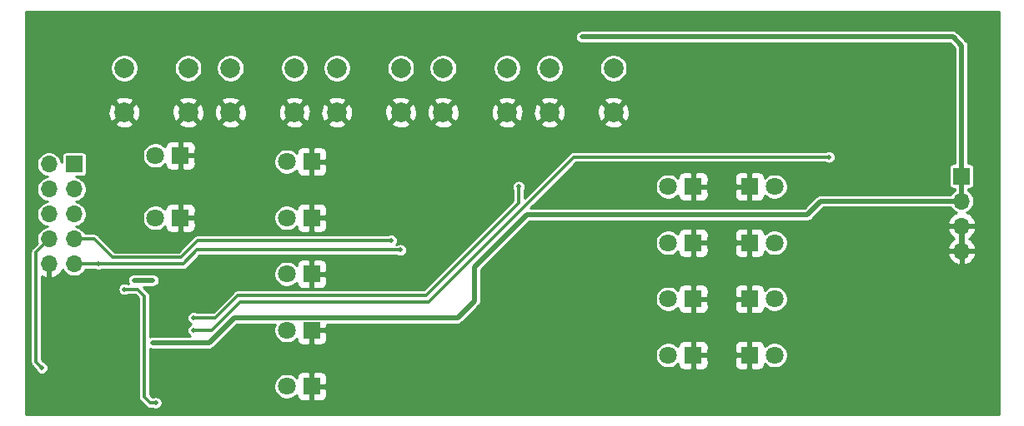
<source format=gbr>
G04 #@! TF.GenerationSoftware,KiCad,Pcbnew,(5.1.5)-3*
G04 #@! TF.CreationDate,2020-07-08T15:45:16+02:00*
G04 #@! TF.ProjectId,SBIO3,5342494f-332e-46b6-9963-61645f706362,rev?*
G04 #@! TF.SameCoordinates,Original*
G04 #@! TF.FileFunction,Copper,L2,Bot*
G04 #@! TF.FilePolarity,Positive*
%FSLAX46Y46*%
G04 Gerber Fmt 4.6, Leading zero omitted, Abs format (unit mm)*
G04 Created by KiCad (PCBNEW (5.1.5)-3) date 2020-07-08 15:45:16*
%MOMM*%
%LPD*%
G04 APERTURE LIST*
%ADD10O,1.700000X1.700000*%
%ADD11R,1.700000X1.700000*%
%ADD12C,1.800000*%
%ADD13R,1.800000X1.800000*%
%ADD14C,2.000000*%
%ADD15C,0.500000*%
%ADD16C,0.300000*%
%ADD17C,0.500000*%
%ADD18C,0.254000*%
G04 APERTURE END LIST*
D10*
X76800000Y-162979000D03*
X79340000Y-162979000D03*
X76800000Y-160439000D03*
X79340000Y-160439000D03*
X76800000Y-157899000D03*
X79340000Y-157899000D03*
X76800000Y-155359000D03*
X79340000Y-155359000D03*
X76800000Y-152819000D03*
D11*
X79340000Y-152819000D03*
D10*
X169446500Y-161645500D03*
X169446500Y-159105500D03*
X169446500Y-156565500D03*
D11*
X169446500Y-154025500D03*
D12*
X87595000Y-158280000D03*
D13*
X90135000Y-158280000D03*
D12*
X87595000Y-151930000D03*
D13*
X90135000Y-151930000D03*
D14*
X123305000Y-143040000D03*
X123305000Y-147540000D03*
X116805000Y-143040000D03*
X116805000Y-147540000D03*
X84420000Y-147540000D03*
X84420000Y-143040000D03*
X90920000Y-147540000D03*
X90920000Y-143040000D03*
X95215000Y-147540000D03*
X95215000Y-143040000D03*
X101715000Y-147540000D03*
X101715000Y-143040000D03*
X134100000Y-143040000D03*
X134100000Y-147540000D03*
X127600000Y-143040000D03*
X127600000Y-147540000D03*
X112510000Y-143040000D03*
X112510000Y-147540000D03*
X106010000Y-143040000D03*
X106010000Y-147540000D03*
D12*
X139665000Y-160820000D03*
D13*
X142205000Y-160820000D03*
X103470000Y-175425000D03*
D12*
X100930000Y-175425000D03*
X100930000Y-158280000D03*
D13*
X103470000Y-158280000D03*
D12*
X100930000Y-152565000D03*
D13*
X103470000Y-152565000D03*
X142205000Y-172250000D03*
D12*
X139665000Y-172250000D03*
D13*
X147920000Y-166535000D03*
D12*
X150460000Y-166535000D03*
X139665000Y-155105000D03*
D13*
X142205000Y-155105000D03*
D12*
X100930000Y-163995000D03*
D13*
X103470000Y-163995000D03*
X147920000Y-160820000D03*
D12*
X150460000Y-160820000D03*
D13*
X147920000Y-172250000D03*
D12*
X150460000Y-172250000D03*
D13*
X142205000Y-166535000D03*
D12*
X139665000Y-166535000D03*
X150460000Y-155105000D03*
D13*
X147920000Y-155105000D03*
D12*
X100930000Y-169710000D03*
D13*
X103470000Y-169710000D03*
D15*
X163160000Y-171361000D03*
X78578000Y-170980000D03*
X156048000Y-146088000D03*
X163668000Y-161137500D03*
X140808000Y-144373500D03*
X119980000Y-165265000D03*
X130902000Y-139865000D03*
X87341000Y-164630000D03*
X85436000Y-164630000D03*
X87341000Y-170980000D03*
X81799000Y-162979000D03*
X112470000Y-161560000D03*
X76070000Y-173530000D03*
X111520000Y-160570000D03*
X91460000Y-169710000D03*
X155990000Y-152090000D03*
X91460000Y-168440000D03*
X124470000Y-155120000D03*
X84450000Y-165540000D03*
X87610000Y-177120000D03*
D16*
X142205000Y-160820000D02*
X142205000Y-166535000D01*
X147920000Y-166535000D02*
X147920000Y-172250000D01*
X147920000Y-160820000D02*
X147920000Y-166535000D01*
X142205000Y-166535000D02*
X142205000Y-172250000D01*
D17*
X169446500Y-159105500D02*
X169446500Y-161645500D01*
X93056000Y-170980000D02*
X87341000Y-170980000D01*
X119980000Y-166725500D02*
X118265500Y-168440000D01*
X119980000Y-163296500D02*
X119980000Y-165265000D01*
X125314000Y-157962500D02*
X119980000Y-163296500D01*
X119980000Y-165265000D02*
X119980000Y-166725500D01*
X87341000Y-164630000D02*
X85436000Y-164630000D01*
X95596000Y-168440000D02*
X93056000Y-170980000D01*
X163795000Y-139865000D02*
X130902000Y-139865000D01*
X168557500Y-139865000D02*
X163795000Y-139865000D01*
X118265500Y-168440000D02*
X95596000Y-168440000D01*
X155159000Y-156565500D02*
X153762000Y-157962500D01*
X169446500Y-156565500D02*
X155159000Y-156565500D01*
X169446500Y-140754000D02*
X168557500Y-139865000D01*
X169446500Y-154025500D02*
X169446500Y-156565500D01*
X153762000Y-157962500D02*
X125314000Y-157962500D01*
X169446500Y-154025500D02*
X169446500Y-140754000D01*
D16*
X79340000Y-162979000D02*
X81799000Y-162979000D01*
X90421000Y-162979000D02*
X91840000Y-161560000D01*
X91840000Y-161560000D02*
X112470000Y-161560000D01*
X81799000Y-162979000D02*
X90421000Y-162979000D01*
X75480000Y-172940000D02*
X76070000Y-173530000D01*
X75480000Y-161770000D02*
X75480000Y-172940000D01*
X76800000Y-160439000D02*
X76800000Y-160450000D01*
X76800000Y-160450000D02*
X75480000Y-161770000D01*
X79340000Y-160439000D02*
X81399000Y-160439000D01*
X91910000Y-160570000D02*
X111520000Y-160570000D01*
X90170000Y-162310000D02*
X91910000Y-160570000D01*
X83270000Y-162310000D02*
X90170000Y-162310000D01*
X81399000Y-160439000D02*
X83270000Y-162310000D01*
X91460000Y-169710000D02*
X93330000Y-169710000D01*
X96200000Y-166840000D02*
X115330000Y-166840000D01*
X130080000Y-152090000D02*
X155990000Y-152090000D01*
X93330000Y-169710000D02*
X96200000Y-166840000D01*
X115330000Y-166840000D02*
X130080000Y-152090000D01*
X91460000Y-168440000D02*
X93700000Y-168440000D01*
X115080000Y-166190000D02*
X124470000Y-156800000D01*
X95950000Y-166190000D02*
X115080000Y-166190000D01*
X124470000Y-156800000D02*
X124470000Y-155120000D01*
X93700000Y-168440000D02*
X95950000Y-166190000D01*
X87050000Y-177120000D02*
X87610000Y-177120000D01*
X86450000Y-176520000D02*
X87050000Y-177120000D01*
X86450000Y-175930000D02*
X86450000Y-176520000D01*
X85770000Y-165540000D02*
X86450000Y-166220000D01*
X85180000Y-165540000D02*
X85770000Y-165540000D01*
X84450000Y-165540000D02*
X85180000Y-165540000D01*
X86450000Y-166220000D02*
X86450000Y-175930000D01*
D18*
G36*
X173228000Y-178308000D02*
G01*
X74422000Y-178308000D01*
X74422000Y-161770000D01*
X74900210Y-161770000D01*
X74903000Y-161798331D01*
X74903001Y-172911659D01*
X74900210Y-172940000D01*
X74911349Y-173053111D01*
X74938325Y-173142035D01*
X74944344Y-173161876D01*
X74997922Y-173262115D01*
X75013214Y-173280748D01*
X75051963Y-173327964D01*
X75051966Y-173327967D01*
X75070027Y-173349974D01*
X75092033Y-173368034D01*
X75410957Y-173686959D01*
X75419016Y-173727474D01*
X75470050Y-173850680D01*
X75544140Y-173961563D01*
X75638437Y-174055860D01*
X75749320Y-174129950D01*
X75872526Y-174180984D01*
X76003321Y-174207000D01*
X76136679Y-174207000D01*
X76267474Y-174180984D01*
X76390680Y-174129950D01*
X76501563Y-174055860D01*
X76595860Y-173961563D01*
X76669950Y-173850680D01*
X76720984Y-173727474D01*
X76747000Y-173596679D01*
X76747000Y-173463321D01*
X76720984Y-173332526D01*
X76669950Y-173209320D01*
X76595860Y-173098437D01*
X76501563Y-173004140D01*
X76390680Y-172930050D01*
X76267474Y-172879016D01*
X76226959Y-172870957D01*
X76057000Y-172700999D01*
X76057000Y-165473321D01*
X83773000Y-165473321D01*
X83773000Y-165606679D01*
X83799016Y-165737474D01*
X83850050Y-165860680D01*
X83924140Y-165971563D01*
X84018437Y-166065860D01*
X84129320Y-166139950D01*
X84252526Y-166190984D01*
X84383321Y-166217000D01*
X84516679Y-166217000D01*
X84647474Y-166190984D01*
X84770680Y-166139950D01*
X84805027Y-166117000D01*
X85530999Y-166117000D01*
X85873000Y-166459002D01*
X85873001Y-175901655D01*
X85873000Y-175901665D01*
X85873000Y-176491669D01*
X85870210Y-176520000D01*
X85881349Y-176633111D01*
X85894897Y-176677770D01*
X85914343Y-176741876D01*
X85967922Y-176842115D01*
X85998840Y-176879788D01*
X86021963Y-176907964D01*
X86021966Y-176907967D01*
X86040027Y-176929974D01*
X86062033Y-176948034D01*
X86621965Y-177507967D01*
X86640026Y-177529974D01*
X86662033Y-177548035D01*
X86662035Y-177548037D01*
X86681980Y-177564405D01*
X86727885Y-177602079D01*
X86828124Y-177655657D01*
X86936888Y-177688650D01*
X87021664Y-177697000D01*
X87021670Y-177697000D01*
X87049999Y-177699790D01*
X87078328Y-177697000D01*
X87254973Y-177697000D01*
X87289320Y-177719950D01*
X87412526Y-177770984D01*
X87543321Y-177797000D01*
X87676679Y-177797000D01*
X87807474Y-177770984D01*
X87930680Y-177719950D01*
X88041563Y-177645860D01*
X88135860Y-177551563D01*
X88209950Y-177440680D01*
X88260984Y-177317474D01*
X88287000Y-177186679D01*
X88287000Y-177053321D01*
X88260984Y-176922526D01*
X88209950Y-176799320D01*
X88135860Y-176688437D01*
X88041563Y-176594140D01*
X87930680Y-176520050D01*
X87807474Y-176469016D01*
X87676679Y-176443000D01*
X87543321Y-176443000D01*
X87412526Y-176469016D01*
X87289320Y-176520050D01*
X87275372Y-176529370D01*
X87027000Y-176280999D01*
X87027000Y-175294302D01*
X99603000Y-175294302D01*
X99603000Y-175555698D01*
X99653996Y-175812072D01*
X99754028Y-176053570D01*
X99899252Y-176270913D01*
X100084087Y-176455748D01*
X100301430Y-176600972D01*
X100542928Y-176701004D01*
X100799302Y-176752000D01*
X101060698Y-176752000D01*
X101317072Y-176701004D01*
X101558570Y-176600972D01*
X101775913Y-176455748D01*
X101932055Y-176299606D01*
X101931928Y-176325000D01*
X101944188Y-176449482D01*
X101980498Y-176569180D01*
X102039463Y-176679494D01*
X102118815Y-176776185D01*
X102215506Y-176855537D01*
X102325820Y-176914502D01*
X102445518Y-176950812D01*
X102570000Y-176963072D01*
X103184250Y-176960000D01*
X103343000Y-176801250D01*
X103343000Y-175552000D01*
X103597000Y-175552000D01*
X103597000Y-176801250D01*
X103755750Y-176960000D01*
X104370000Y-176963072D01*
X104494482Y-176950812D01*
X104614180Y-176914502D01*
X104724494Y-176855537D01*
X104821185Y-176776185D01*
X104900537Y-176679494D01*
X104959502Y-176569180D01*
X104995812Y-176449482D01*
X105008072Y-176325000D01*
X105005000Y-175710750D01*
X104846250Y-175552000D01*
X103597000Y-175552000D01*
X103343000Y-175552000D01*
X103323000Y-175552000D01*
X103323000Y-175298000D01*
X103343000Y-175298000D01*
X103343000Y-174048750D01*
X103597000Y-174048750D01*
X103597000Y-175298000D01*
X104846250Y-175298000D01*
X105005000Y-175139250D01*
X105008072Y-174525000D01*
X104995812Y-174400518D01*
X104959502Y-174280820D01*
X104900537Y-174170506D01*
X104821185Y-174073815D01*
X104724494Y-173994463D01*
X104614180Y-173935498D01*
X104494482Y-173899188D01*
X104370000Y-173886928D01*
X103755750Y-173890000D01*
X103597000Y-174048750D01*
X103343000Y-174048750D01*
X103184250Y-173890000D01*
X102570000Y-173886928D01*
X102445518Y-173899188D01*
X102325820Y-173935498D01*
X102215506Y-173994463D01*
X102118815Y-174073815D01*
X102039463Y-174170506D01*
X101980498Y-174280820D01*
X101944188Y-174400518D01*
X101931928Y-174525000D01*
X101932055Y-174550394D01*
X101775913Y-174394252D01*
X101558570Y-174249028D01*
X101317072Y-174148996D01*
X101060698Y-174098000D01*
X100799302Y-174098000D01*
X100542928Y-174148996D01*
X100301430Y-174249028D01*
X100084087Y-174394252D01*
X99899252Y-174579087D01*
X99754028Y-174796430D01*
X99653996Y-175037928D01*
X99603000Y-175294302D01*
X87027000Y-175294302D01*
X87027000Y-172119302D01*
X138338000Y-172119302D01*
X138338000Y-172380698D01*
X138388996Y-172637072D01*
X138489028Y-172878570D01*
X138634252Y-173095913D01*
X138819087Y-173280748D01*
X139036430Y-173425972D01*
X139277928Y-173526004D01*
X139534302Y-173577000D01*
X139795698Y-173577000D01*
X140052072Y-173526004D01*
X140293570Y-173425972D01*
X140510913Y-173280748D01*
X140667055Y-173124606D01*
X140666928Y-173150000D01*
X140679188Y-173274482D01*
X140715498Y-173394180D01*
X140774463Y-173504494D01*
X140853815Y-173601185D01*
X140950506Y-173680537D01*
X141060820Y-173739502D01*
X141180518Y-173775812D01*
X141305000Y-173788072D01*
X141919250Y-173785000D01*
X142078000Y-173626250D01*
X142078000Y-172377000D01*
X142332000Y-172377000D01*
X142332000Y-173626250D01*
X142490750Y-173785000D01*
X143105000Y-173788072D01*
X143229482Y-173775812D01*
X143349180Y-173739502D01*
X143459494Y-173680537D01*
X143556185Y-173601185D01*
X143635537Y-173504494D01*
X143694502Y-173394180D01*
X143730812Y-173274482D01*
X143743072Y-173150000D01*
X146381928Y-173150000D01*
X146394188Y-173274482D01*
X146430498Y-173394180D01*
X146489463Y-173504494D01*
X146568815Y-173601185D01*
X146665506Y-173680537D01*
X146775820Y-173739502D01*
X146895518Y-173775812D01*
X147020000Y-173788072D01*
X147634250Y-173785000D01*
X147793000Y-173626250D01*
X147793000Y-172377000D01*
X146543750Y-172377000D01*
X146385000Y-172535750D01*
X146381928Y-173150000D01*
X143743072Y-173150000D01*
X143740000Y-172535750D01*
X143581250Y-172377000D01*
X142332000Y-172377000D01*
X142078000Y-172377000D01*
X142058000Y-172377000D01*
X142058000Y-172123000D01*
X142078000Y-172123000D01*
X142078000Y-170873750D01*
X142332000Y-170873750D01*
X142332000Y-172123000D01*
X143581250Y-172123000D01*
X143740000Y-171964250D01*
X143743072Y-171350000D01*
X146381928Y-171350000D01*
X146385000Y-171964250D01*
X146543750Y-172123000D01*
X147793000Y-172123000D01*
X147793000Y-170873750D01*
X148047000Y-170873750D01*
X148047000Y-172123000D01*
X148067000Y-172123000D01*
X148067000Y-172377000D01*
X148047000Y-172377000D01*
X148047000Y-173626250D01*
X148205750Y-173785000D01*
X148820000Y-173788072D01*
X148944482Y-173775812D01*
X149064180Y-173739502D01*
X149174494Y-173680537D01*
X149271185Y-173601185D01*
X149350537Y-173504494D01*
X149409502Y-173394180D01*
X149445812Y-173274482D01*
X149458072Y-173150000D01*
X149457945Y-173124606D01*
X149614087Y-173280748D01*
X149831430Y-173425972D01*
X150072928Y-173526004D01*
X150329302Y-173577000D01*
X150590698Y-173577000D01*
X150847072Y-173526004D01*
X151088570Y-173425972D01*
X151305913Y-173280748D01*
X151490748Y-173095913D01*
X151635972Y-172878570D01*
X151736004Y-172637072D01*
X151787000Y-172380698D01*
X151787000Y-172119302D01*
X151736004Y-171862928D01*
X151635972Y-171621430D01*
X151490748Y-171404087D01*
X151305913Y-171219252D01*
X151088570Y-171074028D01*
X150847072Y-170973996D01*
X150590698Y-170923000D01*
X150329302Y-170923000D01*
X150072928Y-170973996D01*
X149831430Y-171074028D01*
X149614087Y-171219252D01*
X149457945Y-171375394D01*
X149458072Y-171350000D01*
X149445812Y-171225518D01*
X149409502Y-171105820D01*
X149350537Y-170995506D01*
X149271185Y-170898815D01*
X149174494Y-170819463D01*
X149064180Y-170760498D01*
X148944482Y-170724188D01*
X148820000Y-170711928D01*
X148205750Y-170715000D01*
X148047000Y-170873750D01*
X147793000Y-170873750D01*
X147634250Y-170715000D01*
X147020000Y-170711928D01*
X146895518Y-170724188D01*
X146775820Y-170760498D01*
X146665506Y-170819463D01*
X146568815Y-170898815D01*
X146489463Y-170995506D01*
X146430498Y-171105820D01*
X146394188Y-171225518D01*
X146381928Y-171350000D01*
X143743072Y-171350000D01*
X143730812Y-171225518D01*
X143694502Y-171105820D01*
X143635537Y-170995506D01*
X143556185Y-170898815D01*
X143459494Y-170819463D01*
X143349180Y-170760498D01*
X143229482Y-170724188D01*
X143105000Y-170711928D01*
X142490750Y-170715000D01*
X142332000Y-170873750D01*
X142078000Y-170873750D01*
X141919250Y-170715000D01*
X141305000Y-170711928D01*
X141180518Y-170724188D01*
X141060820Y-170760498D01*
X140950506Y-170819463D01*
X140853815Y-170898815D01*
X140774463Y-170995506D01*
X140715498Y-171105820D01*
X140679188Y-171225518D01*
X140666928Y-171350000D01*
X140667055Y-171375394D01*
X140510913Y-171219252D01*
X140293570Y-171074028D01*
X140052072Y-170973996D01*
X139795698Y-170923000D01*
X139534302Y-170923000D01*
X139277928Y-170973996D01*
X139036430Y-171074028D01*
X138819087Y-171219252D01*
X138634252Y-171404087D01*
X138489028Y-171621430D01*
X138388996Y-171862928D01*
X138338000Y-172119302D01*
X87027000Y-172119302D01*
X87027000Y-171582717D01*
X87051208Y-171592744D01*
X87080670Y-171608492D01*
X87112636Y-171618189D01*
X87143526Y-171630984D01*
X87176315Y-171637506D01*
X87208285Y-171647204D01*
X87241536Y-171650479D01*
X87274321Y-171657000D01*
X93022755Y-171657000D01*
X93056000Y-171660274D01*
X93089245Y-171657000D01*
X93089252Y-171657000D01*
X93188715Y-171647204D01*
X93316330Y-171608492D01*
X93433941Y-171545628D01*
X93537027Y-171461027D01*
X93558226Y-171435196D01*
X95876422Y-169117000D01*
X99739294Y-169117000D01*
X99653996Y-169322928D01*
X99603000Y-169579302D01*
X99603000Y-169840698D01*
X99653996Y-170097072D01*
X99754028Y-170338570D01*
X99899252Y-170555913D01*
X100084087Y-170740748D01*
X100301430Y-170885972D01*
X100542928Y-170986004D01*
X100799302Y-171037000D01*
X101060698Y-171037000D01*
X101317072Y-170986004D01*
X101558570Y-170885972D01*
X101775913Y-170740748D01*
X101932055Y-170584606D01*
X101931928Y-170610000D01*
X101944188Y-170734482D01*
X101980498Y-170854180D01*
X102039463Y-170964494D01*
X102118815Y-171061185D01*
X102215506Y-171140537D01*
X102325820Y-171199502D01*
X102445518Y-171235812D01*
X102570000Y-171248072D01*
X103184250Y-171245000D01*
X103343000Y-171086250D01*
X103343000Y-169837000D01*
X103597000Y-169837000D01*
X103597000Y-171086250D01*
X103755750Y-171245000D01*
X104370000Y-171248072D01*
X104494482Y-171235812D01*
X104614180Y-171199502D01*
X104724494Y-171140537D01*
X104821185Y-171061185D01*
X104900537Y-170964494D01*
X104959502Y-170854180D01*
X104995812Y-170734482D01*
X105008072Y-170610000D01*
X105005000Y-169995750D01*
X104846250Y-169837000D01*
X103597000Y-169837000D01*
X103343000Y-169837000D01*
X103323000Y-169837000D01*
X103323000Y-169583000D01*
X103343000Y-169583000D01*
X103343000Y-169563000D01*
X103597000Y-169563000D01*
X103597000Y-169583000D01*
X104846250Y-169583000D01*
X105005000Y-169424250D01*
X105006537Y-169117000D01*
X118232255Y-169117000D01*
X118265500Y-169120274D01*
X118298745Y-169117000D01*
X118298752Y-169117000D01*
X118398215Y-169107204D01*
X118525830Y-169068492D01*
X118643441Y-169005628D01*
X118746527Y-168921027D01*
X118767726Y-168895196D01*
X120435196Y-167227726D01*
X120461027Y-167206527D01*
X120545628Y-167103441D01*
X120608492Y-166985830D01*
X120647204Y-166858215D01*
X120657000Y-166758752D01*
X120657000Y-166758743D01*
X120660274Y-166725501D01*
X120657000Y-166692259D01*
X120657000Y-166404302D01*
X138338000Y-166404302D01*
X138338000Y-166665698D01*
X138388996Y-166922072D01*
X138489028Y-167163570D01*
X138634252Y-167380913D01*
X138819087Y-167565748D01*
X139036430Y-167710972D01*
X139277928Y-167811004D01*
X139534302Y-167862000D01*
X139795698Y-167862000D01*
X140052072Y-167811004D01*
X140293570Y-167710972D01*
X140510913Y-167565748D01*
X140667055Y-167409606D01*
X140666928Y-167435000D01*
X140679188Y-167559482D01*
X140715498Y-167679180D01*
X140774463Y-167789494D01*
X140853815Y-167886185D01*
X140950506Y-167965537D01*
X141060820Y-168024502D01*
X141180518Y-168060812D01*
X141305000Y-168073072D01*
X141919250Y-168070000D01*
X142078000Y-167911250D01*
X142078000Y-166662000D01*
X142332000Y-166662000D01*
X142332000Y-167911250D01*
X142490750Y-168070000D01*
X143105000Y-168073072D01*
X143229482Y-168060812D01*
X143349180Y-168024502D01*
X143459494Y-167965537D01*
X143556185Y-167886185D01*
X143635537Y-167789494D01*
X143694502Y-167679180D01*
X143730812Y-167559482D01*
X143743072Y-167435000D01*
X146381928Y-167435000D01*
X146394188Y-167559482D01*
X146430498Y-167679180D01*
X146489463Y-167789494D01*
X146568815Y-167886185D01*
X146665506Y-167965537D01*
X146775820Y-168024502D01*
X146895518Y-168060812D01*
X147020000Y-168073072D01*
X147634250Y-168070000D01*
X147793000Y-167911250D01*
X147793000Y-166662000D01*
X146543750Y-166662000D01*
X146385000Y-166820750D01*
X146381928Y-167435000D01*
X143743072Y-167435000D01*
X143740000Y-166820750D01*
X143581250Y-166662000D01*
X142332000Y-166662000D01*
X142078000Y-166662000D01*
X142058000Y-166662000D01*
X142058000Y-166408000D01*
X142078000Y-166408000D01*
X142078000Y-165158750D01*
X142332000Y-165158750D01*
X142332000Y-166408000D01*
X143581250Y-166408000D01*
X143740000Y-166249250D01*
X143743072Y-165635000D01*
X146381928Y-165635000D01*
X146385000Y-166249250D01*
X146543750Y-166408000D01*
X147793000Y-166408000D01*
X147793000Y-165158750D01*
X148047000Y-165158750D01*
X148047000Y-166408000D01*
X148067000Y-166408000D01*
X148067000Y-166662000D01*
X148047000Y-166662000D01*
X148047000Y-167911250D01*
X148205750Y-168070000D01*
X148820000Y-168073072D01*
X148944482Y-168060812D01*
X149064180Y-168024502D01*
X149174494Y-167965537D01*
X149271185Y-167886185D01*
X149350537Y-167789494D01*
X149409502Y-167679180D01*
X149445812Y-167559482D01*
X149458072Y-167435000D01*
X149457945Y-167409606D01*
X149614087Y-167565748D01*
X149831430Y-167710972D01*
X150072928Y-167811004D01*
X150329302Y-167862000D01*
X150590698Y-167862000D01*
X150847072Y-167811004D01*
X151088570Y-167710972D01*
X151305913Y-167565748D01*
X151490748Y-167380913D01*
X151635972Y-167163570D01*
X151736004Y-166922072D01*
X151787000Y-166665698D01*
X151787000Y-166404302D01*
X151736004Y-166147928D01*
X151635972Y-165906430D01*
X151490748Y-165689087D01*
X151305913Y-165504252D01*
X151088570Y-165359028D01*
X150847072Y-165258996D01*
X150590698Y-165208000D01*
X150329302Y-165208000D01*
X150072928Y-165258996D01*
X149831430Y-165359028D01*
X149614087Y-165504252D01*
X149457945Y-165660394D01*
X149458072Y-165635000D01*
X149445812Y-165510518D01*
X149409502Y-165390820D01*
X149350537Y-165280506D01*
X149271185Y-165183815D01*
X149174494Y-165104463D01*
X149064180Y-165045498D01*
X148944482Y-165009188D01*
X148820000Y-164996928D01*
X148205750Y-165000000D01*
X148047000Y-165158750D01*
X147793000Y-165158750D01*
X147634250Y-165000000D01*
X147020000Y-164996928D01*
X146895518Y-165009188D01*
X146775820Y-165045498D01*
X146665506Y-165104463D01*
X146568815Y-165183815D01*
X146489463Y-165280506D01*
X146430498Y-165390820D01*
X146394188Y-165510518D01*
X146381928Y-165635000D01*
X143743072Y-165635000D01*
X143730812Y-165510518D01*
X143694502Y-165390820D01*
X143635537Y-165280506D01*
X143556185Y-165183815D01*
X143459494Y-165104463D01*
X143349180Y-165045498D01*
X143229482Y-165009188D01*
X143105000Y-164996928D01*
X142490750Y-165000000D01*
X142332000Y-165158750D01*
X142078000Y-165158750D01*
X141919250Y-165000000D01*
X141305000Y-164996928D01*
X141180518Y-165009188D01*
X141060820Y-165045498D01*
X140950506Y-165104463D01*
X140853815Y-165183815D01*
X140774463Y-165280506D01*
X140715498Y-165390820D01*
X140679188Y-165510518D01*
X140666928Y-165635000D01*
X140667055Y-165660394D01*
X140510913Y-165504252D01*
X140293570Y-165359028D01*
X140052072Y-165258996D01*
X139795698Y-165208000D01*
X139534302Y-165208000D01*
X139277928Y-165258996D01*
X139036430Y-165359028D01*
X138819087Y-165504252D01*
X138634252Y-165689087D01*
X138489028Y-165906430D01*
X138388996Y-166147928D01*
X138338000Y-166404302D01*
X120657000Y-166404302D01*
X120657000Y-163576922D01*
X123544620Y-160689302D01*
X138338000Y-160689302D01*
X138338000Y-160950698D01*
X138388996Y-161207072D01*
X138489028Y-161448570D01*
X138634252Y-161665913D01*
X138819087Y-161850748D01*
X139036430Y-161995972D01*
X139277928Y-162096004D01*
X139534302Y-162147000D01*
X139795698Y-162147000D01*
X140052072Y-162096004D01*
X140293570Y-161995972D01*
X140510913Y-161850748D01*
X140667055Y-161694606D01*
X140666928Y-161720000D01*
X140679188Y-161844482D01*
X140715498Y-161964180D01*
X140774463Y-162074494D01*
X140853815Y-162171185D01*
X140950506Y-162250537D01*
X141060820Y-162309502D01*
X141180518Y-162345812D01*
X141305000Y-162358072D01*
X141919250Y-162355000D01*
X142078000Y-162196250D01*
X142078000Y-160947000D01*
X142332000Y-160947000D01*
X142332000Y-162196250D01*
X142490750Y-162355000D01*
X143105000Y-162358072D01*
X143229482Y-162345812D01*
X143349180Y-162309502D01*
X143459494Y-162250537D01*
X143556185Y-162171185D01*
X143635537Y-162074494D01*
X143694502Y-161964180D01*
X143730812Y-161844482D01*
X143743072Y-161720000D01*
X146381928Y-161720000D01*
X146394188Y-161844482D01*
X146430498Y-161964180D01*
X146489463Y-162074494D01*
X146568815Y-162171185D01*
X146665506Y-162250537D01*
X146775820Y-162309502D01*
X146895518Y-162345812D01*
X147020000Y-162358072D01*
X147634250Y-162355000D01*
X147793000Y-162196250D01*
X147793000Y-160947000D01*
X146543750Y-160947000D01*
X146385000Y-161105750D01*
X146381928Y-161720000D01*
X143743072Y-161720000D01*
X143740000Y-161105750D01*
X143581250Y-160947000D01*
X142332000Y-160947000D01*
X142078000Y-160947000D01*
X142058000Y-160947000D01*
X142058000Y-160693000D01*
X142078000Y-160693000D01*
X142078000Y-159443750D01*
X142332000Y-159443750D01*
X142332000Y-160693000D01*
X143581250Y-160693000D01*
X143740000Y-160534250D01*
X143743072Y-159920000D01*
X146381928Y-159920000D01*
X146385000Y-160534250D01*
X146543750Y-160693000D01*
X147793000Y-160693000D01*
X147793000Y-159443750D01*
X148047000Y-159443750D01*
X148047000Y-160693000D01*
X148067000Y-160693000D01*
X148067000Y-160947000D01*
X148047000Y-160947000D01*
X148047000Y-162196250D01*
X148205750Y-162355000D01*
X148820000Y-162358072D01*
X148944482Y-162345812D01*
X149064180Y-162309502D01*
X149174494Y-162250537D01*
X149271185Y-162171185D01*
X149350537Y-162074494D01*
X149409502Y-161964180D01*
X149445812Y-161844482D01*
X149458072Y-161720000D01*
X149457945Y-161694606D01*
X149614087Y-161850748D01*
X149831430Y-161995972D01*
X150072928Y-162096004D01*
X150329302Y-162147000D01*
X150590698Y-162147000D01*
X150847072Y-162096004D01*
X151073075Y-162002390D01*
X168005024Y-162002390D01*
X168049675Y-162149599D01*
X168174859Y-162412420D01*
X168348912Y-162645769D01*
X168565145Y-162840678D01*
X168815248Y-162989657D01*
X169089609Y-163086981D01*
X169319500Y-162966314D01*
X169319500Y-161772500D01*
X169573500Y-161772500D01*
X169573500Y-162966314D01*
X169803391Y-163086981D01*
X170077752Y-162989657D01*
X170327855Y-162840678D01*
X170544088Y-162645769D01*
X170718141Y-162412420D01*
X170843325Y-162149599D01*
X170887976Y-162002390D01*
X170766655Y-161772500D01*
X169573500Y-161772500D01*
X169319500Y-161772500D01*
X168126345Y-161772500D01*
X168005024Y-162002390D01*
X151073075Y-162002390D01*
X151088570Y-161995972D01*
X151305913Y-161850748D01*
X151490748Y-161665913D01*
X151635972Y-161448570D01*
X151736004Y-161207072D01*
X151787000Y-160950698D01*
X151787000Y-160689302D01*
X151736004Y-160432928D01*
X151635972Y-160191430D01*
X151490748Y-159974087D01*
X151305913Y-159789252D01*
X151088570Y-159644028D01*
X150847072Y-159543996D01*
X150590698Y-159493000D01*
X150329302Y-159493000D01*
X150072928Y-159543996D01*
X149831430Y-159644028D01*
X149614087Y-159789252D01*
X149457945Y-159945394D01*
X149458072Y-159920000D01*
X149445812Y-159795518D01*
X149409502Y-159675820D01*
X149350537Y-159565506D01*
X149271185Y-159468815D01*
X149263357Y-159462390D01*
X168005024Y-159462390D01*
X168049675Y-159609599D01*
X168174859Y-159872420D01*
X168348912Y-160105769D01*
X168565145Y-160300678D01*
X168690755Y-160375500D01*
X168565145Y-160450322D01*
X168348912Y-160645231D01*
X168174859Y-160878580D01*
X168049675Y-161141401D01*
X168005024Y-161288610D01*
X168126345Y-161518500D01*
X169319500Y-161518500D01*
X169319500Y-159232500D01*
X169573500Y-159232500D01*
X169573500Y-161518500D01*
X170766655Y-161518500D01*
X170887976Y-161288610D01*
X170843325Y-161141401D01*
X170718141Y-160878580D01*
X170544088Y-160645231D01*
X170327855Y-160450322D01*
X170202245Y-160375500D01*
X170327855Y-160300678D01*
X170544088Y-160105769D01*
X170718141Y-159872420D01*
X170843325Y-159609599D01*
X170887976Y-159462390D01*
X170766655Y-159232500D01*
X169573500Y-159232500D01*
X169319500Y-159232500D01*
X168126345Y-159232500D01*
X168005024Y-159462390D01*
X149263357Y-159462390D01*
X149174494Y-159389463D01*
X149064180Y-159330498D01*
X148944482Y-159294188D01*
X148820000Y-159281928D01*
X148205750Y-159285000D01*
X148047000Y-159443750D01*
X147793000Y-159443750D01*
X147634250Y-159285000D01*
X147020000Y-159281928D01*
X146895518Y-159294188D01*
X146775820Y-159330498D01*
X146665506Y-159389463D01*
X146568815Y-159468815D01*
X146489463Y-159565506D01*
X146430498Y-159675820D01*
X146394188Y-159795518D01*
X146381928Y-159920000D01*
X143743072Y-159920000D01*
X143730812Y-159795518D01*
X143694502Y-159675820D01*
X143635537Y-159565506D01*
X143556185Y-159468815D01*
X143459494Y-159389463D01*
X143349180Y-159330498D01*
X143229482Y-159294188D01*
X143105000Y-159281928D01*
X142490750Y-159285000D01*
X142332000Y-159443750D01*
X142078000Y-159443750D01*
X141919250Y-159285000D01*
X141305000Y-159281928D01*
X141180518Y-159294188D01*
X141060820Y-159330498D01*
X140950506Y-159389463D01*
X140853815Y-159468815D01*
X140774463Y-159565506D01*
X140715498Y-159675820D01*
X140679188Y-159795518D01*
X140666928Y-159920000D01*
X140667055Y-159945394D01*
X140510913Y-159789252D01*
X140293570Y-159644028D01*
X140052072Y-159543996D01*
X139795698Y-159493000D01*
X139534302Y-159493000D01*
X139277928Y-159543996D01*
X139036430Y-159644028D01*
X138819087Y-159789252D01*
X138634252Y-159974087D01*
X138489028Y-160191430D01*
X138388996Y-160432928D01*
X138338000Y-160689302D01*
X123544620Y-160689302D01*
X125594422Y-158639500D01*
X153728755Y-158639500D01*
X153762000Y-158642774D01*
X153795245Y-158639500D01*
X153795252Y-158639500D01*
X153894715Y-158629704D01*
X154022330Y-158590992D01*
X154139941Y-158528128D01*
X154243027Y-158443527D01*
X154264226Y-158417696D01*
X155439422Y-157242500D01*
X168363022Y-157242500D01*
X168454589Y-157379540D01*
X168632460Y-157557411D01*
X168841614Y-157697163D01*
X168912916Y-157726697D01*
X168815248Y-157761343D01*
X168565145Y-157910322D01*
X168348912Y-158105231D01*
X168174859Y-158338580D01*
X168049675Y-158601401D01*
X168005024Y-158748610D01*
X168126345Y-158978500D01*
X169319500Y-158978500D01*
X169319500Y-158958500D01*
X169573500Y-158958500D01*
X169573500Y-158978500D01*
X170766655Y-158978500D01*
X170887976Y-158748610D01*
X170843325Y-158601401D01*
X170718141Y-158338580D01*
X170544088Y-158105231D01*
X170327855Y-157910322D01*
X170077752Y-157761343D01*
X169980084Y-157726697D01*
X170051386Y-157697163D01*
X170260540Y-157557411D01*
X170438411Y-157379540D01*
X170578163Y-157170386D01*
X170674426Y-156937987D01*
X170723500Y-156691274D01*
X170723500Y-156439726D01*
X170674426Y-156193013D01*
X170578163Y-155960614D01*
X170438411Y-155751460D01*
X170260540Y-155573589D01*
X170123500Y-155482022D01*
X170123500Y-155304566D01*
X170296500Y-155304566D01*
X170380207Y-155296322D01*
X170460696Y-155271905D01*
X170534876Y-155232255D01*
X170599895Y-155178895D01*
X170653255Y-155113876D01*
X170692905Y-155039696D01*
X170717322Y-154959207D01*
X170725566Y-154875500D01*
X170725566Y-153175500D01*
X170717322Y-153091793D01*
X170692905Y-153011304D01*
X170653255Y-152937124D01*
X170599895Y-152872105D01*
X170534876Y-152818745D01*
X170460696Y-152779095D01*
X170380207Y-152754678D01*
X170296500Y-152746434D01*
X170123500Y-152746434D01*
X170123500Y-140787252D01*
X170126775Y-140754000D01*
X170113704Y-140621285D01*
X170074992Y-140493670D01*
X170012128Y-140376059D01*
X169948724Y-140298801D01*
X169948722Y-140298799D01*
X169927527Y-140272973D01*
X169901701Y-140251778D01*
X169059726Y-139409804D01*
X169038527Y-139383973D01*
X168935441Y-139299372D01*
X168817830Y-139236508D01*
X168690215Y-139197796D01*
X168590752Y-139188000D01*
X168590745Y-139188000D01*
X168557500Y-139184726D01*
X168524255Y-139188000D01*
X130835321Y-139188000D01*
X130802536Y-139194521D01*
X130769285Y-139197796D01*
X130737315Y-139207494D01*
X130704526Y-139214016D01*
X130673636Y-139226811D01*
X130641670Y-139236508D01*
X130612208Y-139252256D01*
X130581320Y-139265050D01*
X130553524Y-139283623D01*
X130524059Y-139299372D01*
X130498231Y-139320568D01*
X130470437Y-139339140D01*
X130446801Y-139362776D01*
X130420973Y-139383973D01*
X130399778Y-139409799D01*
X130376140Y-139433437D01*
X130357568Y-139461231D01*
X130336372Y-139487059D01*
X130320623Y-139516524D01*
X130302050Y-139544320D01*
X130289256Y-139575208D01*
X130273508Y-139604670D01*
X130263811Y-139636636D01*
X130251016Y-139667526D01*
X130244494Y-139700315D01*
X130234796Y-139732285D01*
X130231521Y-139765536D01*
X130225000Y-139798321D01*
X130225000Y-139831748D01*
X130221725Y-139865000D01*
X130225000Y-139898252D01*
X130225000Y-139931679D01*
X130231521Y-139964464D01*
X130234796Y-139997715D01*
X130244494Y-140029685D01*
X130251016Y-140062474D01*
X130263811Y-140093364D01*
X130273508Y-140125330D01*
X130289256Y-140154792D01*
X130302050Y-140185680D01*
X130320623Y-140213476D01*
X130336372Y-140242941D01*
X130357568Y-140268769D01*
X130376140Y-140296563D01*
X130399778Y-140320201D01*
X130420973Y-140346027D01*
X130446799Y-140367222D01*
X130470437Y-140390860D01*
X130498231Y-140409432D01*
X130524059Y-140430628D01*
X130553524Y-140446377D01*
X130581320Y-140464950D01*
X130612208Y-140477744D01*
X130641670Y-140493492D01*
X130673636Y-140503189D01*
X130704526Y-140515984D01*
X130737315Y-140522506D01*
X130769285Y-140532204D01*
X130802536Y-140535479D01*
X130835321Y-140542000D01*
X168277078Y-140542000D01*
X168769501Y-141034424D01*
X168769500Y-152746434D01*
X168596500Y-152746434D01*
X168512793Y-152754678D01*
X168432304Y-152779095D01*
X168358124Y-152818745D01*
X168293105Y-152872105D01*
X168239745Y-152937124D01*
X168200095Y-153011304D01*
X168175678Y-153091793D01*
X168167434Y-153175500D01*
X168167434Y-154875500D01*
X168175678Y-154959207D01*
X168200095Y-155039696D01*
X168239745Y-155113876D01*
X168293105Y-155178895D01*
X168358124Y-155232255D01*
X168432304Y-155271905D01*
X168512793Y-155296322D01*
X168596500Y-155304566D01*
X168769501Y-155304566D01*
X168769501Y-155482022D01*
X168632460Y-155573589D01*
X168454589Y-155751460D01*
X168363022Y-155888500D01*
X155192241Y-155888500D01*
X155158999Y-155885226D01*
X155125757Y-155888500D01*
X155125748Y-155888500D01*
X155026285Y-155898296D01*
X154898670Y-155937008D01*
X154781059Y-155999872D01*
X154677973Y-156084473D01*
X154656774Y-156110304D01*
X153481578Y-157285500D01*
X125700502Y-157285500D01*
X128011700Y-154974302D01*
X138338000Y-154974302D01*
X138338000Y-155235698D01*
X138388996Y-155492072D01*
X138489028Y-155733570D01*
X138634252Y-155950913D01*
X138819087Y-156135748D01*
X139036430Y-156280972D01*
X139277928Y-156381004D01*
X139534302Y-156432000D01*
X139795698Y-156432000D01*
X140052072Y-156381004D01*
X140293570Y-156280972D01*
X140510913Y-156135748D01*
X140667055Y-155979606D01*
X140666928Y-156005000D01*
X140679188Y-156129482D01*
X140715498Y-156249180D01*
X140774463Y-156359494D01*
X140853815Y-156456185D01*
X140950506Y-156535537D01*
X141060820Y-156594502D01*
X141180518Y-156630812D01*
X141305000Y-156643072D01*
X141919250Y-156640000D01*
X142078000Y-156481250D01*
X142078000Y-155232000D01*
X142332000Y-155232000D01*
X142332000Y-156481250D01*
X142490750Y-156640000D01*
X143105000Y-156643072D01*
X143229482Y-156630812D01*
X143349180Y-156594502D01*
X143459494Y-156535537D01*
X143556185Y-156456185D01*
X143635537Y-156359494D01*
X143694502Y-156249180D01*
X143730812Y-156129482D01*
X143743072Y-156005000D01*
X146381928Y-156005000D01*
X146394188Y-156129482D01*
X146430498Y-156249180D01*
X146489463Y-156359494D01*
X146568815Y-156456185D01*
X146665506Y-156535537D01*
X146775820Y-156594502D01*
X146895518Y-156630812D01*
X147020000Y-156643072D01*
X147634250Y-156640000D01*
X147793000Y-156481250D01*
X147793000Y-155232000D01*
X146543750Y-155232000D01*
X146385000Y-155390750D01*
X146381928Y-156005000D01*
X143743072Y-156005000D01*
X143740000Y-155390750D01*
X143581250Y-155232000D01*
X142332000Y-155232000D01*
X142078000Y-155232000D01*
X142058000Y-155232000D01*
X142058000Y-154978000D01*
X142078000Y-154978000D01*
X142078000Y-153728750D01*
X142332000Y-153728750D01*
X142332000Y-154978000D01*
X143581250Y-154978000D01*
X143740000Y-154819250D01*
X143743072Y-154205000D01*
X146381928Y-154205000D01*
X146385000Y-154819250D01*
X146543750Y-154978000D01*
X147793000Y-154978000D01*
X147793000Y-153728750D01*
X148047000Y-153728750D01*
X148047000Y-154978000D01*
X148067000Y-154978000D01*
X148067000Y-155232000D01*
X148047000Y-155232000D01*
X148047000Y-156481250D01*
X148205750Y-156640000D01*
X148820000Y-156643072D01*
X148944482Y-156630812D01*
X149064180Y-156594502D01*
X149174494Y-156535537D01*
X149271185Y-156456185D01*
X149350537Y-156359494D01*
X149409502Y-156249180D01*
X149445812Y-156129482D01*
X149458072Y-156005000D01*
X149457945Y-155979606D01*
X149614087Y-156135748D01*
X149831430Y-156280972D01*
X150072928Y-156381004D01*
X150329302Y-156432000D01*
X150590698Y-156432000D01*
X150847072Y-156381004D01*
X151088570Y-156280972D01*
X151305913Y-156135748D01*
X151490748Y-155950913D01*
X151635972Y-155733570D01*
X151736004Y-155492072D01*
X151787000Y-155235698D01*
X151787000Y-154974302D01*
X151736004Y-154717928D01*
X151635972Y-154476430D01*
X151490748Y-154259087D01*
X151305913Y-154074252D01*
X151088570Y-153929028D01*
X150847072Y-153828996D01*
X150590698Y-153778000D01*
X150329302Y-153778000D01*
X150072928Y-153828996D01*
X149831430Y-153929028D01*
X149614087Y-154074252D01*
X149457945Y-154230394D01*
X149458072Y-154205000D01*
X149445812Y-154080518D01*
X149409502Y-153960820D01*
X149350537Y-153850506D01*
X149271185Y-153753815D01*
X149174494Y-153674463D01*
X149064180Y-153615498D01*
X148944482Y-153579188D01*
X148820000Y-153566928D01*
X148205750Y-153570000D01*
X148047000Y-153728750D01*
X147793000Y-153728750D01*
X147634250Y-153570000D01*
X147020000Y-153566928D01*
X146895518Y-153579188D01*
X146775820Y-153615498D01*
X146665506Y-153674463D01*
X146568815Y-153753815D01*
X146489463Y-153850506D01*
X146430498Y-153960820D01*
X146394188Y-154080518D01*
X146381928Y-154205000D01*
X143743072Y-154205000D01*
X143730812Y-154080518D01*
X143694502Y-153960820D01*
X143635537Y-153850506D01*
X143556185Y-153753815D01*
X143459494Y-153674463D01*
X143349180Y-153615498D01*
X143229482Y-153579188D01*
X143105000Y-153566928D01*
X142490750Y-153570000D01*
X142332000Y-153728750D01*
X142078000Y-153728750D01*
X141919250Y-153570000D01*
X141305000Y-153566928D01*
X141180518Y-153579188D01*
X141060820Y-153615498D01*
X140950506Y-153674463D01*
X140853815Y-153753815D01*
X140774463Y-153850506D01*
X140715498Y-153960820D01*
X140679188Y-154080518D01*
X140666928Y-154205000D01*
X140667055Y-154230394D01*
X140510913Y-154074252D01*
X140293570Y-153929028D01*
X140052072Y-153828996D01*
X139795698Y-153778000D01*
X139534302Y-153778000D01*
X139277928Y-153828996D01*
X139036430Y-153929028D01*
X138819087Y-154074252D01*
X138634252Y-154259087D01*
X138489028Y-154476430D01*
X138388996Y-154717928D01*
X138338000Y-154974302D01*
X128011700Y-154974302D01*
X130319002Y-152667000D01*
X155634973Y-152667000D01*
X155669320Y-152689950D01*
X155792526Y-152740984D01*
X155923321Y-152767000D01*
X156056679Y-152767000D01*
X156187474Y-152740984D01*
X156310680Y-152689950D01*
X156421563Y-152615860D01*
X156515860Y-152521563D01*
X156589950Y-152410680D01*
X156640984Y-152287474D01*
X156667000Y-152156679D01*
X156667000Y-152023321D01*
X156640984Y-151892526D01*
X156589950Y-151769320D01*
X156515860Y-151658437D01*
X156421563Y-151564140D01*
X156310680Y-151490050D01*
X156187474Y-151439016D01*
X156056679Y-151413000D01*
X155923321Y-151413000D01*
X155792526Y-151439016D01*
X155669320Y-151490050D01*
X155634973Y-151513000D01*
X130108328Y-151513000D01*
X130079999Y-151510210D01*
X130051670Y-151513000D01*
X130051664Y-151513000D01*
X129966888Y-151521350D01*
X129858124Y-151554343D01*
X129757885Y-151607921D01*
X129713619Y-151644250D01*
X129692035Y-151661963D01*
X129692033Y-151661965D01*
X129670026Y-151680026D01*
X129651965Y-151702033D01*
X125047000Y-156306998D01*
X125047000Y-155475027D01*
X125069950Y-155440680D01*
X125120984Y-155317474D01*
X125147000Y-155186679D01*
X125147000Y-155053321D01*
X125120984Y-154922526D01*
X125069950Y-154799320D01*
X124995860Y-154688437D01*
X124901563Y-154594140D01*
X124790680Y-154520050D01*
X124667474Y-154469016D01*
X124536679Y-154443000D01*
X124403321Y-154443000D01*
X124272526Y-154469016D01*
X124149320Y-154520050D01*
X124038437Y-154594140D01*
X123944140Y-154688437D01*
X123870050Y-154799320D01*
X123819016Y-154922526D01*
X123793000Y-155053321D01*
X123793000Y-155186679D01*
X123819016Y-155317474D01*
X123870050Y-155440680D01*
X123893001Y-155475028D01*
X123893000Y-156560999D01*
X114840999Y-165613000D01*
X95978339Y-165613000D01*
X95950000Y-165610209D01*
X95836888Y-165621349D01*
X95728123Y-165654343D01*
X95702228Y-165668184D01*
X95627885Y-165707921D01*
X95540026Y-165780026D01*
X95521963Y-165802036D01*
X93460999Y-167863000D01*
X91815027Y-167863000D01*
X91780680Y-167840050D01*
X91657474Y-167789016D01*
X91526679Y-167763000D01*
X91393321Y-167763000D01*
X91262526Y-167789016D01*
X91139320Y-167840050D01*
X91028437Y-167914140D01*
X90934140Y-168008437D01*
X90860050Y-168119320D01*
X90809016Y-168242526D01*
X90783000Y-168373321D01*
X90783000Y-168506679D01*
X90809016Y-168637474D01*
X90860050Y-168760680D01*
X90934140Y-168871563D01*
X91028437Y-168965860D01*
X91139320Y-169039950D01*
X91223938Y-169075000D01*
X91139320Y-169110050D01*
X91028437Y-169184140D01*
X90934140Y-169278437D01*
X90860050Y-169389320D01*
X90809016Y-169512526D01*
X90783000Y-169643321D01*
X90783000Y-169776679D01*
X90809016Y-169907474D01*
X90860050Y-170030680D01*
X90934140Y-170141563D01*
X91028437Y-170235860D01*
X91128919Y-170303000D01*
X87274321Y-170303000D01*
X87241536Y-170309521D01*
X87208285Y-170312796D01*
X87176315Y-170322494D01*
X87143526Y-170329016D01*
X87112636Y-170341811D01*
X87080670Y-170351508D01*
X87051208Y-170367256D01*
X87027000Y-170377283D01*
X87027000Y-166248328D01*
X87029790Y-166219999D01*
X87027000Y-166191670D01*
X87027000Y-166191664D01*
X87018650Y-166106888D01*
X86985657Y-165998124D01*
X86932079Y-165897885D01*
X86859974Y-165810026D01*
X86837968Y-165791966D01*
X86353001Y-165307000D01*
X87407679Y-165307000D01*
X87440464Y-165300479D01*
X87473715Y-165297204D01*
X87505685Y-165287506D01*
X87538474Y-165280984D01*
X87569364Y-165268189D01*
X87601330Y-165258492D01*
X87630792Y-165242744D01*
X87661680Y-165229950D01*
X87689476Y-165211377D01*
X87718941Y-165195628D01*
X87744769Y-165174432D01*
X87772563Y-165155860D01*
X87796201Y-165132222D01*
X87822027Y-165111027D01*
X87843222Y-165085201D01*
X87866860Y-165061563D01*
X87885432Y-165033769D01*
X87906628Y-165007941D01*
X87922377Y-164978476D01*
X87940950Y-164950680D01*
X87953744Y-164919792D01*
X87969492Y-164890330D01*
X87979189Y-164858364D01*
X87991984Y-164827474D01*
X87998506Y-164794685D01*
X88008204Y-164762715D01*
X88011479Y-164729464D01*
X88018000Y-164696679D01*
X88018000Y-164663252D01*
X88021275Y-164630000D01*
X88018000Y-164596748D01*
X88018000Y-164563321D01*
X88011479Y-164530536D01*
X88008204Y-164497285D01*
X87998506Y-164465315D01*
X87991984Y-164432526D01*
X87979189Y-164401636D01*
X87969492Y-164369670D01*
X87953744Y-164340208D01*
X87940950Y-164309320D01*
X87922377Y-164281524D01*
X87906628Y-164252059D01*
X87885432Y-164226231D01*
X87866860Y-164198437D01*
X87843222Y-164174799D01*
X87822027Y-164148973D01*
X87796201Y-164127778D01*
X87772563Y-164104140D01*
X87744769Y-164085568D01*
X87718941Y-164064372D01*
X87689476Y-164048623D01*
X87661680Y-164030050D01*
X87630792Y-164017256D01*
X87601330Y-164001508D01*
X87569364Y-163991811D01*
X87538474Y-163979016D01*
X87505685Y-163972494D01*
X87473715Y-163962796D01*
X87440464Y-163959521D01*
X87407679Y-163953000D01*
X85369321Y-163953000D01*
X85336536Y-163959521D01*
X85303285Y-163962796D01*
X85271315Y-163972494D01*
X85238526Y-163979016D01*
X85207636Y-163991811D01*
X85175670Y-164001508D01*
X85146208Y-164017256D01*
X85115320Y-164030050D01*
X85087524Y-164048623D01*
X85058059Y-164064372D01*
X85032231Y-164085568D01*
X85004437Y-164104140D01*
X84980799Y-164127778D01*
X84954973Y-164148973D01*
X84933778Y-164174799D01*
X84910140Y-164198437D01*
X84891568Y-164226231D01*
X84870372Y-164252059D01*
X84854623Y-164281524D01*
X84836050Y-164309320D01*
X84823256Y-164340208D01*
X84807508Y-164369670D01*
X84797811Y-164401636D01*
X84785016Y-164432526D01*
X84778494Y-164465315D01*
X84768796Y-164497285D01*
X84765521Y-164530536D01*
X84759000Y-164563321D01*
X84759000Y-164596748D01*
X84755725Y-164630000D01*
X84759000Y-164663252D01*
X84759000Y-164696679D01*
X84765521Y-164729464D01*
X84768796Y-164762715D01*
X84778494Y-164794685D01*
X84785016Y-164827474D01*
X84797811Y-164858364D01*
X84807508Y-164890330D01*
X84823256Y-164919792D01*
X84836050Y-164950680D01*
X84844282Y-164963000D01*
X84805027Y-164963000D01*
X84770680Y-164940050D01*
X84647474Y-164889016D01*
X84516679Y-164863000D01*
X84383321Y-164863000D01*
X84252526Y-164889016D01*
X84129320Y-164940050D01*
X84018437Y-165014140D01*
X83924140Y-165108437D01*
X83850050Y-165219320D01*
X83799016Y-165342526D01*
X83773000Y-165473321D01*
X76057000Y-165473321D01*
X76057000Y-164256592D01*
X76168748Y-164323157D01*
X76443109Y-164420481D01*
X76673000Y-164299814D01*
X76673000Y-163106000D01*
X76653000Y-163106000D01*
X76653000Y-162852000D01*
X76673000Y-162852000D01*
X76673000Y-162832000D01*
X76927000Y-162832000D01*
X76927000Y-162852000D01*
X76947000Y-162852000D01*
X76947000Y-163106000D01*
X76927000Y-163106000D01*
X76927000Y-164299814D01*
X77156891Y-164420481D01*
X77431252Y-164323157D01*
X77681355Y-164174178D01*
X77897588Y-163979269D01*
X78071641Y-163745920D01*
X78180653Y-163517051D01*
X78208337Y-163583886D01*
X78348089Y-163793040D01*
X78525960Y-163970911D01*
X78735114Y-164110663D01*
X78967513Y-164206926D01*
X79214226Y-164256000D01*
X79465774Y-164256000D01*
X79712487Y-164206926D01*
X79944886Y-164110663D01*
X80154040Y-163970911D01*
X80260649Y-163864302D01*
X99603000Y-163864302D01*
X99603000Y-164125698D01*
X99653996Y-164382072D01*
X99754028Y-164623570D01*
X99899252Y-164840913D01*
X100084087Y-165025748D01*
X100301430Y-165170972D01*
X100542928Y-165271004D01*
X100799302Y-165322000D01*
X101060698Y-165322000D01*
X101317072Y-165271004D01*
X101558570Y-165170972D01*
X101775913Y-165025748D01*
X101932055Y-164869606D01*
X101931928Y-164895000D01*
X101944188Y-165019482D01*
X101980498Y-165139180D01*
X102039463Y-165249494D01*
X102118815Y-165346185D01*
X102215506Y-165425537D01*
X102325820Y-165484502D01*
X102445518Y-165520812D01*
X102570000Y-165533072D01*
X103184250Y-165530000D01*
X103343000Y-165371250D01*
X103343000Y-164122000D01*
X103597000Y-164122000D01*
X103597000Y-165371250D01*
X103755750Y-165530000D01*
X104370000Y-165533072D01*
X104494482Y-165520812D01*
X104614180Y-165484502D01*
X104724494Y-165425537D01*
X104821185Y-165346185D01*
X104900537Y-165249494D01*
X104959502Y-165139180D01*
X104995812Y-165019482D01*
X105008072Y-164895000D01*
X105005000Y-164280750D01*
X104846250Y-164122000D01*
X103597000Y-164122000D01*
X103343000Y-164122000D01*
X103323000Y-164122000D01*
X103323000Y-163868000D01*
X103343000Y-163868000D01*
X103343000Y-162618750D01*
X103597000Y-162618750D01*
X103597000Y-163868000D01*
X104846250Y-163868000D01*
X105005000Y-163709250D01*
X105008072Y-163095000D01*
X104995812Y-162970518D01*
X104959502Y-162850820D01*
X104900537Y-162740506D01*
X104821185Y-162643815D01*
X104724494Y-162564463D01*
X104614180Y-162505498D01*
X104494482Y-162469188D01*
X104370000Y-162456928D01*
X103755750Y-162460000D01*
X103597000Y-162618750D01*
X103343000Y-162618750D01*
X103184250Y-162460000D01*
X102570000Y-162456928D01*
X102445518Y-162469188D01*
X102325820Y-162505498D01*
X102215506Y-162564463D01*
X102118815Y-162643815D01*
X102039463Y-162740506D01*
X101980498Y-162850820D01*
X101944188Y-162970518D01*
X101931928Y-163095000D01*
X101932055Y-163120394D01*
X101775913Y-162964252D01*
X101558570Y-162819028D01*
X101317072Y-162718996D01*
X101060698Y-162668000D01*
X100799302Y-162668000D01*
X100542928Y-162718996D01*
X100301430Y-162819028D01*
X100084087Y-162964252D01*
X99899252Y-163149087D01*
X99754028Y-163366430D01*
X99653996Y-163607928D01*
X99603000Y-163864302D01*
X80260649Y-163864302D01*
X80331911Y-163793040D01*
X80471663Y-163583886D01*
X80483214Y-163556000D01*
X81443973Y-163556000D01*
X81478320Y-163578950D01*
X81601526Y-163629984D01*
X81732321Y-163656000D01*
X81865679Y-163656000D01*
X81996474Y-163629984D01*
X82119680Y-163578950D01*
X82154027Y-163556000D01*
X90392669Y-163556000D01*
X90421000Y-163558790D01*
X90449331Y-163556000D01*
X90449336Y-163556000D01*
X90479045Y-163553074D01*
X90534111Y-163547651D01*
X90578770Y-163534103D01*
X90642876Y-163514657D01*
X90743115Y-163461079D01*
X90830974Y-163388974D01*
X90849039Y-163366962D01*
X92079002Y-162137000D01*
X112114973Y-162137000D01*
X112149320Y-162159950D01*
X112272526Y-162210984D01*
X112403321Y-162237000D01*
X112536679Y-162237000D01*
X112667474Y-162210984D01*
X112790680Y-162159950D01*
X112901563Y-162085860D01*
X112995860Y-161991563D01*
X113069950Y-161880680D01*
X113120984Y-161757474D01*
X113147000Y-161626679D01*
X113147000Y-161493321D01*
X113120984Y-161362526D01*
X113069950Y-161239320D01*
X112995860Y-161128437D01*
X112901563Y-161034140D01*
X112790680Y-160960050D01*
X112667474Y-160909016D01*
X112536679Y-160883000D01*
X112403321Y-160883000D01*
X112272526Y-160909016D01*
X112149320Y-160960050D01*
X112114973Y-160983000D01*
X112058263Y-160983000D01*
X112119950Y-160890680D01*
X112170984Y-160767474D01*
X112197000Y-160636679D01*
X112197000Y-160503321D01*
X112170984Y-160372526D01*
X112119950Y-160249320D01*
X112045860Y-160138437D01*
X111951563Y-160044140D01*
X111840680Y-159970050D01*
X111717474Y-159919016D01*
X111586679Y-159893000D01*
X111453321Y-159893000D01*
X111322526Y-159919016D01*
X111199320Y-159970050D01*
X111164973Y-159993000D01*
X91938339Y-159993000D01*
X91910000Y-159990209D01*
X91796888Y-160001349D01*
X91688123Y-160034343D01*
X91669795Y-160044140D01*
X91587885Y-160087921D01*
X91500026Y-160160026D01*
X91481961Y-160182038D01*
X89930999Y-161733000D01*
X83509001Y-161733000D01*
X81827039Y-160051038D01*
X81808974Y-160029026D01*
X81721115Y-159956921D01*
X81620876Y-159903343D01*
X81548371Y-159881349D01*
X81512111Y-159870349D01*
X81457045Y-159864926D01*
X81427336Y-159862000D01*
X81427331Y-159862000D01*
X81399000Y-159859210D01*
X81370669Y-159862000D01*
X80483214Y-159862000D01*
X80471663Y-159834114D01*
X80331911Y-159624960D01*
X80154040Y-159447089D01*
X79944886Y-159307337D01*
X79712487Y-159211074D01*
X79500966Y-159169000D01*
X79712487Y-159126926D01*
X79944886Y-159030663D01*
X80154040Y-158890911D01*
X80331911Y-158713040D01*
X80471663Y-158503886D01*
X80567926Y-158271487D01*
X80592229Y-158149302D01*
X86268000Y-158149302D01*
X86268000Y-158410698D01*
X86318996Y-158667072D01*
X86419028Y-158908570D01*
X86564252Y-159125913D01*
X86749087Y-159310748D01*
X86966430Y-159455972D01*
X87207928Y-159556004D01*
X87464302Y-159607000D01*
X87725698Y-159607000D01*
X87982072Y-159556004D01*
X88223570Y-159455972D01*
X88440913Y-159310748D01*
X88597055Y-159154606D01*
X88596928Y-159180000D01*
X88609188Y-159304482D01*
X88645498Y-159424180D01*
X88704463Y-159534494D01*
X88783815Y-159631185D01*
X88880506Y-159710537D01*
X88990820Y-159769502D01*
X89110518Y-159805812D01*
X89235000Y-159818072D01*
X89849250Y-159815000D01*
X90008000Y-159656250D01*
X90008000Y-158407000D01*
X90262000Y-158407000D01*
X90262000Y-159656250D01*
X90420750Y-159815000D01*
X91035000Y-159818072D01*
X91159482Y-159805812D01*
X91279180Y-159769502D01*
X91389494Y-159710537D01*
X91486185Y-159631185D01*
X91565537Y-159534494D01*
X91624502Y-159424180D01*
X91660812Y-159304482D01*
X91673072Y-159180000D01*
X91670000Y-158565750D01*
X91511250Y-158407000D01*
X90262000Y-158407000D01*
X90008000Y-158407000D01*
X89988000Y-158407000D01*
X89988000Y-158153000D01*
X90008000Y-158153000D01*
X90008000Y-156903750D01*
X90262000Y-156903750D01*
X90262000Y-158153000D01*
X91511250Y-158153000D01*
X91514948Y-158149302D01*
X99603000Y-158149302D01*
X99603000Y-158410698D01*
X99653996Y-158667072D01*
X99754028Y-158908570D01*
X99899252Y-159125913D01*
X100084087Y-159310748D01*
X100301430Y-159455972D01*
X100542928Y-159556004D01*
X100799302Y-159607000D01*
X101060698Y-159607000D01*
X101317072Y-159556004D01*
X101558570Y-159455972D01*
X101775913Y-159310748D01*
X101932055Y-159154606D01*
X101931928Y-159180000D01*
X101944188Y-159304482D01*
X101980498Y-159424180D01*
X102039463Y-159534494D01*
X102118815Y-159631185D01*
X102215506Y-159710537D01*
X102325820Y-159769502D01*
X102445518Y-159805812D01*
X102570000Y-159818072D01*
X103184250Y-159815000D01*
X103343000Y-159656250D01*
X103343000Y-158407000D01*
X103597000Y-158407000D01*
X103597000Y-159656250D01*
X103755750Y-159815000D01*
X104370000Y-159818072D01*
X104494482Y-159805812D01*
X104614180Y-159769502D01*
X104724494Y-159710537D01*
X104821185Y-159631185D01*
X104900537Y-159534494D01*
X104959502Y-159424180D01*
X104995812Y-159304482D01*
X105008072Y-159180000D01*
X105005000Y-158565750D01*
X104846250Y-158407000D01*
X103597000Y-158407000D01*
X103343000Y-158407000D01*
X103323000Y-158407000D01*
X103323000Y-158153000D01*
X103343000Y-158153000D01*
X103343000Y-156903750D01*
X103597000Y-156903750D01*
X103597000Y-158153000D01*
X104846250Y-158153000D01*
X105005000Y-157994250D01*
X105008072Y-157380000D01*
X104995812Y-157255518D01*
X104959502Y-157135820D01*
X104900537Y-157025506D01*
X104821185Y-156928815D01*
X104724494Y-156849463D01*
X104614180Y-156790498D01*
X104494482Y-156754188D01*
X104370000Y-156741928D01*
X103755750Y-156745000D01*
X103597000Y-156903750D01*
X103343000Y-156903750D01*
X103184250Y-156745000D01*
X102570000Y-156741928D01*
X102445518Y-156754188D01*
X102325820Y-156790498D01*
X102215506Y-156849463D01*
X102118815Y-156928815D01*
X102039463Y-157025506D01*
X101980498Y-157135820D01*
X101944188Y-157255518D01*
X101931928Y-157380000D01*
X101932055Y-157405394D01*
X101775913Y-157249252D01*
X101558570Y-157104028D01*
X101317072Y-157003996D01*
X101060698Y-156953000D01*
X100799302Y-156953000D01*
X100542928Y-157003996D01*
X100301430Y-157104028D01*
X100084087Y-157249252D01*
X99899252Y-157434087D01*
X99754028Y-157651430D01*
X99653996Y-157892928D01*
X99603000Y-158149302D01*
X91514948Y-158149302D01*
X91670000Y-157994250D01*
X91673072Y-157380000D01*
X91660812Y-157255518D01*
X91624502Y-157135820D01*
X91565537Y-157025506D01*
X91486185Y-156928815D01*
X91389494Y-156849463D01*
X91279180Y-156790498D01*
X91159482Y-156754188D01*
X91035000Y-156741928D01*
X90420750Y-156745000D01*
X90262000Y-156903750D01*
X90008000Y-156903750D01*
X89849250Y-156745000D01*
X89235000Y-156741928D01*
X89110518Y-156754188D01*
X88990820Y-156790498D01*
X88880506Y-156849463D01*
X88783815Y-156928815D01*
X88704463Y-157025506D01*
X88645498Y-157135820D01*
X88609188Y-157255518D01*
X88596928Y-157380000D01*
X88597055Y-157405394D01*
X88440913Y-157249252D01*
X88223570Y-157104028D01*
X87982072Y-157003996D01*
X87725698Y-156953000D01*
X87464302Y-156953000D01*
X87207928Y-157003996D01*
X86966430Y-157104028D01*
X86749087Y-157249252D01*
X86564252Y-157434087D01*
X86419028Y-157651430D01*
X86318996Y-157892928D01*
X86268000Y-158149302D01*
X80592229Y-158149302D01*
X80617000Y-158024774D01*
X80617000Y-157773226D01*
X80567926Y-157526513D01*
X80471663Y-157294114D01*
X80331911Y-157084960D01*
X80154040Y-156907089D01*
X79944886Y-156767337D01*
X79712487Y-156671074D01*
X79500966Y-156629000D01*
X79712487Y-156586926D01*
X79944886Y-156490663D01*
X80154040Y-156350911D01*
X80331911Y-156173040D01*
X80471663Y-155963886D01*
X80567926Y-155731487D01*
X80617000Y-155484774D01*
X80617000Y-155233226D01*
X80567926Y-154986513D01*
X80471663Y-154754114D01*
X80331911Y-154544960D01*
X80154040Y-154367089D01*
X79944886Y-154227337D01*
X79712487Y-154131074D01*
X79546544Y-154098066D01*
X80190000Y-154098066D01*
X80273707Y-154089822D01*
X80354196Y-154065405D01*
X80428376Y-154025755D01*
X80493395Y-153972395D01*
X80546755Y-153907376D01*
X80586405Y-153833196D01*
X80610822Y-153752707D01*
X80619066Y-153669000D01*
X80619066Y-151969000D01*
X80610822Y-151885293D01*
X80586405Y-151804804D01*
X80583465Y-151799302D01*
X86268000Y-151799302D01*
X86268000Y-152060698D01*
X86318996Y-152317072D01*
X86419028Y-152558570D01*
X86564252Y-152775913D01*
X86749087Y-152960748D01*
X86966430Y-153105972D01*
X87207928Y-153206004D01*
X87464302Y-153257000D01*
X87725698Y-153257000D01*
X87982072Y-153206004D01*
X88223570Y-153105972D01*
X88440913Y-152960748D01*
X88597055Y-152804606D01*
X88596928Y-152830000D01*
X88609188Y-152954482D01*
X88645498Y-153074180D01*
X88704463Y-153184494D01*
X88783815Y-153281185D01*
X88880506Y-153360537D01*
X88990820Y-153419502D01*
X89110518Y-153455812D01*
X89235000Y-153468072D01*
X89849250Y-153465000D01*
X90008000Y-153306250D01*
X90008000Y-152057000D01*
X90262000Y-152057000D01*
X90262000Y-153306250D01*
X90420750Y-153465000D01*
X91035000Y-153468072D01*
X91159482Y-153455812D01*
X91279180Y-153419502D01*
X91389494Y-153360537D01*
X91486185Y-153281185D01*
X91565537Y-153184494D01*
X91624502Y-153074180D01*
X91660812Y-152954482D01*
X91673072Y-152830000D01*
X91671094Y-152434302D01*
X99603000Y-152434302D01*
X99603000Y-152695698D01*
X99653996Y-152952072D01*
X99754028Y-153193570D01*
X99899252Y-153410913D01*
X100084087Y-153595748D01*
X100301430Y-153740972D01*
X100542928Y-153841004D01*
X100799302Y-153892000D01*
X101060698Y-153892000D01*
X101317072Y-153841004D01*
X101558570Y-153740972D01*
X101775913Y-153595748D01*
X101932055Y-153439606D01*
X101931928Y-153465000D01*
X101944188Y-153589482D01*
X101980498Y-153709180D01*
X102039463Y-153819494D01*
X102118815Y-153916185D01*
X102215506Y-153995537D01*
X102325820Y-154054502D01*
X102445518Y-154090812D01*
X102570000Y-154103072D01*
X103184250Y-154100000D01*
X103343000Y-153941250D01*
X103343000Y-152692000D01*
X103597000Y-152692000D01*
X103597000Y-153941250D01*
X103755750Y-154100000D01*
X104370000Y-154103072D01*
X104494482Y-154090812D01*
X104614180Y-154054502D01*
X104724494Y-153995537D01*
X104821185Y-153916185D01*
X104900537Y-153819494D01*
X104959502Y-153709180D01*
X104995812Y-153589482D01*
X105008072Y-153465000D01*
X105005000Y-152850750D01*
X104846250Y-152692000D01*
X103597000Y-152692000D01*
X103343000Y-152692000D01*
X103323000Y-152692000D01*
X103323000Y-152438000D01*
X103343000Y-152438000D01*
X103343000Y-151188750D01*
X103597000Y-151188750D01*
X103597000Y-152438000D01*
X104846250Y-152438000D01*
X105005000Y-152279250D01*
X105008072Y-151665000D01*
X104995812Y-151540518D01*
X104959502Y-151420820D01*
X104900537Y-151310506D01*
X104821185Y-151213815D01*
X104724494Y-151134463D01*
X104614180Y-151075498D01*
X104494482Y-151039188D01*
X104370000Y-151026928D01*
X103755750Y-151030000D01*
X103597000Y-151188750D01*
X103343000Y-151188750D01*
X103184250Y-151030000D01*
X102570000Y-151026928D01*
X102445518Y-151039188D01*
X102325820Y-151075498D01*
X102215506Y-151134463D01*
X102118815Y-151213815D01*
X102039463Y-151310506D01*
X101980498Y-151420820D01*
X101944188Y-151540518D01*
X101931928Y-151665000D01*
X101932055Y-151690394D01*
X101775913Y-151534252D01*
X101558570Y-151389028D01*
X101317072Y-151288996D01*
X101060698Y-151238000D01*
X100799302Y-151238000D01*
X100542928Y-151288996D01*
X100301430Y-151389028D01*
X100084087Y-151534252D01*
X99899252Y-151719087D01*
X99754028Y-151936430D01*
X99653996Y-152177928D01*
X99603000Y-152434302D01*
X91671094Y-152434302D01*
X91670000Y-152215750D01*
X91511250Y-152057000D01*
X90262000Y-152057000D01*
X90008000Y-152057000D01*
X89988000Y-152057000D01*
X89988000Y-151803000D01*
X90008000Y-151803000D01*
X90008000Y-150553750D01*
X90262000Y-150553750D01*
X90262000Y-151803000D01*
X91511250Y-151803000D01*
X91670000Y-151644250D01*
X91673072Y-151030000D01*
X91660812Y-150905518D01*
X91624502Y-150785820D01*
X91565537Y-150675506D01*
X91486185Y-150578815D01*
X91389494Y-150499463D01*
X91279180Y-150440498D01*
X91159482Y-150404188D01*
X91035000Y-150391928D01*
X90420750Y-150395000D01*
X90262000Y-150553750D01*
X90008000Y-150553750D01*
X89849250Y-150395000D01*
X89235000Y-150391928D01*
X89110518Y-150404188D01*
X88990820Y-150440498D01*
X88880506Y-150499463D01*
X88783815Y-150578815D01*
X88704463Y-150675506D01*
X88645498Y-150785820D01*
X88609188Y-150905518D01*
X88596928Y-151030000D01*
X88597055Y-151055394D01*
X88440913Y-150899252D01*
X88223570Y-150754028D01*
X87982072Y-150653996D01*
X87725698Y-150603000D01*
X87464302Y-150603000D01*
X87207928Y-150653996D01*
X86966430Y-150754028D01*
X86749087Y-150899252D01*
X86564252Y-151084087D01*
X86419028Y-151301430D01*
X86318996Y-151542928D01*
X86268000Y-151799302D01*
X80583465Y-151799302D01*
X80546755Y-151730624D01*
X80493395Y-151665605D01*
X80428376Y-151612245D01*
X80354196Y-151572595D01*
X80273707Y-151548178D01*
X80190000Y-151539934D01*
X78490000Y-151539934D01*
X78406293Y-151548178D01*
X78325804Y-151572595D01*
X78251624Y-151612245D01*
X78186605Y-151665605D01*
X78133245Y-151730624D01*
X78093595Y-151804804D01*
X78069178Y-151885293D01*
X78060934Y-151969000D01*
X78060934Y-152612456D01*
X78027926Y-152446513D01*
X77931663Y-152214114D01*
X77791911Y-152004960D01*
X77614040Y-151827089D01*
X77404886Y-151687337D01*
X77172487Y-151591074D01*
X76925774Y-151542000D01*
X76674226Y-151542000D01*
X76427513Y-151591074D01*
X76195114Y-151687337D01*
X75985960Y-151827089D01*
X75808089Y-152004960D01*
X75668337Y-152214114D01*
X75572074Y-152446513D01*
X75523000Y-152693226D01*
X75523000Y-152944774D01*
X75572074Y-153191487D01*
X75668337Y-153423886D01*
X75808089Y-153633040D01*
X75985960Y-153810911D01*
X76195114Y-153950663D01*
X76427513Y-154046926D01*
X76639034Y-154089000D01*
X76427513Y-154131074D01*
X76195114Y-154227337D01*
X75985960Y-154367089D01*
X75808089Y-154544960D01*
X75668337Y-154754114D01*
X75572074Y-154986513D01*
X75523000Y-155233226D01*
X75523000Y-155484774D01*
X75572074Y-155731487D01*
X75668337Y-155963886D01*
X75808089Y-156173040D01*
X75985960Y-156350911D01*
X76195114Y-156490663D01*
X76427513Y-156586926D01*
X76639034Y-156629000D01*
X76427513Y-156671074D01*
X76195114Y-156767337D01*
X75985960Y-156907089D01*
X75808089Y-157084960D01*
X75668337Y-157294114D01*
X75572074Y-157526513D01*
X75523000Y-157773226D01*
X75523000Y-158024774D01*
X75572074Y-158271487D01*
X75668337Y-158503886D01*
X75808089Y-158713040D01*
X75985960Y-158890911D01*
X76195114Y-159030663D01*
X76427513Y-159126926D01*
X76639034Y-159169000D01*
X76427513Y-159211074D01*
X76195114Y-159307337D01*
X75985960Y-159447089D01*
X75808089Y-159624960D01*
X75668337Y-159834114D01*
X75572074Y-160066513D01*
X75523000Y-160313226D01*
X75523000Y-160564774D01*
X75572074Y-160811487D01*
X75586847Y-160847152D01*
X75092038Y-161341961D01*
X75070026Y-161360026D01*
X74997921Y-161447886D01*
X74944343Y-161548125D01*
X74930796Y-161592783D01*
X74911349Y-161656889D01*
X74906907Y-161702000D01*
X74903854Y-161733000D01*
X74900210Y-161770000D01*
X74422000Y-161770000D01*
X74422000Y-148675413D01*
X83464192Y-148675413D01*
X83559956Y-148939814D01*
X83849571Y-149080704D01*
X84161108Y-149162384D01*
X84482595Y-149181718D01*
X84801675Y-149137961D01*
X85106088Y-149032795D01*
X85280044Y-148939814D01*
X85375808Y-148675413D01*
X89964192Y-148675413D01*
X90059956Y-148939814D01*
X90349571Y-149080704D01*
X90661108Y-149162384D01*
X90982595Y-149181718D01*
X91301675Y-149137961D01*
X91606088Y-149032795D01*
X91780044Y-148939814D01*
X91875808Y-148675413D01*
X94259192Y-148675413D01*
X94354956Y-148939814D01*
X94644571Y-149080704D01*
X94956108Y-149162384D01*
X95277595Y-149181718D01*
X95596675Y-149137961D01*
X95901088Y-149032795D01*
X96075044Y-148939814D01*
X96170808Y-148675413D01*
X100759192Y-148675413D01*
X100854956Y-148939814D01*
X101144571Y-149080704D01*
X101456108Y-149162384D01*
X101777595Y-149181718D01*
X102096675Y-149137961D01*
X102401088Y-149032795D01*
X102575044Y-148939814D01*
X102670808Y-148675413D01*
X105054192Y-148675413D01*
X105149956Y-148939814D01*
X105439571Y-149080704D01*
X105751108Y-149162384D01*
X106072595Y-149181718D01*
X106391675Y-149137961D01*
X106696088Y-149032795D01*
X106870044Y-148939814D01*
X106965808Y-148675413D01*
X111554192Y-148675413D01*
X111649956Y-148939814D01*
X111939571Y-149080704D01*
X112251108Y-149162384D01*
X112572595Y-149181718D01*
X112891675Y-149137961D01*
X113196088Y-149032795D01*
X113370044Y-148939814D01*
X113465808Y-148675413D01*
X115849192Y-148675413D01*
X115944956Y-148939814D01*
X116234571Y-149080704D01*
X116546108Y-149162384D01*
X116867595Y-149181718D01*
X117186675Y-149137961D01*
X117491088Y-149032795D01*
X117665044Y-148939814D01*
X117760808Y-148675413D01*
X122349192Y-148675413D01*
X122444956Y-148939814D01*
X122734571Y-149080704D01*
X123046108Y-149162384D01*
X123367595Y-149181718D01*
X123686675Y-149137961D01*
X123991088Y-149032795D01*
X124165044Y-148939814D01*
X124260808Y-148675413D01*
X126644192Y-148675413D01*
X126739956Y-148939814D01*
X127029571Y-149080704D01*
X127341108Y-149162384D01*
X127662595Y-149181718D01*
X127981675Y-149137961D01*
X128286088Y-149032795D01*
X128460044Y-148939814D01*
X128555808Y-148675413D01*
X133144192Y-148675413D01*
X133239956Y-148939814D01*
X133529571Y-149080704D01*
X133841108Y-149162384D01*
X134162595Y-149181718D01*
X134481675Y-149137961D01*
X134786088Y-149032795D01*
X134960044Y-148939814D01*
X135055808Y-148675413D01*
X134100000Y-147719605D01*
X133144192Y-148675413D01*
X128555808Y-148675413D01*
X127600000Y-147719605D01*
X126644192Y-148675413D01*
X124260808Y-148675413D01*
X123305000Y-147719605D01*
X122349192Y-148675413D01*
X117760808Y-148675413D01*
X116805000Y-147719605D01*
X115849192Y-148675413D01*
X113465808Y-148675413D01*
X112510000Y-147719605D01*
X111554192Y-148675413D01*
X106965808Y-148675413D01*
X106010000Y-147719605D01*
X105054192Y-148675413D01*
X102670808Y-148675413D01*
X101715000Y-147719605D01*
X100759192Y-148675413D01*
X96170808Y-148675413D01*
X95215000Y-147719605D01*
X94259192Y-148675413D01*
X91875808Y-148675413D01*
X90920000Y-147719605D01*
X89964192Y-148675413D01*
X85375808Y-148675413D01*
X84420000Y-147719605D01*
X83464192Y-148675413D01*
X74422000Y-148675413D01*
X74422000Y-147602595D01*
X82778282Y-147602595D01*
X82822039Y-147921675D01*
X82927205Y-148226088D01*
X83020186Y-148400044D01*
X83284587Y-148495808D01*
X84240395Y-147540000D01*
X84599605Y-147540000D01*
X85555413Y-148495808D01*
X85819814Y-148400044D01*
X85960704Y-148110429D01*
X86042384Y-147798892D01*
X86054189Y-147602595D01*
X89278282Y-147602595D01*
X89322039Y-147921675D01*
X89427205Y-148226088D01*
X89520186Y-148400044D01*
X89784587Y-148495808D01*
X90740395Y-147540000D01*
X91099605Y-147540000D01*
X92055413Y-148495808D01*
X92319814Y-148400044D01*
X92460704Y-148110429D01*
X92542384Y-147798892D01*
X92554189Y-147602595D01*
X93573282Y-147602595D01*
X93617039Y-147921675D01*
X93722205Y-148226088D01*
X93815186Y-148400044D01*
X94079587Y-148495808D01*
X95035395Y-147540000D01*
X95394605Y-147540000D01*
X96350413Y-148495808D01*
X96614814Y-148400044D01*
X96755704Y-148110429D01*
X96837384Y-147798892D01*
X96849189Y-147602595D01*
X100073282Y-147602595D01*
X100117039Y-147921675D01*
X100222205Y-148226088D01*
X100315186Y-148400044D01*
X100579587Y-148495808D01*
X101535395Y-147540000D01*
X101894605Y-147540000D01*
X102850413Y-148495808D01*
X103114814Y-148400044D01*
X103255704Y-148110429D01*
X103337384Y-147798892D01*
X103349189Y-147602595D01*
X104368282Y-147602595D01*
X104412039Y-147921675D01*
X104517205Y-148226088D01*
X104610186Y-148400044D01*
X104874587Y-148495808D01*
X105830395Y-147540000D01*
X106189605Y-147540000D01*
X107145413Y-148495808D01*
X107409814Y-148400044D01*
X107550704Y-148110429D01*
X107632384Y-147798892D01*
X107644189Y-147602595D01*
X110868282Y-147602595D01*
X110912039Y-147921675D01*
X111017205Y-148226088D01*
X111110186Y-148400044D01*
X111374587Y-148495808D01*
X112330395Y-147540000D01*
X112689605Y-147540000D01*
X113645413Y-148495808D01*
X113909814Y-148400044D01*
X114050704Y-148110429D01*
X114132384Y-147798892D01*
X114144189Y-147602595D01*
X115163282Y-147602595D01*
X115207039Y-147921675D01*
X115312205Y-148226088D01*
X115405186Y-148400044D01*
X115669587Y-148495808D01*
X116625395Y-147540000D01*
X116984605Y-147540000D01*
X117940413Y-148495808D01*
X118204814Y-148400044D01*
X118345704Y-148110429D01*
X118427384Y-147798892D01*
X118439189Y-147602595D01*
X121663282Y-147602595D01*
X121707039Y-147921675D01*
X121812205Y-148226088D01*
X121905186Y-148400044D01*
X122169587Y-148495808D01*
X123125395Y-147540000D01*
X123484605Y-147540000D01*
X124440413Y-148495808D01*
X124704814Y-148400044D01*
X124845704Y-148110429D01*
X124927384Y-147798892D01*
X124939189Y-147602595D01*
X125958282Y-147602595D01*
X126002039Y-147921675D01*
X126107205Y-148226088D01*
X126200186Y-148400044D01*
X126464587Y-148495808D01*
X127420395Y-147540000D01*
X127779605Y-147540000D01*
X128735413Y-148495808D01*
X128999814Y-148400044D01*
X129140704Y-148110429D01*
X129222384Y-147798892D01*
X129234189Y-147602595D01*
X132458282Y-147602595D01*
X132502039Y-147921675D01*
X132607205Y-148226088D01*
X132700186Y-148400044D01*
X132964587Y-148495808D01*
X133920395Y-147540000D01*
X134279605Y-147540000D01*
X135235413Y-148495808D01*
X135499814Y-148400044D01*
X135640704Y-148110429D01*
X135722384Y-147798892D01*
X135741718Y-147477405D01*
X135697961Y-147158325D01*
X135592795Y-146853912D01*
X135499814Y-146679956D01*
X135235413Y-146584192D01*
X134279605Y-147540000D01*
X133920395Y-147540000D01*
X132964587Y-146584192D01*
X132700186Y-146679956D01*
X132559296Y-146969571D01*
X132477616Y-147281108D01*
X132458282Y-147602595D01*
X129234189Y-147602595D01*
X129241718Y-147477405D01*
X129197961Y-147158325D01*
X129092795Y-146853912D01*
X128999814Y-146679956D01*
X128735413Y-146584192D01*
X127779605Y-147540000D01*
X127420395Y-147540000D01*
X126464587Y-146584192D01*
X126200186Y-146679956D01*
X126059296Y-146969571D01*
X125977616Y-147281108D01*
X125958282Y-147602595D01*
X124939189Y-147602595D01*
X124946718Y-147477405D01*
X124902961Y-147158325D01*
X124797795Y-146853912D01*
X124704814Y-146679956D01*
X124440413Y-146584192D01*
X123484605Y-147540000D01*
X123125395Y-147540000D01*
X122169587Y-146584192D01*
X121905186Y-146679956D01*
X121764296Y-146969571D01*
X121682616Y-147281108D01*
X121663282Y-147602595D01*
X118439189Y-147602595D01*
X118446718Y-147477405D01*
X118402961Y-147158325D01*
X118297795Y-146853912D01*
X118204814Y-146679956D01*
X117940413Y-146584192D01*
X116984605Y-147540000D01*
X116625395Y-147540000D01*
X115669587Y-146584192D01*
X115405186Y-146679956D01*
X115264296Y-146969571D01*
X115182616Y-147281108D01*
X115163282Y-147602595D01*
X114144189Y-147602595D01*
X114151718Y-147477405D01*
X114107961Y-147158325D01*
X114002795Y-146853912D01*
X113909814Y-146679956D01*
X113645413Y-146584192D01*
X112689605Y-147540000D01*
X112330395Y-147540000D01*
X111374587Y-146584192D01*
X111110186Y-146679956D01*
X110969296Y-146969571D01*
X110887616Y-147281108D01*
X110868282Y-147602595D01*
X107644189Y-147602595D01*
X107651718Y-147477405D01*
X107607961Y-147158325D01*
X107502795Y-146853912D01*
X107409814Y-146679956D01*
X107145413Y-146584192D01*
X106189605Y-147540000D01*
X105830395Y-147540000D01*
X104874587Y-146584192D01*
X104610186Y-146679956D01*
X104469296Y-146969571D01*
X104387616Y-147281108D01*
X104368282Y-147602595D01*
X103349189Y-147602595D01*
X103356718Y-147477405D01*
X103312961Y-147158325D01*
X103207795Y-146853912D01*
X103114814Y-146679956D01*
X102850413Y-146584192D01*
X101894605Y-147540000D01*
X101535395Y-147540000D01*
X100579587Y-146584192D01*
X100315186Y-146679956D01*
X100174296Y-146969571D01*
X100092616Y-147281108D01*
X100073282Y-147602595D01*
X96849189Y-147602595D01*
X96856718Y-147477405D01*
X96812961Y-147158325D01*
X96707795Y-146853912D01*
X96614814Y-146679956D01*
X96350413Y-146584192D01*
X95394605Y-147540000D01*
X95035395Y-147540000D01*
X94079587Y-146584192D01*
X93815186Y-146679956D01*
X93674296Y-146969571D01*
X93592616Y-147281108D01*
X93573282Y-147602595D01*
X92554189Y-147602595D01*
X92561718Y-147477405D01*
X92517961Y-147158325D01*
X92412795Y-146853912D01*
X92319814Y-146679956D01*
X92055413Y-146584192D01*
X91099605Y-147540000D01*
X90740395Y-147540000D01*
X89784587Y-146584192D01*
X89520186Y-146679956D01*
X89379296Y-146969571D01*
X89297616Y-147281108D01*
X89278282Y-147602595D01*
X86054189Y-147602595D01*
X86061718Y-147477405D01*
X86017961Y-147158325D01*
X85912795Y-146853912D01*
X85819814Y-146679956D01*
X85555413Y-146584192D01*
X84599605Y-147540000D01*
X84240395Y-147540000D01*
X83284587Y-146584192D01*
X83020186Y-146679956D01*
X82879296Y-146969571D01*
X82797616Y-147281108D01*
X82778282Y-147602595D01*
X74422000Y-147602595D01*
X74422000Y-146404587D01*
X83464192Y-146404587D01*
X84420000Y-147360395D01*
X85375808Y-146404587D01*
X89964192Y-146404587D01*
X90920000Y-147360395D01*
X91875808Y-146404587D01*
X94259192Y-146404587D01*
X95215000Y-147360395D01*
X96170808Y-146404587D01*
X100759192Y-146404587D01*
X101715000Y-147360395D01*
X102670808Y-146404587D01*
X105054192Y-146404587D01*
X106010000Y-147360395D01*
X106965808Y-146404587D01*
X111554192Y-146404587D01*
X112510000Y-147360395D01*
X113465808Y-146404587D01*
X115849192Y-146404587D01*
X116805000Y-147360395D01*
X117760808Y-146404587D01*
X122349192Y-146404587D01*
X123305000Y-147360395D01*
X124260808Y-146404587D01*
X126644192Y-146404587D01*
X127600000Y-147360395D01*
X128555808Y-146404587D01*
X133144192Y-146404587D01*
X134100000Y-147360395D01*
X135055808Y-146404587D01*
X134960044Y-146140186D01*
X134670429Y-145999296D01*
X134358892Y-145917616D01*
X134037405Y-145898282D01*
X133718325Y-145942039D01*
X133413912Y-146047205D01*
X133239956Y-146140186D01*
X133144192Y-146404587D01*
X128555808Y-146404587D01*
X128460044Y-146140186D01*
X128170429Y-145999296D01*
X127858892Y-145917616D01*
X127537405Y-145898282D01*
X127218325Y-145942039D01*
X126913912Y-146047205D01*
X126739956Y-146140186D01*
X126644192Y-146404587D01*
X124260808Y-146404587D01*
X124165044Y-146140186D01*
X123875429Y-145999296D01*
X123563892Y-145917616D01*
X123242405Y-145898282D01*
X122923325Y-145942039D01*
X122618912Y-146047205D01*
X122444956Y-146140186D01*
X122349192Y-146404587D01*
X117760808Y-146404587D01*
X117665044Y-146140186D01*
X117375429Y-145999296D01*
X117063892Y-145917616D01*
X116742405Y-145898282D01*
X116423325Y-145942039D01*
X116118912Y-146047205D01*
X115944956Y-146140186D01*
X115849192Y-146404587D01*
X113465808Y-146404587D01*
X113370044Y-146140186D01*
X113080429Y-145999296D01*
X112768892Y-145917616D01*
X112447405Y-145898282D01*
X112128325Y-145942039D01*
X111823912Y-146047205D01*
X111649956Y-146140186D01*
X111554192Y-146404587D01*
X106965808Y-146404587D01*
X106870044Y-146140186D01*
X106580429Y-145999296D01*
X106268892Y-145917616D01*
X105947405Y-145898282D01*
X105628325Y-145942039D01*
X105323912Y-146047205D01*
X105149956Y-146140186D01*
X105054192Y-146404587D01*
X102670808Y-146404587D01*
X102575044Y-146140186D01*
X102285429Y-145999296D01*
X101973892Y-145917616D01*
X101652405Y-145898282D01*
X101333325Y-145942039D01*
X101028912Y-146047205D01*
X100854956Y-146140186D01*
X100759192Y-146404587D01*
X96170808Y-146404587D01*
X96075044Y-146140186D01*
X95785429Y-145999296D01*
X95473892Y-145917616D01*
X95152405Y-145898282D01*
X94833325Y-145942039D01*
X94528912Y-146047205D01*
X94354956Y-146140186D01*
X94259192Y-146404587D01*
X91875808Y-146404587D01*
X91780044Y-146140186D01*
X91490429Y-145999296D01*
X91178892Y-145917616D01*
X90857405Y-145898282D01*
X90538325Y-145942039D01*
X90233912Y-146047205D01*
X90059956Y-146140186D01*
X89964192Y-146404587D01*
X85375808Y-146404587D01*
X85280044Y-146140186D01*
X84990429Y-145999296D01*
X84678892Y-145917616D01*
X84357405Y-145898282D01*
X84038325Y-145942039D01*
X83733912Y-146047205D01*
X83559956Y-146140186D01*
X83464192Y-146404587D01*
X74422000Y-146404587D01*
X74422000Y-142899453D01*
X82993000Y-142899453D01*
X82993000Y-143180547D01*
X83047838Y-143456241D01*
X83155409Y-143715938D01*
X83311576Y-143949660D01*
X83510340Y-144148424D01*
X83744062Y-144304591D01*
X84003759Y-144412162D01*
X84279453Y-144467000D01*
X84560547Y-144467000D01*
X84836241Y-144412162D01*
X85095938Y-144304591D01*
X85329660Y-144148424D01*
X85528424Y-143949660D01*
X85684591Y-143715938D01*
X85792162Y-143456241D01*
X85847000Y-143180547D01*
X85847000Y-142899453D01*
X89493000Y-142899453D01*
X89493000Y-143180547D01*
X89547838Y-143456241D01*
X89655409Y-143715938D01*
X89811576Y-143949660D01*
X90010340Y-144148424D01*
X90244062Y-144304591D01*
X90503759Y-144412162D01*
X90779453Y-144467000D01*
X91060547Y-144467000D01*
X91336241Y-144412162D01*
X91595938Y-144304591D01*
X91829660Y-144148424D01*
X92028424Y-143949660D01*
X92184591Y-143715938D01*
X92292162Y-143456241D01*
X92347000Y-143180547D01*
X92347000Y-142899453D01*
X93788000Y-142899453D01*
X93788000Y-143180547D01*
X93842838Y-143456241D01*
X93950409Y-143715938D01*
X94106576Y-143949660D01*
X94305340Y-144148424D01*
X94539062Y-144304591D01*
X94798759Y-144412162D01*
X95074453Y-144467000D01*
X95355547Y-144467000D01*
X95631241Y-144412162D01*
X95890938Y-144304591D01*
X96124660Y-144148424D01*
X96323424Y-143949660D01*
X96479591Y-143715938D01*
X96587162Y-143456241D01*
X96642000Y-143180547D01*
X96642000Y-142899453D01*
X100288000Y-142899453D01*
X100288000Y-143180547D01*
X100342838Y-143456241D01*
X100450409Y-143715938D01*
X100606576Y-143949660D01*
X100805340Y-144148424D01*
X101039062Y-144304591D01*
X101298759Y-144412162D01*
X101574453Y-144467000D01*
X101855547Y-144467000D01*
X102131241Y-144412162D01*
X102390938Y-144304591D01*
X102624660Y-144148424D01*
X102823424Y-143949660D01*
X102979591Y-143715938D01*
X103087162Y-143456241D01*
X103142000Y-143180547D01*
X103142000Y-142899453D01*
X104583000Y-142899453D01*
X104583000Y-143180547D01*
X104637838Y-143456241D01*
X104745409Y-143715938D01*
X104901576Y-143949660D01*
X105100340Y-144148424D01*
X105334062Y-144304591D01*
X105593759Y-144412162D01*
X105869453Y-144467000D01*
X106150547Y-144467000D01*
X106426241Y-144412162D01*
X106685938Y-144304591D01*
X106919660Y-144148424D01*
X107118424Y-143949660D01*
X107274591Y-143715938D01*
X107382162Y-143456241D01*
X107437000Y-143180547D01*
X107437000Y-142899453D01*
X111083000Y-142899453D01*
X111083000Y-143180547D01*
X111137838Y-143456241D01*
X111245409Y-143715938D01*
X111401576Y-143949660D01*
X111600340Y-144148424D01*
X111834062Y-144304591D01*
X112093759Y-144412162D01*
X112369453Y-144467000D01*
X112650547Y-144467000D01*
X112926241Y-144412162D01*
X113185938Y-144304591D01*
X113419660Y-144148424D01*
X113618424Y-143949660D01*
X113774591Y-143715938D01*
X113882162Y-143456241D01*
X113937000Y-143180547D01*
X113937000Y-142899453D01*
X115378000Y-142899453D01*
X115378000Y-143180547D01*
X115432838Y-143456241D01*
X115540409Y-143715938D01*
X115696576Y-143949660D01*
X115895340Y-144148424D01*
X116129062Y-144304591D01*
X116388759Y-144412162D01*
X116664453Y-144467000D01*
X116945547Y-144467000D01*
X117221241Y-144412162D01*
X117480938Y-144304591D01*
X117714660Y-144148424D01*
X117913424Y-143949660D01*
X118069591Y-143715938D01*
X118177162Y-143456241D01*
X118232000Y-143180547D01*
X118232000Y-142899453D01*
X121878000Y-142899453D01*
X121878000Y-143180547D01*
X121932838Y-143456241D01*
X122040409Y-143715938D01*
X122196576Y-143949660D01*
X122395340Y-144148424D01*
X122629062Y-144304591D01*
X122888759Y-144412162D01*
X123164453Y-144467000D01*
X123445547Y-144467000D01*
X123721241Y-144412162D01*
X123980938Y-144304591D01*
X124214660Y-144148424D01*
X124413424Y-143949660D01*
X124569591Y-143715938D01*
X124677162Y-143456241D01*
X124732000Y-143180547D01*
X124732000Y-142899453D01*
X126173000Y-142899453D01*
X126173000Y-143180547D01*
X126227838Y-143456241D01*
X126335409Y-143715938D01*
X126491576Y-143949660D01*
X126690340Y-144148424D01*
X126924062Y-144304591D01*
X127183759Y-144412162D01*
X127459453Y-144467000D01*
X127740547Y-144467000D01*
X128016241Y-144412162D01*
X128275938Y-144304591D01*
X128509660Y-144148424D01*
X128708424Y-143949660D01*
X128864591Y-143715938D01*
X128972162Y-143456241D01*
X129027000Y-143180547D01*
X129027000Y-142899453D01*
X132673000Y-142899453D01*
X132673000Y-143180547D01*
X132727838Y-143456241D01*
X132835409Y-143715938D01*
X132991576Y-143949660D01*
X133190340Y-144148424D01*
X133424062Y-144304591D01*
X133683759Y-144412162D01*
X133959453Y-144467000D01*
X134240547Y-144467000D01*
X134516241Y-144412162D01*
X134775938Y-144304591D01*
X135009660Y-144148424D01*
X135208424Y-143949660D01*
X135364591Y-143715938D01*
X135472162Y-143456241D01*
X135527000Y-143180547D01*
X135527000Y-142899453D01*
X135472162Y-142623759D01*
X135364591Y-142364062D01*
X135208424Y-142130340D01*
X135009660Y-141931576D01*
X134775938Y-141775409D01*
X134516241Y-141667838D01*
X134240547Y-141613000D01*
X133959453Y-141613000D01*
X133683759Y-141667838D01*
X133424062Y-141775409D01*
X133190340Y-141931576D01*
X132991576Y-142130340D01*
X132835409Y-142364062D01*
X132727838Y-142623759D01*
X132673000Y-142899453D01*
X129027000Y-142899453D01*
X128972162Y-142623759D01*
X128864591Y-142364062D01*
X128708424Y-142130340D01*
X128509660Y-141931576D01*
X128275938Y-141775409D01*
X128016241Y-141667838D01*
X127740547Y-141613000D01*
X127459453Y-141613000D01*
X127183759Y-141667838D01*
X126924062Y-141775409D01*
X126690340Y-141931576D01*
X126491576Y-142130340D01*
X126335409Y-142364062D01*
X126227838Y-142623759D01*
X126173000Y-142899453D01*
X124732000Y-142899453D01*
X124677162Y-142623759D01*
X124569591Y-142364062D01*
X124413424Y-142130340D01*
X124214660Y-141931576D01*
X123980938Y-141775409D01*
X123721241Y-141667838D01*
X123445547Y-141613000D01*
X123164453Y-141613000D01*
X122888759Y-141667838D01*
X122629062Y-141775409D01*
X122395340Y-141931576D01*
X122196576Y-142130340D01*
X122040409Y-142364062D01*
X121932838Y-142623759D01*
X121878000Y-142899453D01*
X118232000Y-142899453D01*
X118177162Y-142623759D01*
X118069591Y-142364062D01*
X117913424Y-142130340D01*
X117714660Y-141931576D01*
X117480938Y-141775409D01*
X117221241Y-141667838D01*
X116945547Y-141613000D01*
X116664453Y-141613000D01*
X116388759Y-141667838D01*
X116129062Y-141775409D01*
X115895340Y-141931576D01*
X115696576Y-142130340D01*
X115540409Y-142364062D01*
X115432838Y-142623759D01*
X115378000Y-142899453D01*
X113937000Y-142899453D01*
X113882162Y-142623759D01*
X113774591Y-142364062D01*
X113618424Y-142130340D01*
X113419660Y-141931576D01*
X113185938Y-141775409D01*
X112926241Y-141667838D01*
X112650547Y-141613000D01*
X112369453Y-141613000D01*
X112093759Y-141667838D01*
X111834062Y-141775409D01*
X111600340Y-141931576D01*
X111401576Y-142130340D01*
X111245409Y-142364062D01*
X111137838Y-142623759D01*
X111083000Y-142899453D01*
X107437000Y-142899453D01*
X107382162Y-142623759D01*
X107274591Y-142364062D01*
X107118424Y-142130340D01*
X106919660Y-141931576D01*
X106685938Y-141775409D01*
X106426241Y-141667838D01*
X106150547Y-141613000D01*
X105869453Y-141613000D01*
X105593759Y-141667838D01*
X105334062Y-141775409D01*
X105100340Y-141931576D01*
X104901576Y-142130340D01*
X104745409Y-142364062D01*
X104637838Y-142623759D01*
X104583000Y-142899453D01*
X103142000Y-142899453D01*
X103087162Y-142623759D01*
X102979591Y-142364062D01*
X102823424Y-142130340D01*
X102624660Y-141931576D01*
X102390938Y-141775409D01*
X102131241Y-141667838D01*
X101855547Y-141613000D01*
X101574453Y-141613000D01*
X101298759Y-141667838D01*
X101039062Y-141775409D01*
X100805340Y-141931576D01*
X100606576Y-142130340D01*
X100450409Y-142364062D01*
X100342838Y-142623759D01*
X100288000Y-142899453D01*
X96642000Y-142899453D01*
X96587162Y-142623759D01*
X96479591Y-142364062D01*
X96323424Y-142130340D01*
X96124660Y-141931576D01*
X95890938Y-141775409D01*
X95631241Y-141667838D01*
X95355547Y-141613000D01*
X95074453Y-141613000D01*
X94798759Y-141667838D01*
X94539062Y-141775409D01*
X94305340Y-141931576D01*
X94106576Y-142130340D01*
X93950409Y-142364062D01*
X93842838Y-142623759D01*
X93788000Y-142899453D01*
X92347000Y-142899453D01*
X92292162Y-142623759D01*
X92184591Y-142364062D01*
X92028424Y-142130340D01*
X91829660Y-141931576D01*
X91595938Y-141775409D01*
X91336241Y-141667838D01*
X91060547Y-141613000D01*
X90779453Y-141613000D01*
X90503759Y-141667838D01*
X90244062Y-141775409D01*
X90010340Y-141931576D01*
X89811576Y-142130340D01*
X89655409Y-142364062D01*
X89547838Y-142623759D01*
X89493000Y-142899453D01*
X85847000Y-142899453D01*
X85792162Y-142623759D01*
X85684591Y-142364062D01*
X85528424Y-142130340D01*
X85329660Y-141931576D01*
X85095938Y-141775409D01*
X84836241Y-141667838D01*
X84560547Y-141613000D01*
X84279453Y-141613000D01*
X84003759Y-141667838D01*
X83744062Y-141775409D01*
X83510340Y-141931576D01*
X83311576Y-142130340D01*
X83155409Y-142364062D01*
X83047838Y-142623759D01*
X82993000Y-142899453D01*
X74422000Y-142899453D01*
X74422000Y-137287000D01*
X173228000Y-137287000D01*
X173228000Y-178308000D01*
G37*
X173228000Y-178308000D02*
X74422000Y-178308000D01*
X74422000Y-161770000D01*
X74900210Y-161770000D01*
X74903000Y-161798331D01*
X74903001Y-172911659D01*
X74900210Y-172940000D01*
X74911349Y-173053111D01*
X74938325Y-173142035D01*
X74944344Y-173161876D01*
X74997922Y-173262115D01*
X75013214Y-173280748D01*
X75051963Y-173327964D01*
X75051966Y-173327967D01*
X75070027Y-173349974D01*
X75092033Y-173368034D01*
X75410957Y-173686959D01*
X75419016Y-173727474D01*
X75470050Y-173850680D01*
X75544140Y-173961563D01*
X75638437Y-174055860D01*
X75749320Y-174129950D01*
X75872526Y-174180984D01*
X76003321Y-174207000D01*
X76136679Y-174207000D01*
X76267474Y-174180984D01*
X76390680Y-174129950D01*
X76501563Y-174055860D01*
X76595860Y-173961563D01*
X76669950Y-173850680D01*
X76720984Y-173727474D01*
X76747000Y-173596679D01*
X76747000Y-173463321D01*
X76720984Y-173332526D01*
X76669950Y-173209320D01*
X76595860Y-173098437D01*
X76501563Y-173004140D01*
X76390680Y-172930050D01*
X76267474Y-172879016D01*
X76226959Y-172870957D01*
X76057000Y-172700999D01*
X76057000Y-165473321D01*
X83773000Y-165473321D01*
X83773000Y-165606679D01*
X83799016Y-165737474D01*
X83850050Y-165860680D01*
X83924140Y-165971563D01*
X84018437Y-166065860D01*
X84129320Y-166139950D01*
X84252526Y-166190984D01*
X84383321Y-166217000D01*
X84516679Y-166217000D01*
X84647474Y-166190984D01*
X84770680Y-166139950D01*
X84805027Y-166117000D01*
X85530999Y-166117000D01*
X85873000Y-166459002D01*
X85873001Y-175901655D01*
X85873000Y-175901665D01*
X85873000Y-176491669D01*
X85870210Y-176520000D01*
X85881349Y-176633111D01*
X85894897Y-176677770D01*
X85914343Y-176741876D01*
X85967922Y-176842115D01*
X85998840Y-176879788D01*
X86021963Y-176907964D01*
X86021966Y-176907967D01*
X86040027Y-176929974D01*
X86062033Y-176948034D01*
X86621965Y-177507967D01*
X86640026Y-177529974D01*
X86662033Y-177548035D01*
X86662035Y-177548037D01*
X86681980Y-177564405D01*
X86727885Y-177602079D01*
X86828124Y-177655657D01*
X86936888Y-177688650D01*
X87021664Y-177697000D01*
X87021670Y-177697000D01*
X87049999Y-177699790D01*
X87078328Y-177697000D01*
X87254973Y-177697000D01*
X87289320Y-177719950D01*
X87412526Y-177770984D01*
X87543321Y-177797000D01*
X87676679Y-177797000D01*
X87807474Y-177770984D01*
X87930680Y-177719950D01*
X88041563Y-177645860D01*
X88135860Y-177551563D01*
X88209950Y-177440680D01*
X88260984Y-177317474D01*
X88287000Y-177186679D01*
X88287000Y-177053321D01*
X88260984Y-176922526D01*
X88209950Y-176799320D01*
X88135860Y-176688437D01*
X88041563Y-176594140D01*
X87930680Y-176520050D01*
X87807474Y-176469016D01*
X87676679Y-176443000D01*
X87543321Y-176443000D01*
X87412526Y-176469016D01*
X87289320Y-176520050D01*
X87275372Y-176529370D01*
X87027000Y-176280999D01*
X87027000Y-175294302D01*
X99603000Y-175294302D01*
X99603000Y-175555698D01*
X99653996Y-175812072D01*
X99754028Y-176053570D01*
X99899252Y-176270913D01*
X100084087Y-176455748D01*
X100301430Y-176600972D01*
X100542928Y-176701004D01*
X100799302Y-176752000D01*
X101060698Y-176752000D01*
X101317072Y-176701004D01*
X101558570Y-176600972D01*
X101775913Y-176455748D01*
X101932055Y-176299606D01*
X101931928Y-176325000D01*
X101944188Y-176449482D01*
X101980498Y-176569180D01*
X102039463Y-176679494D01*
X102118815Y-176776185D01*
X102215506Y-176855537D01*
X102325820Y-176914502D01*
X102445518Y-176950812D01*
X102570000Y-176963072D01*
X103184250Y-176960000D01*
X103343000Y-176801250D01*
X103343000Y-175552000D01*
X103597000Y-175552000D01*
X103597000Y-176801250D01*
X103755750Y-176960000D01*
X104370000Y-176963072D01*
X104494482Y-176950812D01*
X104614180Y-176914502D01*
X104724494Y-176855537D01*
X104821185Y-176776185D01*
X104900537Y-176679494D01*
X104959502Y-176569180D01*
X104995812Y-176449482D01*
X105008072Y-176325000D01*
X105005000Y-175710750D01*
X104846250Y-175552000D01*
X103597000Y-175552000D01*
X103343000Y-175552000D01*
X103323000Y-175552000D01*
X103323000Y-175298000D01*
X103343000Y-175298000D01*
X103343000Y-174048750D01*
X103597000Y-174048750D01*
X103597000Y-175298000D01*
X104846250Y-175298000D01*
X105005000Y-175139250D01*
X105008072Y-174525000D01*
X104995812Y-174400518D01*
X104959502Y-174280820D01*
X104900537Y-174170506D01*
X104821185Y-174073815D01*
X104724494Y-173994463D01*
X104614180Y-173935498D01*
X104494482Y-173899188D01*
X104370000Y-173886928D01*
X103755750Y-173890000D01*
X103597000Y-174048750D01*
X103343000Y-174048750D01*
X103184250Y-173890000D01*
X102570000Y-173886928D01*
X102445518Y-173899188D01*
X102325820Y-173935498D01*
X102215506Y-173994463D01*
X102118815Y-174073815D01*
X102039463Y-174170506D01*
X101980498Y-174280820D01*
X101944188Y-174400518D01*
X101931928Y-174525000D01*
X101932055Y-174550394D01*
X101775913Y-174394252D01*
X101558570Y-174249028D01*
X101317072Y-174148996D01*
X101060698Y-174098000D01*
X100799302Y-174098000D01*
X100542928Y-174148996D01*
X100301430Y-174249028D01*
X100084087Y-174394252D01*
X99899252Y-174579087D01*
X99754028Y-174796430D01*
X99653996Y-175037928D01*
X99603000Y-175294302D01*
X87027000Y-175294302D01*
X87027000Y-172119302D01*
X138338000Y-172119302D01*
X138338000Y-172380698D01*
X138388996Y-172637072D01*
X138489028Y-172878570D01*
X138634252Y-173095913D01*
X138819087Y-173280748D01*
X139036430Y-173425972D01*
X139277928Y-173526004D01*
X139534302Y-173577000D01*
X139795698Y-173577000D01*
X140052072Y-173526004D01*
X140293570Y-173425972D01*
X140510913Y-173280748D01*
X140667055Y-173124606D01*
X140666928Y-173150000D01*
X140679188Y-173274482D01*
X140715498Y-173394180D01*
X140774463Y-173504494D01*
X140853815Y-173601185D01*
X140950506Y-173680537D01*
X141060820Y-173739502D01*
X141180518Y-173775812D01*
X141305000Y-173788072D01*
X141919250Y-173785000D01*
X142078000Y-173626250D01*
X142078000Y-172377000D01*
X142332000Y-172377000D01*
X142332000Y-173626250D01*
X142490750Y-173785000D01*
X143105000Y-173788072D01*
X143229482Y-173775812D01*
X143349180Y-173739502D01*
X143459494Y-173680537D01*
X143556185Y-173601185D01*
X143635537Y-173504494D01*
X143694502Y-173394180D01*
X143730812Y-173274482D01*
X143743072Y-173150000D01*
X146381928Y-173150000D01*
X146394188Y-173274482D01*
X146430498Y-173394180D01*
X146489463Y-173504494D01*
X146568815Y-173601185D01*
X146665506Y-173680537D01*
X146775820Y-173739502D01*
X146895518Y-173775812D01*
X147020000Y-173788072D01*
X147634250Y-173785000D01*
X147793000Y-173626250D01*
X147793000Y-172377000D01*
X146543750Y-172377000D01*
X146385000Y-172535750D01*
X146381928Y-173150000D01*
X143743072Y-173150000D01*
X143740000Y-172535750D01*
X143581250Y-172377000D01*
X142332000Y-172377000D01*
X142078000Y-172377000D01*
X142058000Y-172377000D01*
X142058000Y-172123000D01*
X142078000Y-172123000D01*
X142078000Y-170873750D01*
X142332000Y-170873750D01*
X142332000Y-172123000D01*
X143581250Y-172123000D01*
X143740000Y-171964250D01*
X143743072Y-171350000D01*
X146381928Y-171350000D01*
X146385000Y-171964250D01*
X146543750Y-172123000D01*
X147793000Y-172123000D01*
X147793000Y-170873750D01*
X148047000Y-170873750D01*
X148047000Y-172123000D01*
X148067000Y-172123000D01*
X148067000Y-172377000D01*
X148047000Y-172377000D01*
X148047000Y-173626250D01*
X148205750Y-173785000D01*
X148820000Y-173788072D01*
X148944482Y-173775812D01*
X149064180Y-173739502D01*
X149174494Y-173680537D01*
X149271185Y-173601185D01*
X149350537Y-173504494D01*
X149409502Y-173394180D01*
X149445812Y-173274482D01*
X149458072Y-173150000D01*
X149457945Y-173124606D01*
X149614087Y-173280748D01*
X149831430Y-173425972D01*
X150072928Y-173526004D01*
X150329302Y-173577000D01*
X150590698Y-173577000D01*
X150847072Y-173526004D01*
X151088570Y-173425972D01*
X151305913Y-173280748D01*
X151490748Y-173095913D01*
X151635972Y-172878570D01*
X151736004Y-172637072D01*
X151787000Y-172380698D01*
X151787000Y-172119302D01*
X151736004Y-171862928D01*
X151635972Y-171621430D01*
X151490748Y-171404087D01*
X151305913Y-171219252D01*
X151088570Y-171074028D01*
X150847072Y-170973996D01*
X150590698Y-170923000D01*
X150329302Y-170923000D01*
X150072928Y-170973996D01*
X149831430Y-171074028D01*
X149614087Y-171219252D01*
X149457945Y-171375394D01*
X149458072Y-171350000D01*
X149445812Y-171225518D01*
X149409502Y-171105820D01*
X149350537Y-170995506D01*
X149271185Y-170898815D01*
X149174494Y-170819463D01*
X149064180Y-170760498D01*
X148944482Y-170724188D01*
X148820000Y-170711928D01*
X148205750Y-170715000D01*
X148047000Y-170873750D01*
X147793000Y-170873750D01*
X147634250Y-170715000D01*
X147020000Y-170711928D01*
X146895518Y-170724188D01*
X146775820Y-170760498D01*
X146665506Y-170819463D01*
X146568815Y-170898815D01*
X146489463Y-170995506D01*
X146430498Y-171105820D01*
X146394188Y-171225518D01*
X146381928Y-171350000D01*
X143743072Y-171350000D01*
X143730812Y-171225518D01*
X143694502Y-171105820D01*
X143635537Y-170995506D01*
X143556185Y-170898815D01*
X143459494Y-170819463D01*
X143349180Y-170760498D01*
X143229482Y-170724188D01*
X143105000Y-170711928D01*
X142490750Y-170715000D01*
X142332000Y-170873750D01*
X142078000Y-170873750D01*
X141919250Y-170715000D01*
X141305000Y-170711928D01*
X141180518Y-170724188D01*
X141060820Y-170760498D01*
X140950506Y-170819463D01*
X140853815Y-170898815D01*
X140774463Y-170995506D01*
X140715498Y-171105820D01*
X140679188Y-171225518D01*
X140666928Y-171350000D01*
X140667055Y-171375394D01*
X140510913Y-171219252D01*
X140293570Y-171074028D01*
X140052072Y-170973996D01*
X139795698Y-170923000D01*
X139534302Y-170923000D01*
X139277928Y-170973996D01*
X139036430Y-171074028D01*
X138819087Y-171219252D01*
X138634252Y-171404087D01*
X138489028Y-171621430D01*
X138388996Y-171862928D01*
X138338000Y-172119302D01*
X87027000Y-172119302D01*
X87027000Y-171582717D01*
X87051208Y-171592744D01*
X87080670Y-171608492D01*
X87112636Y-171618189D01*
X87143526Y-171630984D01*
X87176315Y-171637506D01*
X87208285Y-171647204D01*
X87241536Y-171650479D01*
X87274321Y-171657000D01*
X93022755Y-171657000D01*
X93056000Y-171660274D01*
X93089245Y-171657000D01*
X93089252Y-171657000D01*
X93188715Y-171647204D01*
X93316330Y-171608492D01*
X93433941Y-171545628D01*
X93537027Y-171461027D01*
X93558226Y-171435196D01*
X95876422Y-169117000D01*
X99739294Y-169117000D01*
X99653996Y-169322928D01*
X99603000Y-169579302D01*
X99603000Y-169840698D01*
X99653996Y-170097072D01*
X99754028Y-170338570D01*
X99899252Y-170555913D01*
X100084087Y-170740748D01*
X100301430Y-170885972D01*
X100542928Y-170986004D01*
X100799302Y-171037000D01*
X101060698Y-171037000D01*
X101317072Y-170986004D01*
X101558570Y-170885972D01*
X101775913Y-170740748D01*
X101932055Y-170584606D01*
X101931928Y-170610000D01*
X101944188Y-170734482D01*
X101980498Y-170854180D01*
X102039463Y-170964494D01*
X102118815Y-171061185D01*
X102215506Y-171140537D01*
X102325820Y-171199502D01*
X102445518Y-171235812D01*
X102570000Y-171248072D01*
X103184250Y-171245000D01*
X103343000Y-171086250D01*
X103343000Y-169837000D01*
X103597000Y-169837000D01*
X103597000Y-171086250D01*
X103755750Y-171245000D01*
X104370000Y-171248072D01*
X104494482Y-171235812D01*
X104614180Y-171199502D01*
X104724494Y-171140537D01*
X104821185Y-171061185D01*
X104900537Y-170964494D01*
X104959502Y-170854180D01*
X104995812Y-170734482D01*
X105008072Y-170610000D01*
X105005000Y-169995750D01*
X104846250Y-169837000D01*
X103597000Y-169837000D01*
X103343000Y-169837000D01*
X103323000Y-169837000D01*
X103323000Y-169583000D01*
X103343000Y-169583000D01*
X103343000Y-169563000D01*
X103597000Y-169563000D01*
X103597000Y-169583000D01*
X104846250Y-169583000D01*
X105005000Y-169424250D01*
X105006537Y-169117000D01*
X118232255Y-169117000D01*
X118265500Y-169120274D01*
X118298745Y-169117000D01*
X118298752Y-169117000D01*
X118398215Y-169107204D01*
X118525830Y-169068492D01*
X118643441Y-169005628D01*
X118746527Y-168921027D01*
X118767726Y-168895196D01*
X120435196Y-167227726D01*
X120461027Y-167206527D01*
X120545628Y-167103441D01*
X120608492Y-166985830D01*
X120647204Y-166858215D01*
X120657000Y-166758752D01*
X120657000Y-166758743D01*
X120660274Y-166725501D01*
X120657000Y-166692259D01*
X120657000Y-166404302D01*
X138338000Y-166404302D01*
X138338000Y-166665698D01*
X138388996Y-166922072D01*
X138489028Y-167163570D01*
X138634252Y-167380913D01*
X138819087Y-167565748D01*
X139036430Y-167710972D01*
X139277928Y-167811004D01*
X139534302Y-167862000D01*
X139795698Y-167862000D01*
X140052072Y-167811004D01*
X140293570Y-167710972D01*
X140510913Y-167565748D01*
X140667055Y-167409606D01*
X140666928Y-167435000D01*
X140679188Y-167559482D01*
X140715498Y-167679180D01*
X140774463Y-167789494D01*
X140853815Y-167886185D01*
X140950506Y-167965537D01*
X141060820Y-168024502D01*
X141180518Y-168060812D01*
X141305000Y-168073072D01*
X141919250Y-168070000D01*
X142078000Y-167911250D01*
X142078000Y-166662000D01*
X142332000Y-166662000D01*
X142332000Y-167911250D01*
X142490750Y-168070000D01*
X143105000Y-168073072D01*
X143229482Y-168060812D01*
X143349180Y-168024502D01*
X143459494Y-167965537D01*
X143556185Y-167886185D01*
X143635537Y-167789494D01*
X143694502Y-167679180D01*
X143730812Y-167559482D01*
X143743072Y-167435000D01*
X146381928Y-167435000D01*
X146394188Y-167559482D01*
X146430498Y-167679180D01*
X146489463Y-167789494D01*
X146568815Y-167886185D01*
X146665506Y-167965537D01*
X146775820Y-168024502D01*
X146895518Y-168060812D01*
X147020000Y-168073072D01*
X147634250Y-168070000D01*
X147793000Y-167911250D01*
X147793000Y-166662000D01*
X146543750Y-166662000D01*
X146385000Y-166820750D01*
X146381928Y-167435000D01*
X143743072Y-167435000D01*
X143740000Y-166820750D01*
X143581250Y-166662000D01*
X142332000Y-166662000D01*
X142078000Y-166662000D01*
X142058000Y-166662000D01*
X142058000Y-166408000D01*
X142078000Y-166408000D01*
X142078000Y-165158750D01*
X142332000Y-165158750D01*
X142332000Y-166408000D01*
X143581250Y-166408000D01*
X143740000Y-166249250D01*
X143743072Y-165635000D01*
X146381928Y-165635000D01*
X146385000Y-166249250D01*
X146543750Y-166408000D01*
X147793000Y-166408000D01*
X147793000Y-165158750D01*
X148047000Y-165158750D01*
X148047000Y-166408000D01*
X148067000Y-166408000D01*
X148067000Y-166662000D01*
X148047000Y-166662000D01*
X148047000Y-167911250D01*
X148205750Y-168070000D01*
X148820000Y-168073072D01*
X148944482Y-168060812D01*
X149064180Y-168024502D01*
X149174494Y-167965537D01*
X149271185Y-167886185D01*
X149350537Y-167789494D01*
X149409502Y-167679180D01*
X149445812Y-167559482D01*
X149458072Y-167435000D01*
X149457945Y-167409606D01*
X149614087Y-167565748D01*
X149831430Y-167710972D01*
X150072928Y-167811004D01*
X150329302Y-167862000D01*
X150590698Y-167862000D01*
X150847072Y-167811004D01*
X151088570Y-167710972D01*
X151305913Y-167565748D01*
X151490748Y-167380913D01*
X151635972Y-167163570D01*
X151736004Y-166922072D01*
X151787000Y-166665698D01*
X151787000Y-166404302D01*
X151736004Y-166147928D01*
X151635972Y-165906430D01*
X151490748Y-165689087D01*
X151305913Y-165504252D01*
X151088570Y-165359028D01*
X150847072Y-165258996D01*
X150590698Y-165208000D01*
X150329302Y-165208000D01*
X150072928Y-165258996D01*
X149831430Y-165359028D01*
X149614087Y-165504252D01*
X149457945Y-165660394D01*
X149458072Y-165635000D01*
X149445812Y-165510518D01*
X149409502Y-165390820D01*
X149350537Y-165280506D01*
X149271185Y-165183815D01*
X149174494Y-165104463D01*
X149064180Y-165045498D01*
X148944482Y-165009188D01*
X148820000Y-164996928D01*
X148205750Y-165000000D01*
X148047000Y-165158750D01*
X147793000Y-165158750D01*
X147634250Y-165000000D01*
X147020000Y-164996928D01*
X146895518Y-165009188D01*
X146775820Y-165045498D01*
X146665506Y-165104463D01*
X146568815Y-165183815D01*
X146489463Y-165280506D01*
X146430498Y-165390820D01*
X146394188Y-165510518D01*
X146381928Y-165635000D01*
X143743072Y-165635000D01*
X143730812Y-165510518D01*
X143694502Y-165390820D01*
X143635537Y-165280506D01*
X143556185Y-165183815D01*
X143459494Y-165104463D01*
X143349180Y-165045498D01*
X143229482Y-165009188D01*
X143105000Y-164996928D01*
X142490750Y-165000000D01*
X142332000Y-165158750D01*
X142078000Y-165158750D01*
X141919250Y-165000000D01*
X141305000Y-164996928D01*
X141180518Y-165009188D01*
X141060820Y-165045498D01*
X140950506Y-165104463D01*
X140853815Y-165183815D01*
X140774463Y-165280506D01*
X140715498Y-165390820D01*
X140679188Y-165510518D01*
X140666928Y-165635000D01*
X140667055Y-165660394D01*
X140510913Y-165504252D01*
X140293570Y-165359028D01*
X140052072Y-165258996D01*
X139795698Y-165208000D01*
X139534302Y-165208000D01*
X139277928Y-165258996D01*
X139036430Y-165359028D01*
X138819087Y-165504252D01*
X138634252Y-165689087D01*
X138489028Y-165906430D01*
X138388996Y-166147928D01*
X138338000Y-166404302D01*
X120657000Y-166404302D01*
X120657000Y-163576922D01*
X123544620Y-160689302D01*
X138338000Y-160689302D01*
X138338000Y-160950698D01*
X138388996Y-161207072D01*
X138489028Y-161448570D01*
X138634252Y-161665913D01*
X138819087Y-161850748D01*
X139036430Y-161995972D01*
X139277928Y-162096004D01*
X139534302Y-162147000D01*
X139795698Y-162147000D01*
X140052072Y-162096004D01*
X140293570Y-161995972D01*
X140510913Y-161850748D01*
X140667055Y-161694606D01*
X140666928Y-161720000D01*
X140679188Y-161844482D01*
X140715498Y-161964180D01*
X140774463Y-162074494D01*
X140853815Y-162171185D01*
X140950506Y-162250537D01*
X141060820Y-162309502D01*
X141180518Y-162345812D01*
X141305000Y-162358072D01*
X141919250Y-162355000D01*
X142078000Y-162196250D01*
X142078000Y-160947000D01*
X142332000Y-160947000D01*
X142332000Y-162196250D01*
X142490750Y-162355000D01*
X143105000Y-162358072D01*
X143229482Y-162345812D01*
X143349180Y-162309502D01*
X143459494Y-162250537D01*
X143556185Y-162171185D01*
X143635537Y-162074494D01*
X143694502Y-161964180D01*
X143730812Y-161844482D01*
X143743072Y-161720000D01*
X146381928Y-161720000D01*
X146394188Y-161844482D01*
X146430498Y-161964180D01*
X146489463Y-162074494D01*
X146568815Y-162171185D01*
X146665506Y-162250537D01*
X146775820Y-162309502D01*
X146895518Y-162345812D01*
X147020000Y-162358072D01*
X147634250Y-162355000D01*
X147793000Y-162196250D01*
X147793000Y-160947000D01*
X146543750Y-160947000D01*
X146385000Y-161105750D01*
X146381928Y-161720000D01*
X143743072Y-161720000D01*
X143740000Y-161105750D01*
X143581250Y-160947000D01*
X142332000Y-160947000D01*
X142078000Y-160947000D01*
X142058000Y-160947000D01*
X142058000Y-160693000D01*
X142078000Y-160693000D01*
X142078000Y-159443750D01*
X142332000Y-159443750D01*
X142332000Y-160693000D01*
X143581250Y-160693000D01*
X143740000Y-160534250D01*
X143743072Y-159920000D01*
X146381928Y-159920000D01*
X146385000Y-160534250D01*
X146543750Y-160693000D01*
X147793000Y-160693000D01*
X147793000Y-159443750D01*
X148047000Y-159443750D01*
X148047000Y-160693000D01*
X148067000Y-160693000D01*
X148067000Y-160947000D01*
X148047000Y-160947000D01*
X148047000Y-162196250D01*
X148205750Y-162355000D01*
X148820000Y-162358072D01*
X148944482Y-162345812D01*
X149064180Y-162309502D01*
X149174494Y-162250537D01*
X149271185Y-162171185D01*
X149350537Y-162074494D01*
X149409502Y-161964180D01*
X149445812Y-161844482D01*
X149458072Y-161720000D01*
X149457945Y-161694606D01*
X149614087Y-161850748D01*
X149831430Y-161995972D01*
X150072928Y-162096004D01*
X150329302Y-162147000D01*
X150590698Y-162147000D01*
X150847072Y-162096004D01*
X151073075Y-162002390D01*
X168005024Y-162002390D01*
X168049675Y-162149599D01*
X168174859Y-162412420D01*
X168348912Y-162645769D01*
X168565145Y-162840678D01*
X168815248Y-162989657D01*
X169089609Y-163086981D01*
X169319500Y-162966314D01*
X169319500Y-161772500D01*
X169573500Y-161772500D01*
X169573500Y-162966314D01*
X169803391Y-163086981D01*
X170077752Y-162989657D01*
X170327855Y-162840678D01*
X170544088Y-162645769D01*
X170718141Y-162412420D01*
X170843325Y-162149599D01*
X170887976Y-162002390D01*
X170766655Y-161772500D01*
X169573500Y-161772500D01*
X169319500Y-161772500D01*
X168126345Y-161772500D01*
X168005024Y-162002390D01*
X151073075Y-162002390D01*
X151088570Y-161995972D01*
X151305913Y-161850748D01*
X151490748Y-161665913D01*
X151635972Y-161448570D01*
X151736004Y-161207072D01*
X151787000Y-160950698D01*
X151787000Y-160689302D01*
X151736004Y-160432928D01*
X151635972Y-160191430D01*
X151490748Y-159974087D01*
X151305913Y-159789252D01*
X151088570Y-159644028D01*
X150847072Y-159543996D01*
X150590698Y-159493000D01*
X150329302Y-159493000D01*
X150072928Y-159543996D01*
X149831430Y-159644028D01*
X149614087Y-159789252D01*
X149457945Y-159945394D01*
X149458072Y-159920000D01*
X149445812Y-159795518D01*
X149409502Y-159675820D01*
X149350537Y-159565506D01*
X149271185Y-159468815D01*
X149263357Y-159462390D01*
X168005024Y-159462390D01*
X168049675Y-159609599D01*
X168174859Y-159872420D01*
X168348912Y-160105769D01*
X168565145Y-160300678D01*
X168690755Y-160375500D01*
X168565145Y-160450322D01*
X168348912Y-160645231D01*
X168174859Y-160878580D01*
X168049675Y-161141401D01*
X168005024Y-161288610D01*
X168126345Y-161518500D01*
X169319500Y-161518500D01*
X169319500Y-159232500D01*
X169573500Y-159232500D01*
X169573500Y-161518500D01*
X170766655Y-161518500D01*
X170887976Y-161288610D01*
X170843325Y-161141401D01*
X170718141Y-160878580D01*
X170544088Y-160645231D01*
X170327855Y-160450322D01*
X170202245Y-160375500D01*
X170327855Y-160300678D01*
X170544088Y-160105769D01*
X170718141Y-159872420D01*
X170843325Y-159609599D01*
X170887976Y-159462390D01*
X170766655Y-159232500D01*
X169573500Y-159232500D01*
X169319500Y-159232500D01*
X168126345Y-159232500D01*
X168005024Y-159462390D01*
X149263357Y-159462390D01*
X149174494Y-159389463D01*
X149064180Y-159330498D01*
X148944482Y-159294188D01*
X148820000Y-159281928D01*
X148205750Y-159285000D01*
X148047000Y-159443750D01*
X147793000Y-159443750D01*
X147634250Y-159285000D01*
X147020000Y-159281928D01*
X146895518Y-159294188D01*
X146775820Y-159330498D01*
X146665506Y-159389463D01*
X146568815Y-159468815D01*
X146489463Y-159565506D01*
X146430498Y-159675820D01*
X146394188Y-159795518D01*
X146381928Y-159920000D01*
X143743072Y-159920000D01*
X143730812Y-159795518D01*
X143694502Y-159675820D01*
X143635537Y-159565506D01*
X143556185Y-159468815D01*
X143459494Y-159389463D01*
X143349180Y-159330498D01*
X143229482Y-159294188D01*
X143105000Y-159281928D01*
X142490750Y-159285000D01*
X142332000Y-159443750D01*
X142078000Y-159443750D01*
X141919250Y-159285000D01*
X141305000Y-159281928D01*
X141180518Y-159294188D01*
X141060820Y-159330498D01*
X140950506Y-159389463D01*
X140853815Y-159468815D01*
X140774463Y-159565506D01*
X140715498Y-159675820D01*
X140679188Y-159795518D01*
X140666928Y-159920000D01*
X140667055Y-159945394D01*
X140510913Y-159789252D01*
X140293570Y-159644028D01*
X140052072Y-159543996D01*
X139795698Y-159493000D01*
X139534302Y-159493000D01*
X139277928Y-159543996D01*
X139036430Y-159644028D01*
X138819087Y-159789252D01*
X138634252Y-159974087D01*
X138489028Y-160191430D01*
X138388996Y-160432928D01*
X138338000Y-160689302D01*
X123544620Y-160689302D01*
X125594422Y-158639500D01*
X153728755Y-158639500D01*
X153762000Y-158642774D01*
X153795245Y-158639500D01*
X153795252Y-158639500D01*
X153894715Y-158629704D01*
X154022330Y-158590992D01*
X154139941Y-158528128D01*
X154243027Y-158443527D01*
X154264226Y-158417696D01*
X155439422Y-157242500D01*
X168363022Y-157242500D01*
X168454589Y-157379540D01*
X168632460Y-157557411D01*
X168841614Y-157697163D01*
X168912916Y-157726697D01*
X168815248Y-157761343D01*
X168565145Y-157910322D01*
X168348912Y-158105231D01*
X168174859Y-158338580D01*
X168049675Y-158601401D01*
X168005024Y-158748610D01*
X168126345Y-158978500D01*
X169319500Y-158978500D01*
X169319500Y-158958500D01*
X169573500Y-158958500D01*
X169573500Y-158978500D01*
X170766655Y-158978500D01*
X170887976Y-158748610D01*
X170843325Y-158601401D01*
X170718141Y-158338580D01*
X170544088Y-158105231D01*
X170327855Y-157910322D01*
X170077752Y-157761343D01*
X169980084Y-157726697D01*
X170051386Y-157697163D01*
X170260540Y-157557411D01*
X170438411Y-157379540D01*
X170578163Y-157170386D01*
X170674426Y-156937987D01*
X170723500Y-156691274D01*
X170723500Y-156439726D01*
X170674426Y-156193013D01*
X170578163Y-155960614D01*
X170438411Y-155751460D01*
X170260540Y-155573589D01*
X170123500Y-155482022D01*
X170123500Y-155304566D01*
X170296500Y-155304566D01*
X170380207Y-155296322D01*
X170460696Y-155271905D01*
X170534876Y-155232255D01*
X170599895Y-155178895D01*
X170653255Y-155113876D01*
X170692905Y-155039696D01*
X170717322Y-154959207D01*
X170725566Y-154875500D01*
X170725566Y-153175500D01*
X170717322Y-153091793D01*
X170692905Y-153011304D01*
X170653255Y-152937124D01*
X170599895Y-152872105D01*
X170534876Y-152818745D01*
X170460696Y-152779095D01*
X170380207Y-152754678D01*
X170296500Y-152746434D01*
X170123500Y-152746434D01*
X170123500Y-140787252D01*
X170126775Y-140754000D01*
X170113704Y-140621285D01*
X170074992Y-140493670D01*
X170012128Y-140376059D01*
X169948724Y-140298801D01*
X169948722Y-140298799D01*
X169927527Y-140272973D01*
X169901701Y-140251778D01*
X169059726Y-139409804D01*
X169038527Y-139383973D01*
X168935441Y-139299372D01*
X168817830Y-139236508D01*
X168690215Y-139197796D01*
X168590752Y-139188000D01*
X168590745Y-139188000D01*
X168557500Y-139184726D01*
X168524255Y-139188000D01*
X130835321Y-139188000D01*
X130802536Y-139194521D01*
X130769285Y-139197796D01*
X130737315Y-139207494D01*
X130704526Y-139214016D01*
X130673636Y-139226811D01*
X130641670Y-139236508D01*
X130612208Y-139252256D01*
X130581320Y-139265050D01*
X130553524Y-139283623D01*
X130524059Y-139299372D01*
X130498231Y-139320568D01*
X130470437Y-139339140D01*
X130446801Y-139362776D01*
X130420973Y-139383973D01*
X130399778Y-139409799D01*
X130376140Y-139433437D01*
X130357568Y-139461231D01*
X130336372Y-139487059D01*
X130320623Y-139516524D01*
X130302050Y-139544320D01*
X130289256Y-139575208D01*
X130273508Y-139604670D01*
X130263811Y-139636636D01*
X130251016Y-139667526D01*
X130244494Y-139700315D01*
X130234796Y-139732285D01*
X130231521Y-139765536D01*
X130225000Y-139798321D01*
X130225000Y-139831748D01*
X130221725Y-139865000D01*
X130225000Y-139898252D01*
X130225000Y-139931679D01*
X130231521Y-139964464D01*
X130234796Y-139997715D01*
X130244494Y-140029685D01*
X130251016Y-140062474D01*
X130263811Y-140093364D01*
X130273508Y-140125330D01*
X130289256Y-140154792D01*
X130302050Y-140185680D01*
X130320623Y-140213476D01*
X130336372Y-140242941D01*
X130357568Y-140268769D01*
X130376140Y-140296563D01*
X130399778Y-140320201D01*
X130420973Y-140346027D01*
X130446799Y-140367222D01*
X130470437Y-140390860D01*
X130498231Y-140409432D01*
X130524059Y-140430628D01*
X130553524Y-140446377D01*
X130581320Y-140464950D01*
X130612208Y-140477744D01*
X130641670Y-140493492D01*
X130673636Y-140503189D01*
X130704526Y-140515984D01*
X130737315Y-140522506D01*
X130769285Y-140532204D01*
X130802536Y-140535479D01*
X130835321Y-140542000D01*
X168277078Y-140542000D01*
X168769501Y-141034424D01*
X168769500Y-152746434D01*
X168596500Y-152746434D01*
X168512793Y-152754678D01*
X168432304Y-152779095D01*
X168358124Y-152818745D01*
X168293105Y-152872105D01*
X168239745Y-152937124D01*
X168200095Y-153011304D01*
X168175678Y-153091793D01*
X168167434Y-153175500D01*
X168167434Y-154875500D01*
X168175678Y-154959207D01*
X168200095Y-155039696D01*
X168239745Y-155113876D01*
X168293105Y-155178895D01*
X168358124Y-155232255D01*
X168432304Y-155271905D01*
X168512793Y-155296322D01*
X168596500Y-155304566D01*
X168769501Y-155304566D01*
X168769501Y-155482022D01*
X168632460Y-155573589D01*
X168454589Y-155751460D01*
X168363022Y-155888500D01*
X155192241Y-155888500D01*
X155158999Y-155885226D01*
X155125757Y-155888500D01*
X155125748Y-155888500D01*
X155026285Y-155898296D01*
X154898670Y-155937008D01*
X154781059Y-155999872D01*
X154677973Y-156084473D01*
X154656774Y-156110304D01*
X153481578Y-157285500D01*
X125700502Y-157285500D01*
X128011700Y-154974302D01*
X138338000Y-154974302D01*
X138338000Y-155235698D01*
X138388996Y-155492072D01*
X138489028Y-155733570D01*
X138634252Y-155950913D01*
X138819087Y-156135748D01*
X139036430Y-156280972D01*
X139277928Y-156381004D01*
X139534302Y-156432000D01*
X139795698Y-156432000D01*
X140052072Y-156381004D01*
X140293570Y-156280972D01*
X140510913Y-156135748D01*
X140667055Y-155979606D01*
X140666928Y-156005000D01*
X140679188Y-156129482D01*
X140715498Y-156249180D01*
X140774463Y-156359494D01*
X140853815Y-156456185D01*
X140950506Y-156535537D01*
X141060820Y-156594502D01*
X141180518Y-156630812D01*
X141305000Y-156643072D01*
X141919250Y-156640000D01*
X142078000Y-156481250D01*
X142078000Y-155232000D01*
X142332000Y-155232000D01*
X142332000Y-156481250D01*
X142490750Y-156640000D01*
X143105000Y-156643072D01*
X143229482Y-156630812D01*
X143349180Y-156594502D01*
X143459494Y-156535537D01*
X143556185Y-156456185D01*
X143635537Y-156359494D01*
X143694502Y-156249180D01*
X143730812Y-156129482D01*
X143743072Y-156005000D01*
X146381928Y-156005000D01*
X146394188Y-156129482D01*
X146430498Y-156249180D01*
X146489463Y-156359494D01*
X146568815Y-156456185D01*
X146665506Y-156535537D01*
X146775820Y-156594502D01*
X146895518Y-156630812D01*
X147020000Y-156643072D01*
X147634250Y-156640000D01*
X147793000Y-156481250D01*
X147793000Y-155232000D01*
X146543750Y-155232000D01*
X146385000Y-155390750D01*
X146381928Y-156005000D01*
X143743072Y-156005000D01*
X143740000Y-155390750D01*
X143581250Y-155232000D01*
X142332000Y-155232000D01*
X142078000Y-155232000D01*
X142058000Y-155232000D01*
X142058000Y-154978000D01*
X142078000Y-154978000D01*
X142078000Y-153728750D01*
X142332000Y-153728750D01*
X142332000Y-154978000D01*
X143581250Y-154978000D01*
X143740000Y-154819250D01*
X143743072Y-154205000D01*
X146381928Y-154205000D01*
X146385000Y-154819250D01*
X146543750Y-154978000D01*
X147793000Y-154978000D01*
X147793000Y-153728750D01*
X148047000Y-153728750D01*
X148047000Y-154978000D01*
X148067000Y-154978000D01*
X148067000Y-155232000D01*
X148047000Y-155232000D01*
X148047000Y-156481250D01*
X148205750Y-156640000D01*
X148820000Y-156643072D01*
X148944482Y-156630812D01*
X149064180Y-156594502D01*
X149174494Y-156535537D01*
X149271185Y-156456185D01*
X149350537Y-156359494D01*
X149409502Y-156249180D01*
X149445812Y-156129482D01*
X149458072Y-156005000D01*
X149457945Y-155979606D01*
X149614087Y-156135748D01*
X149831430Y-156280972D01*
X150072928Y-156381004D01*
X150329302Y-156432000D01*
X150590698Y-156432000D01*
X150847072Y-156381004D01*
X151088570Y-156280972D01*
X151305913Y-156135748D01*
X151490748Y-155950913D01*
X151635972Y-155733570D01*
X151736004Y-155492072D01*
X151787000Y-155235698D01*
X151787000Y-154974302D01*
X151736004Y-154717928D01*
X151635972Y-154476430D01*
X151490748Y-154259087D01*
X151305913Y-154074252D01*
X151088570Y-153929028D01*
X150847072Y-153828996D01*
X150590698Y-153778000D01*
X150329302Y-153778000D01*
X150072928Y-153828996D01*
X149831430Y-153929028D01*
X149614087Y-154074252D01*
X149457945Y-154230394D01*
X149458072Y-154205000D01*
X149445812Y-154080518D01*
X149409502Y-153960820D01*
X149350537Y-153850506D01*
X149271185Y-153753815D01*
X149174494Y-153674463D01*
X149064180Y-153615498D01*
X148944482Y-153579188D01*
X148820000Y-153566928D01*
X148205750Y-153570000D01*
X148047000Y-153728750D01*
X147793000Y-153728750D01*
X147634250Y-153570000D01*
X147020000Y-153566928D01*
X146895518Y-153579188D01*
X146775820Y-153615498D01*
X146665506Y-153674463D01*
X146568815Y-153753815D01*
X146489463Y-153850506D01*
X146430498Y-153960820D01*
X146394188Y-154080518D01*
X146381928Y-154205000D01*
X143743072Y-154205000D01*
X143730812Y-154080518D01*
X143694502Y-153960820D01*
X143635537Y-153850506D01*
X143556185Y-153753815D01*
X143459494Y-153674463D01*
X143349180Y-153615498D01*
X143229482Y-153579188D01*
X143105000Y-153566928D01*
X142490750Y-153570000D01*
X142332000Y-153728750D01*
X142078000Y-153728750D01*
X141919250Y-153570000D01*
X141305000Y-153566928D01*
X141180518Y-153579188D01*
X141060820Y-153615498D01*
X140950506Y-153674463D01*
X140853815Y-153753815D01*
X140774463Y-153850506D01*
X140715498Y-153960820D01*
X140679188Y-154080518D01*
X140666928Y-154205000D01*
X140667055Y-154230394D01*
X140510913Y-154074252D01*
X140293570Y-153929028D01*
X140052072Y-153828996D01*
X139795698Y-153778000D01*
X139534302Y-153778000D01*
X139277928Y-153828996D01*
X139036430Y-153929028D01*
X138819087Y-154074252D01*
X138634252Y-154259087D01*
X138489028Y-154476430D01*
X138388996Y-154717928D01*
X138338000Y-154974302D01*
X128011700Y-154974302D01*
X130319002Y-152667000D01*
X155634973Y-152667000D01*
X155669320Y-152689950D01*
X155792526Y-152740984D01*
X155923321Y-152767000D01*
X156056679Y-152767000D01*
X156187474Y-152740984D01*
X156310680Y-152689950D01*
X156421563Y-152615860D01*
X156515860Y-152521563D01*
X156589950Y-152410680D01*
X156640984Y-152287474D01*
X156667000Y-152156679D01*
X156667000Y-152023321D01*
X156640984Y-151892526D01*
X156589950Y-151769320D01*
X156515860Y-151658437D01*
X156421563Y-151564140D01*
X156310680Y-151490050D01*
X156187474Y-151439016D01*
X156056679Y-151413000D01*
X155923321Y-151413000D01*
X155792526Y-151439016D01*
X155669320Y-151490050D01*
X155634973Y-151513000D01*
X130108328Y-151513000D01*
X130079999Y-151510210D01*
X130051670Y-151513000D01*
X130051664Y-151513000D01*
X129966888Y-151521350D01*
X129858124Y-151554343D01*
X129757885Y-151607921D01*
X129713619Y-151644250D01*
X129692035Y-151661963D01*
X129692033Y-151661965D01*
X129670026Y-151680026D01*
X129651965Y-151702033D01*
X125047000Y-156306998D01*
X125047000Y-155475027D01*
X125069950Y-155440680D01*
X125120984Y-155317474D01*
X125147000Y-155186679D01*
X125147000Y-155053321D01*
X125120984Y-154922526D01*
X125069950Y-154799320D01*
X124995860Y-154688437D01*
X124901563Y-154594140D01*
X124790680Y-154520050D01*
X124667474Y-154469016D01*
X124536679Y-154443000D01*
X124403321Y-154443000D01*
X124272526Y-154469016D01*
X124149320Y-154520050D01*
X124038437Y-154594140D01*
X123944140Y-154688437D01*
X123870050Y-154799320D01*
X123819016Y-154922526D01*
X123793000Y-155053321D01*
X123793000Y-155186679D01*
X123819016Y-155317474D01*
X123870050Y-155440680D01*
X123893001Y-155475028D01*
X123893000Y-156560999D01*
X114840999Y-165613000D01*
X95978339Y-165613000D01*
X95950000Y-165610209D01*
X95836888Y-165621349D01*
X95728123Y-165654343D01*
X95702228Y-165668184D01*
X95627885Y-165707921D01*
X95540026Y-165780026D01*
X95521963Y-165802036D01*
X93460999Y-167863000D01*
X91815027Y-167863000D01*
X91780680Y-167840050D01*
X91657474Y-167789016D01*
X91526679Y-167763000D01*
X91393321Y-167763000D01*
X91262526Y-167789016D01*
X91139320Y-167840050D01*
X91028437Y-167914140D01*
X90934140Y-168008437D01*
X90860050Y-168119320D01*
X90809016Y-168242526D01*
X90783000Y-168373321D01*
X90783000Y-168506679D01*
X90809016Y-168637474D01*
X90860050Y-168760680D01*
X90934140Y-168871563D01*
X91028437Y-168965860D01*
X91139320Y-169039950D01*
X91223938Y-169075000D01*
X91139320Y-169110050D01*
X91028437Y-169184140D01*
X90934140Y-169278437D01*
X90860050Y-169389320D01*
X90809016Y-169512526D01*
X90783000Y-169643321D01*
X90783000Y-169776679D01*
X90809016Y-169907474D01*
X90860050Y-170030680D01*
X90934140Y-170141563D01*
X91028437Y-170235860D01*
X91128919Y-170303000D01*
X87274321Y-170303000D01*
X87241536Y-170309521D01*
X87208285Y-170312796D01*
X87176315Y-170322494D01*
X87143526Y-170329016D01*
X87112636Y-170341811D01*
X87080670Y-170351508D01*
X87051208Y-170367256D01*
X87027000Y-170377283D01*
X87027000Y-166248328D01*
X87029790Y-166219999D01*
X87027000Y-166191670D01*
X87027000Y-166191664D01*
X87018650Y-166106888D01*
X86985657Y-165998124D01*
X86932079Y-165897885D01*
X86859974Y-165810026D01*
X86837968Y-165791966D01*
X86353001Y-165307000D01*
X87407679Y-165307000D01*
X87440464Y-165300479D01*
X87473715Y-165297204D01*
X87505685Y-165287506D01*
X87538474Y-165280984D01*
X87569364Y-165268189D01*
X87601330Y-165258492D01*
X87630792Y-165242744D01*
X87661680Y-165229950D01*
X87689476Y-165211377D01*
X87718941Y-165195628D01*
X87744769Y-165174432D01*
X87772563Y-165155860D01*
X87796201Y-165132222D01*
X87822027Y-165111027D01*
X87843222Y-165085201D01*
X87866860Y-165061563D01*
X87885432Y-165033769D01*
X87906628Y-165007941D01*
X87922377Y-164978476D01*
X87940950Y-164950680D01*
X87953744Y-164919792D01*
X87969492Y-164890330D01*
X87979189Y-164858364D01*
X87991984Y-164827474D01*
X87998506Y-164794685D01*
X88008204Y-164762715D01*
X88011479Y-164729464D01*
X88018000Y-164696679D01*
X88018000Y-164663252D01*
X88021275Y-164630000D01*
X88018000Y-164596748D01*
X88018000Y-164563321D01*
X88011479Y-164530536D01*
X88008204Y-164497285D01*
X87998506Y-164465315D01*
X87991984Y-164432526D01*
X87979189Y-164401636D01*
X87969492Y-164369670D01*
X87953744Y-164340208D01*
X87940950Y-164309320D01*
X87922377Y-164281524D01*
X87906628Y-164252059D01*
X87885432Y-164226231D01*
X87866860Y-164198437D01*
X87843222Y-164174799D01*
X87822027Y-164148973D01*
X87796201Y-164127778D01*
X87772563Y-164104140D01*
X87744769Y-164085568D01*
X87718941Y-164064372D01*
X87689476Y-164048623D01*
X87661680Y-164030050D01*
X87630792Y-164017256D01*
X87601330Y-164001508D01*
X87569364Y-163991811D01*
X87538474Y-163979016D01*
X87505685Y-163972494D01*
X87473715Y-163962796D01*
X87440464Y-163959521D01*
X87407679Y-163953000D01*
X85369321Y-163953000D01*
X85336536Y-163959521D01*
X85303285Y-163962796D01*
X85271315Y-163972494D01*
X85238526Y-163979016D01*
X85207636Y-163991811D01*
X85175670Y-164001508D01*
X85146208Y-164017256D01*
X85115320Y-164030050D01*
X85087524Y-164048623D01*
X85058059Y-164064372D01*
X85032231Y-164085568D01*
X85004437Y-164104140D01*
X84980799Y-164127778D01*
X84954973Y-164148973D01*
X84933778Y-164174799D01*
X84910140Y-164198437D01*
X84891568Y-164226231D01*
X84870372Y-164252059D01*
X84854623Y-164281524D01*
X84836050Y-164309320D01*
X84823256Y-164340208D01*
X84807508Y-164369670D01*
X84797811Y-164401636D01*
X84785016Y-164432526D01*
X84778494Y-164465315D01*
X84768796Y-164497285D01*
X84765521Y-164530536D01*
X84759000Y-164563321D01*
X84759000Y-164596748D01*
X84755725Y-164630000D01*
X84759000Y-164663252D01*
X84759000Y-164696679D01*
X84765521Y-164729464D01*
X84768796Y-164762715D01*
X84778494Y-164794685D01*
X84785016Y-164827474D01*
X84797811Y-164858364D01*
X84807508Y-164890330D01*
X84823256Y-164919792D01*
X84836050Y-164950680D01*
X84844282Y-164963000D01*
X84805027Y-164963000D01*
X84770680Y-164940050D01*
X84647474Y-164889016D01*
X84516679Y-164863000D01*
X84383321Y-164863000D01*
X84252526Y-164889016D01*
X84129320Y-164940050D01*
X84018437Y-165014140D01*
X83924140Y-165108437D01*
X83850050Y-165219320D01*
X83799016Y-165342526D01*
X83773000Y-165473321D01*
X76057000Y-165473321D01*
X76057000Y-164256592D01*
X76168748Y-164323157D01*
X76443109Y-164420481D01*
X76673000Y-164299814D01*
X76673000Y-163106000D01*
X76653000Y-163106000D01*
X76653000Y-162852000D01*
X76673000Y-162852000D01*
X76673000Y-162832000D01*
X76927000Y-162832000D01*
X76927000Y-162852000D01*
X76947000Y-162852000D01*
X76947000Y-163106000D01*
X76927000Y-163106000D01*
X76927000Y-164299814D01*
X77156891Y-164420481D01*
X77431252Y-164323157D01*
X77681355Y-164174178D01*
X77897588Y-163979269D01*
X78071641Y-163745920D01*
X78180653Y-163517051D01*
X78208337Y-163583886D01*
X78348089Y-163793040D01*
X78525960Y-163970911D01*
X78735114Y-164110663D01*
X78967513Y-164206926D01*
X79214226Y-164256000D01*
X79465774Y-164256000D01*
X79712487Y-164206926D01*
X79944886Y-164110663D01*
X80154040Y-163970911D01*
X80260649Y-163864302D01*
X99603000Y-163864302D01*
X99603000Y-164125698D01*
X99653996Y-164382072D01*
X99754028Y-164623570D01*
X99899252Y-164840913D01*
X100084087Y-165025748D01*
X100301430Y-165170972D01*
X100542928Y-165271004D01*
X100799302Y-165322000D01*
X101060698Y-165322000D01*
X101317072Y-165271004D01*
X101558570Y-165170972D01*
X101775913Y-165025748D01*
X101932055Y-164869606D01*
X101931928Y-164895000D01*
X101944188Y-165019482D01*
X101980498Y-165139180D01*
X102039463Y-165249494D01*
X102118815Y-165346185D01*
X102215506Y-165425537D01*
X102325820Y-165484502D01*
X102445518Y-165520812D01*
X102570000Y-165533072D01*
X103184250Y-165530000D01*
X103343000Y-165371250D01*
X103343000Y-164122000D01*
X103597000Y-164122000D01*
X103597000Y-165371250D01*
X103755750Y-165530000D01*
X104370000Y-165533072D01*
X104494482Y-165520812D01*
X104614180Y-165484502D01*
X104724494Y-165425537D01*
X104821185Y-165346185D01*
X104900537Y-165249494D01*
X104959502Y-165139180D01*
X104995812Y-165019482D01*
X105008072Y-164895000D01*
X105005000Y-164280750D01*
X104846250Y-164122000D01*
X103597000Y-164122000D01*
X103343000Y-164122000D01*
X103323000Y-164122000D01*
X103323000Y-163868000D01*
X103343000Y-163868000D01*
X103343000Y-162618750D01*
X103597000Y-162618750D01*
X103597000Y-163868000D01*
X104846250Y-163868000D01*
X105005000Y-163709250D01*
X105008072Y-163095000D01*
X104995812Y-162970518D01*
X104959502Y-162850820D01*
X104900537Y-162740506D01*
X104821185Y-162643815D01*
X104724494Y-162564463D01*
X104614180Y-162505498D01*
X104494482Y-162469188D01*
X104370000Y-162456928D01*
X103755750Y-162460000D01*
X103597000Y-162618750D01*
X103343000Y-162618750D01*
X103184250Y-162460000D01*
X102570000Y-162456928D01*
X102445518Y-162469188D01*
X102325820Y-162505498D01*
X102215506Y-162564463D01*
X102118815Y-162643815D01*
X102039463Y-162740506D01*
X101980498Y-162850820D01*
X101944188Y-162970518D01*
X101931928Y-163095000D01*
X101932055Y-163120394D01*
X101775913Y-162964252D01*
X101558570Y-162819028D01*
X101317072Y-162718996D01*
X101060698Y-162668000D01*
X100799302Y-162668000D01*
X100542928Y-162718996D01*
X100301430Y-162819028D01*
X100084087Y-162964252D01*
X99899252Y-163149087D01*
X99754028Y-163366430D01*
X99653996Y-163607928D01*
X99603000Y-163864302D01*
X80260649Y-163864302D01*
X80331911Y-163793040D01*
X80471663Y-163583886D01*
X80483214Y-163556000D01*
X81443973Y-163556000D01*
X81478320Y-163578950D01*
X81601526Y-163629984D01*
X81732321Y-163656000D01*
X81865679Y-163656000D01*
X81996474Y-163629984D01*
X82119680Y-163578950D01*
X82154027Y-163556000D01*
X90392669Y-163556000D01*
X90421000Y-163558790D01*
X90449331Y-163556000D01*
X90449336Y-163556000D01*
X90479045Y-163553074D01*
X90534111Y-163547651D01*
X90578770Y-163534103D01*
X90642876Y-163514657D01*
X90743115Y-163461079D01*
X90830974Y-163388974D01*
X90849039Y-163366962D01*
X92079002Y-162137000D01*
X112114973Y-162137000D01*
X112149320Y-162159950D01*
X112272526Y-162210984D01*
X112403321Y-162237000D01*
X112536679Y-162237000D01*
X112667474Y-162210984D01*
X112790680Y-162159950D01*
X112901563Y-162085860D01*
X112995860Y-161991563D01*
X113069950Y-161880680D01*
X113120984Y-161757474D01*
X113147000Y-161626679D01*
X113147000Y-161493321D01*
X113120984Y-161362526D01*
X113069950Y-161239320D01*
X112995860Y-161128437D01*
X112901563Y-161034140D01*
X112790680Y-160960050D01*
X112667474Y-160909016D01*
X112536679Y-160883000D01*
X112403321Y-160883000D01*
X112272526Y-160909016D01*
X112149320Y-160960050D01*
X112114973Y-160983000D01*
X112058263Y-160983000D01*
X112119950Y-160890680D01*
X112170984Y-160767474D01*
X112197000Y-160636679D01*
X112197000Y-160503321D01*
X112170984Y-160372526D01*
X112119950Y-160249320D01*
X112045860Y-160138437D01*
X111951563Y-160044140D01*
X111840680Y-159970050D01*
X111717474Y-159919016D01*
X111586679Y-159893000D01*
X111453321Y-159893000D01*
X111322526Y-159919016D01*
X111199320Y-159970050D01*
X111164973Y-159993000D01*
X91938339Y-159993000D01*
X91910000Y-159990209D01*
X91796888Y-160001349D01*
X91688123Y-160034343D01*
X91669795Y-160044140D01*
X91587885Y-160087921D01*
X91500026Y-160160026D01*
X91481961Y-160182038D01*
X89930999Y-161733000D01*
X83509001Y-161733000D01*
X81827039Y-160051038D01*
X81808974Y-160029026D01*
X81721115Y-159956921D01*
X81620876Y-159903343D01*
X81548371Y-159881349D01*
X81512111Y-159870349D01*
X81457045Y-159864926D01*
X81427336Y-159862000D01*
X81427331Y-159862000D01*
X81399000Y-159859210D01*
X81370669Y-159862000D01*
X80483214Y-159862000D01*
X80471663Y-159834114D01*
X80331911Y-159624960D01*
X80154040Y-159447089D01*
X79944886Y-159307337D01*
X79712487Y-159211074D01*
X79500966Y-159169000D01*
X79712487Y-159126926D01*
X79944886Y-159030663D01*
X80154040Y-158890911D01*
X80331911Y-158713040D01*
X80471663Y-158503886D01*
X80567926Y-158271487D01*
X80592229Y-158149302D01*
X86268000Y-158149302D01*
X86268000Y-158410698D01*
X86318996Y-158667072D01*
X86419028Y-158908570D01*
X86564252Y-159125913D01*
X86749087Y-159310748D01*
X86966430Y-159455972D01*
X87207928Y-159556004D01*
X87464302Y-159607000D01*
X87725698Y-159607000D01*
X87982072Y-159556004D01*
X88223570Y-159455972D01*
X88440913Y-159310748D01*
X88597055Y-159154606D01*
X88596928Y-159180000D01*
X88609188Y-159304482D01*
X88645498Y-159424180D01*
X88704463Y-159534494D01*
X88783815Y-159631185D01*
X88880506Y-159710537D01*
X88990820Y-159769502D01*
X89110518Y-159805812D01*
X89235000Y-159818072D01*
X89849250Y-159815000D01*
X90008000Y-159656250D01*
X90008000Y-158407000D01*
X90262000Y-158407000D01*
X90262000Y-159656250D01*
X90420750Y-159815000D01*
X91035000Y-159818072D01*
X91159482Y-159805812D01*
X91279180Y-159769502D01*
X91389494Y-159710537D01*
X91486185Y-159631185D01*
X91565537Y-159534494D01*
X91624502Y-159424180D01*
X91660812Y-159304482D01*
X91673072Y-159180000D01*
X91670000Y-158565750D01*
X91511250Y-158407000D01*
X90262000Y-158407000D01*
X90008000Y-158407000D01*
X89988000Y-158407000D01*
X89988000Y-158153000D01*
X90008000Y-158153000D01*
X90008000Y-156903750D01*
X90262000Y-156903750D01*
X90262000Y-158153000D01*
X91511250Y-158153000D01*
X91514948Y-158149302D01*
X99603000Y-158149302D01*
X99603000Y-158410698D01*
X99653996Y-158667072D01*
X99754028Y-158908570D01*
X99899252Y-159125913D01*
X100084087Y-159310748D01*
X100301430Y-159455972D01*
X100542928Y-159556004D01*
X100799302Y-159607000D01*
X101060698Y-159607000D01*
X101317072Y-159556004D01*
X101558570Y-159455972D01*
X101775913Y-159310748D01*
X101932055Y-159154606D01*
X101931928Y-159180000D01*
X101944188Y-159304482D01*
X101980498Y-159424180D01*
X102039463Y-159534494D01*
X102118815Y-159631185D01*
X102215506Y-159710537D01*
X102325820Y-159769502D01*
X102445518Y-159805812D01*
X102570000Y-159818072D01*
X103184250Y-159815000D01*
X103343000Y-159656250D01*
X103343000Y-158407000D01*
X103597000Y-158407000D01*
X103597000Y-159656250D01*
X103755750Y-159815000D01*
X104370000Y-159818072D01*
X104494482Y-159805812D01*
X104614180Y-159769502D01*
X104724494Y-159710537D01*
X104821185Y-159631185D01*
X104900537Y-159534494D01*
X104959502Y-159424180D01*
X104995812Y-159304482D01*
X105008072Y-159180000D01*
X105005000Y-158565750D01*
X104846250Y-158407000D01*
X103597000Y-158407000D01*
X103343000Y-158407000D01*
X103323000Y-158407000D01*
X103323000Y-158153000D01*
X103343000Y-158153000D01*
X103343000Y-156903750D01*
X103597000Y-156903750D01*
X103597000Y-158153000D01*
X104846250Y-158153000D01*
X105005000Y-157994250D01*
X105008072Y-157380000D01*
X104995812Y-157255518D01*
X104959502Y-157135820D01*
X104900537Y-157025506D01*
X104821185Y-156928815D01*
X104724494Y-156849463D01*
X104614180Y-156790498D01*
X104494482Y-156754188D01*
X104370000Y-156741928D01*
X103755750Y-156745000D01*
X103597000Y-156903750D01*
X103343000Y-156903750D01*
X103184250Y-156745000D01*
X102570000Y-156741928D01*
X102445518Y-156754188D01*
X102325820Y-156790498D01*
X102215506Y-156849463D01*
X102118815Y-156928815D01*
X102039463Y-157025506D01*
X101980498Y-157135820D01*
X101944188Y-157255518D01*
X101931928Y-157380000D01*
X101932055Y-157405394D01*
X101775913Y-157249252D01*
X101558570Y-157104028D01*
X101317072Y-157003996D01*
X101060698Y-156953000D01*
X100799302Y-156953000D01*
X100542928Y-157003996D01*
X100301430Y-157104028D01*
X100084087Y-157249252D01*
X99899252Y-157434087D01*
X99754028Y-157651430D01*
X99653996Y-157892928D01*
X99603000Y-158149302D01*
X91514948Y-158149302D01*
X91670000Y-157994250D01*
X91673072Y-157380000D01*
X91660812Y-157255518D01*
X91624502Y-157135820D01*
X91565537Y-157025506D01*
X91486185Y-156928815D01*
X91389494Y-156849463D01*
X91279180Y-156790498D01*
X91159482Y-156754188D01*
X91035000Y-156741928D01*
X90420750Y-156745000D01*
X90262000Y-156903750D01*
X90008000Y-156903750D01*
X89849250Y-156745000D01*
X89235000Y-156741928D01*
X89110518Y-156754188D01*
X88990820Y-156790498D01*
X88880506Y-156849463D01*
X88783815Y-156928815D01*
X88704463Y-157025506D01*
X88645498Y-157135820D01*
X88609188Y-157255518D01*
X88596928Y-157380000D01*
X88597055Y-157405394D01*
X88440913Y-157249252D01*
X88223570Y-157104028D01*
X87982072Y-157003996D01*
X87725698Y-156953000D01*
X87464302Y-156953000D01*
X87207928Y-157003996D01*
X86966430Y-157104028D01*
X86749087Y-157249252D01*
X86564252Y-157434087D01*
X86419028Y-157651430D01*
X86318996Y-157892928D01*
X86268000Y-158149302D01*
X80592229Y-158149302D01*
X80617000Y-158024774D01*
X80617000Y-157773226D01*
X80567926Y-157526513D01*
X80471663Y-157294114D01*
X80331911Y-157084960D01*
X80154040Y-156907089D01*
X79944886Y-156767337D01*
X79712487Y-156671074D01*
X79500966Y-156629000D01*
X79712487Y-156586926D01*
X79944886Y-156490663D01*
X80154040Y-156350911D01*
X80331911Y-156173040D01*
X80471663Y-155963886D01*
X80567926Y-155731487D01*
X80617000Y-155484774D01*
X80617000Y-155233226D01*
X80567926Y-154986513D01*
X80471663Y-154754114D01*
X80331911Y-154544960D01*
X80154040Y-154367089D01*
X79944886Y-154227337D01*
X79712487Y-154131074D01*
X79546544Y-154098066D01*
X80190000Y-154098066D01*
X80273707Y-154089822D01*
X80354196Y-154065405D01*
X80428376Y-154025755D01*
X80493395Y-153972395D01*
X80546755Y-153907376D01*
X80586405Y-153833196D01*
X80610822Y-153752707D01*
X80619066Y-153669000D01*
X80619066Y-151969000D01*
X80610822Y-151885293D01*
X80586405Y-151804804D01*
X80583465Y-151799302D01*
X86268000Y-151799302D01*
X86268000Y-152060698D01*
X86318996Y-152317072D01*
X86419028Y-152558570D01*
X86564252Y-152775913D01*
X86749087Y-152960748D01*
X86966430Y-153105972D01*
X87207928Y-153206004D01*
X87464302Y-153257000D01*
X87725698Y-153257000D01*
X87982072Y-153206004D01*
X88223570Y-153105972D01*
X88440913Y-152960748D01*
X88597055Y-152804606D01*
X88596928Y-152830000D01*
X88609188Y-152954482D01*
X88645498Y-153074180D01*
X88704463Y-153184494D01*
X88783815Y-153281185D01*
X88880506Y-153360537D01*
X88990820Y-153419502D01*
X89110518Y-153455812D01*
X89235000Y-153468072D01*
X89849250Y-153465000D01*
X90008000Y-153306250D01*
X90008000Y-152057000D01*
X90262000Y-152057000D01*
X90262000Y-153306250D01*
X90420750Y-153465000D01*
X91035000Y-153468072D01*
X91159482Y-153455812D01*
X91279180Y-153419502D01*
X91389494Y-153360537D01*
X91486185Y-153281185D01*
X91565537Y-153184494D01*
X91624502Y-153074180D01*
X91660812Y-152954482D01*
X91673072Y-152830000D01*
X91671094Y-152434302D01*
X99603000Y-152434302D01*
X99603000Y-152695698D01*
X99653996Y-152952072D01*
X99754028Y-153193570D01*
X99899252Y-153410913D01*
X100084087Y-153595748D01*
X100301430Y-153740972D01*
X100542928Y-153841004D01*
X100799302Y-153892000D01*
X101060698Y-153892000D01*
X101317072Y-153841004D01*
X101558570Y-153740972D01*
X101775913Y-153595748D01*
X101932055Y-153439606D01*
X101931928Y-153465000D01*
X101944188Y-153589482D01*
X101980498Y-153709180D01*
X102039463Y-153819494D01*
X102118815Y-153916185D01*
X102215506Y-153995537D01*
X102325820Y-154054502D01*
X102445518Y-154090812D01*
X102570000Y-154103072D01*
X103184250Y-154100000D01*
X103343000Y-153941250D01*
X103343000Y-152692000D01*
X103597000Y-152692000D01*
X103597000Y-153941250D01*
X103755750Y-154100000D01*
X104370000Y-154103072D01*
X104494482Y-154090812D01*
X104614180Y-154054502D01*
X104724494Y-153995537D01*
X104821185Y-153916185D01*
X104900537Y-153819494D01*
X104959502Y-153709180D01*
X104995812Y-153589482D01*
X105008072Y-153465000D01*
X105005000Y-152850750D01*
X104846250Y-152692000D01*
X103597000Y-152692000D01*
X103343000Y-152692000D01*
X103323000Y-152692000D01*
X103323000Y-152438000D01*
X103343000Y-152438000D01*
X103343000Y-151188750D01*
X103597000Y-151188750D01*
X103597000Y-152438000D01*
X104846250Y-152438000D01*
X105005000Y-152279250D01*
X105008072Y-151665000D01*
X104995812Y-151540518D01*
X104959502Y-151420820D01*
X104900537Y-151310506D01*
X104821185Y-151213815D01*
X104724494Y-151134463D01*
X104614180Y-151075498D01*
X104494482Y-151039188D01*
X104370000Y-151026928D01*
X103755750Y-151030000D01*
X103597000Y-151188750D01*
X103343000Y-151188750D01*
X103184250Y-151030000D01*
X102570000Y-151026928D01*
X102445518Y-151039188D01*
X102325820Y-151075498D01*
X102215506Y-151134463D01*
X102118815Y-151213815D01*
X102039463Y-151310506D01*
X101980498Y-151420820D01*
X101944188Y-151540518D01*
X101931928Y-151665000D01*
X101932055Y-151690394D01*
X101775913Y-151534252D01*
X101558570Y-151389028D01*
X101317072Y-151288996D01*
X101060698Y-151238000D01*
X100799302Y-151238000D01*
X100542928Y-151288996D01*
X100301430Y-151389028D01*
X100084087Y-151534252D01*
X99899252Y-151719087D01*
X99754028Y-151936430D01*
X99653996Y-152177928D01*
X99603000Y-152434302D01*
X91671094Y-152434302D01*
X91670000Y-152215750D01*
X91511250Y-152057000D01*
X90262000Y-152057000D01*
X90008000Y-152057000D01*
X89988000Y-152057000D01*
X89988000Y-151803000D01*
X90008000Y-151803000D01*
X90008000Y-150553750D01*
X90262000Y-150553750D01*
X90262000Y-151803000D01*
X91511250Y-151803000D01*
X91670000Y-151644250D01*
X91673072Y-151030000D01*
X91660812Y-150905518D01*
X91624502Y-150785820D01*
X91565537Y-150675506D01*
X91486185Y-150578815D01*
X91389494Y-150499463D01*
X91279180Y-150440498D01*
X91159482Y-150404188D01*
X91035000Y-150391928D01*
X90420750Y-150395000D01*
X90262000Y-150553750D01*
X90008000Y-150553750D01*
X89849250Y-150395000D01*
X89235000Y-150391928D01*
X89110518Y-150404188D01*
X88990820Y-150440498D01*
X88880506Y-150499463D01*
X88783815Y-150578815D01*
X88704463Y-150675506D01*
X88645498Y-150785820D01*
X88609188Y-150905518D01*
X88596928Y-151030000D01*
X88597055Y-151055394D01*
X88440913Y-150899252D01*
X88223570Y-150754028D01*
X87982072Y-150653996D01*
X87725698Y-150603000D01*
X87464302Y-150603000D01*
X87207928Y-150653996D01*
X86966430Y-150754028D01*
X86749087Y-150899252D01*
X86564252Y-151084087D01*
X86419028Y-151301430D01*
X86318996Y-151542928D01*
X86268000Y-151799302D01*
X80583465Y-151799302D01*
X80546755Y-151730624D01*
X80493395Y-151665605D01*
X80428376Y-151612245D01*
X80354196Y-151572595D01*
X80273707Y-151548178D01*
X80190000Y-151539934D01*
X78490000Y-151539934D01*
X78406293Y-151548178D01*
X78325804Y-151572595D01*
X78251624Y-151612245D01*
X78186605Y-151665605D01*
X78133245Y-151730624D01*
X78093595Y-151804804D01*
X78069178Y-151885293D01*
X78060934Y-151969000D01*
X78060934Y-152612456D01*
X78027926Y-152446513D01*
X77931663Y-152214114D01*
X77791911Y-152004960D01*
X77614040Y-151827089D01*
X77404886Y-151687337D01*
X77172487Y-151591074D01*
X76925774Y-151542000D01*
X76674226Y-151542000D01*
X76427513Y-151591074D01*
X76195114Y-151687337D01*
X75985960Y-151827089D01*
X75808089Y-152004960D01*
X75668337Y-152214114D01*
X75572074Y-152446513D01*
X75523000Y-152693226D01*
X75523000Y-152944774D01*
X75572074Y-153191487D01*
X75668337Y-153423886D01*
X75808089Y-153633040D01*
X75985960Y-153810911D01*
X76195114Y-153950663D01*
X76427513Y-154046926D01*
X76639034Y-154089000D01*
X76427513Y-154131074D01*
X76195114Y-154227337D01*
X75985960Y-154367089D01*
X75808089Y-154544960D01*
X75668337Y-154754114D01*
X75572074Y-154986513D01*
X75523000Y-155233226D01*
X75523000Y-155484774D01*
X75572074Y-155731487D01*
X75668337Y-155963886D01*
X75808089Y-156173040D01*
X75985960Y-156350911D01*
X76195114Y-156490663D01*
X76427513Y-156586926D01*
X76639034Y-156629000D01*
X76427513Y-156671074D01*
X76195114Y-156767337D01*
X75985960Y-156907089D01*
X75808089Y-157084960D01*
X75668337Y-157294114D01*
X75572074Y-157526513D01*
X75523000Y-157773226D01*
X75523000Y-158024774D01*
X75572074Y-158271487D01*
X75668337Y-158503886D01*
X75808089Y-158713040D01*
X75985960Y-158890911D01*
X76195114Y-159030663D01*
X76427513Y-159126926D01*
X76639034Y-159169000D01*
X76427513Y-159211074D01*
X76195114Y-159307337D01*
X75985960Y-159447089D01*
X75808089Y-159624960D01*
X75668337Y-159834114D01*
X75572074Y-160066513D01*
X75523000Y-160313226D01*
X75523000Y-160564774D01*
X75572074Y-160811487D01*
X75586847Y-160847152D01*
X75092038Y-161341961D01*
X75070026Y-161360026D01*
X74997921Y-161447886D01*
X74944343Y-161548125D01*
X74930796Y-161592783D01*
X74911349Y-161656889D01*
X74906907Y-161702000D01*
X74903854Y-161733000D01*
X74900210Y-161770000D01*
X74422000Y-161770000D01*
X74422000Y-148675413D01*
X83464192Y-148675413D01*
X83559956Y-148939814D01*
X83849571Y-149080704D01*
X84161108Y-149162384D01*
X84482595Y-149181718D01*
X84801675Y-149137961D01*
X85106088Y-149032795D01*
X85280044Y-148939814D01*
X85375808Y-148675413D01*
X89964192Y-148675413D01*
X90059956Y-148939814D01*
X90349571Y-149080704D01*
X90661108Y-149162384D01*
X90982595Y-149181718D01*
X91301675Y-149137961D01*
X91606088Y-149032795D01*
X91780044Y-148939814D01*
X91875808Y-148675413D01*
X94259192Y-148675413D01*
X94354956Y-148939814D01*
X94644571Y-149080704D01*
X94956108Y-149162384D01*
X95277595Y-149181718D01*
X95596675Y-149137961D01*
X95901088Y-149032795D01*
X96075044Y-148939814D01*
X96170808Y-148675413D01*
X100759192Y-148675413D01*
X100854956Y-148939814D01*
X101144571Y-149080704D01*
X101456108Y-149162384D01*
X101777595Y-149181718D01*
X102096675Y-149137961D01*
X102401088Y-149032795D01*
X102575044Y-148939814D01*
X102670808Y-148675413D01*
X105054192Y-148675413D01*
X105149956Y-148939814D01*
X105439571Y-149080704D01*
X105751108Y-149162384D01*
X106072595Y-149181718D01*
X106391675Y-149137961D01*
X106696088Y-149032795D01*
X106870044Y-148939814D01*
X106965808Y-148675413D01*
X111554192Y-148675413D01*
X111649956Y-148939814D01*
X111939571Y-149080704D01*
X112251108Y-149162384D01*
X112572595Y-149181718D01*
X112891675Y-149137961D01*
X113196088Y-149032795D01*
X113370044Y-148939814D01*
X113465808Y-148675413D01*
X115849192Y-148675413D01*
X115944956Y-148939814D01*
X116234571Y-149080704D01*
X116546108Y-149162384D01*
X116867595Y-149181718D01*
X117186675Y-149137961D01*
X117491088Y-149032795D01*
X117665044Y-148939814D01*
X117760808Y-148675413D01*
X122349192Y-148675413D01*
X122444956Y-148939814D01*
X122734571Y-149080704D01*
X123046108Y-149162384D01*
X123367595Y-149181718D01*
X123686675Y-149137961D01*
X123991088Y-149032795D01*
X124165044Y-148939814D01*
X124260808Y-148675413D01*
X126644192Y-148675413D01*
X126739956Y-148939814D01*
X127029571Y-149080704D01*
X127341108Y-149162384D01*
X127662595Y-149181718D01*
X127981675Y-149137961D01*
X128286088Y-149032795D01*
X128460044Y-148939814D01*
X128555808Y-148675413D01*
X133144192Y-148675413D01*
X133239956Y-148939814D01*
X133529571Y-149080704D01*
X133841108Y-149162384D01*
X134162595Y-149181718D01*
X134481675Y-149137961D01*
X134786088Y-149032795D01*
X134960044Y-148939814D01*
X135055808Y-148675413D01*
X134100000Y-147719605D01*
X133144192Y-148675413D01*
X128555808Y-148675413D01*
X127600000Y-147719605D01*
X126644192Y-148675413D01*
X124260808Y-148675413D01*
X123305000Y-147719605D01*
X122349192Y-148675413D01*
X117760808Y-148675413D01*
X116805000Y-147719605D01*
X115849192Y-148675413D01*
X113465808Y-148675413D01*
X112510000Y-147719605D01*
X111554192Y-148675413D01*
X106965808Y-148675413D01*
X106010000Y-147719605D01*
X105054192Y-148675413D01*
X102670808Y-148675413D01*
X101715000Y-147719605D01*
X100759192Y-148675413D01*
X96170808Y-148675413D01*
X95215000Y-147719605D01*
X94259192Y-148675413D01*
X91875808Y-148675413D01*
X90920000Y-147719605D01*
X89964192Y-148675413D01*
X85375808Y-148675413D01*
X84420000Y-147719605D01*
X83464192Y-148675413D01*
X74422000Y-148675413D01*
X74422000Y-147602595D01*
X82778282Y-147602595D01*
X82822039Y-147921675D01*
X82927205Y-148226088D01*
X83020186Y-148400044D01*
X83284587Y-148495808D01*
X84240395Y-147540000D01*
X84599605Y-147540000D01*
X85555413Y-148495808D01*
X85819814Y-148400044D01*
X85960704Y-148110429D01*
X86042384Y-147798892D01*
X86054189Y-147602595D01*
X89278282Y-147602595D01*
X89322039Y-147921675D01*
X89427205Y-148226088D01*
X89520186Y-148400044D01*
X89784587Y-148495808D01*
X90740395Y-147540000D01*
X91099605Y-147540000D01*
X92055413Y-148495808D01*
X92319814Y-148400044D01*
X92460704Y-148110429D01*
X92542384Y-147798892D01*
X92554189Y-147602595D01*
X93573282Y-147602595D01*
X93617039Y-147921675D01*
X93722205Y-148226088D01*
X93815186Y-148400044D01*
X94079587Y-148495808D01*
X95035395Y-147540000D01*
X95394605Y-147540000D01*
X96350413Y-148495808D01*
X96614814Y-148400044D01*
X96755704Y-148110429D01*
X96837384Y-147798892D01*
X96849189Y-147602595D01*
X100073282Y-147602595D01*
X100117039Y-147921675D01*
X100222205Y-148226088D01*
X100315186Y-148400044D01*
X100579587Y-148495808D01*
X101535395Y-147540000D01*
X101894605Y-147540000D01*
X102850413Y-148495808D01*
X103114814Y-148400044D01*
X103255704Y-148110429D01*
X103337384Y-147798892D01*
X103349189Y-147602595D01*
X104368282Y-147602595D01*
X104412039Y-147921675D01*
X104517205Y-148226088D01*
X104610186Y-148400044D01*
X104874587Y-148495808D01*
X105830395Y-147540000D01*
X106189605Y-147540000D01*
X107145413Y-148495808D01*
X107409814Y-148400044D01*
X107550704Y-148110429D01*
X107632384Y-147798892D01*
X107644189Y-147602595D01*
X110868282Y-147602595D01*
X110912039Y-147921675D01*
X111017205Y-148226088D01*
X111110186Y-148400044D01*
X111374587Y-148495808D01*
X112330395Y-147540000D01*
X112689605Y-147540000D01*
X113645413Y-148495808D01*
X113909814Y-148400044D01*
X114050704Y-148110429D01*
X114132384Y-147798892D01*
X114144189Y-147602595D01*
X115163282Y-147602595D01*
X115207039Y-147921675D01*
X115312205Y-148226088D01*
X115405186Y-148400044D01*
X115669587Y-148495808D01*
X116625395Y-147540000D01*
X116984605Y-147540000D01*
X117940413Y-148495808D01*
X118204814Y-148400044D01*
X118345704Y-148110429D01*
X118427384Y-147798892D01*
X118439189Y-147602595D01*
X121663282Y-147602595D01*
X121707039Y-147921675D01*
X121812205Y-148226088D01*
X121905186Y-148400044D01*
X122169587Y-148495808D01*
X123125395Y-147540000D01*
X123484605Y-147540000D01*
X124440413Y-148495808D01*
X124704814Y-148400044D01*
X124845704Y-148110429D01*
X124927384Y-147798892D01*
X124939189Y-147602595D01*
X125958282Y-147602595D01*
X126002039Y-147921675D01*
X126107205Y-148226088D01*
X126200186Y-148400044D01*
X126464587Y-148495808D01*
X127420395Y-147540000D01*
X127779605Y-147540000D01*
X128735413Y-148495808D01*
X128999814Y-148400044D01*
X129140704Y-148110429D01*
X129222384Y-147798892D01*
X129234189Y-147602595D01*
X132458282Y-147602595D01*
X132502039Y-147921675D01*
X132607205Y-148226088D01*
X132700186Y-148400044D01*
X132964587Y-148495808D01*
X133920395Y-147540000D01*
X134279605Y-147540000D01*
X135235413Y-148495808D01*
X135499814Y-148400044D01*
X135640704Y-148110429D01*
X135722384Y-147798892D01*
X135741718Y-147477405D01*
X135697961Y-147158325D01*
X135592795Y-146853912D01*
X135499814Y-146679956D01*
X135235413Y-146584192D01*
X134279605Y-147540000D01*
X133920395Y-147540000D01*
X132964587Y-146584192D01*
X132700186Y-146679956D01*
X132559296Y-146969571D01*
X132477616Y-147281108D01*
X132458282Y-147602595D01*
X129234189Y-147602595D01*
X129241718Y-147477405D01*
X129197961Y-147158325D01*
X129092795Y-146853912D01*
X128999814Y-146679956D01*
X128735413Y-146584192D01*
X127779605Y-147540000D01*
X127420395Y-147540000D01*
X126464587Y-146584192D01*
X126200186Y-146679956D01*
X126059296Y-146969571D01*
X125977616Y-147281108D01*
X125958282Y-147602595D01*
X124939189Y-147602595D01*
X124946718Y-147477405D01*
X124902961Y-147158325D01*
X124797795Y-146853912D01*
X124704814Y-146679956D01*
X124440413Y-146584192D01*
X123484605Y-147540000D01*
X123125395Y-147540000D01*
X122169587Y-146584192D01*
X121905186Y-146679956D01*
X121764296Y-146969571D01*
X121682616Y-147281108D01*
X121663282Y-147602595D01*
X118439189Y-147602595D01*
X118446718Y-147477405D01*
X118402961Y-147158325D01*
X118297795Y-146853912D01*
X118204814Y-146679956D01*
X117940413Y-146584192D01*
X116984605Y-147540000D01*
X116625395Y-147540000D01*
X115669587Y-146584192D01*
X115405186Y-146679956D01*
X115264296Y-146969571D01*
X115182616Y-147281108D01*
X115163282Y-147602595D01*
X114144189Y-147602595D01*
X114151718Y-147477405D01*
X114107961Y-147158325D01*
X114002795Y-146853912D01*
X113909814Y-146679956D01*
X113645413Y-146584192D01*
X112689605Y-147540000D01*
X112330395Y-147540000D01*
X111374587Y-146584192D01*
X111110186Y-146679956D01*
X110969296Y-146969571D01*
X110887616Y-147281108D01*
X110868282Y-147602595D01*
X107644189Y-147602595D01*
X107651718Y-147477405D01*
X107607961Y-147158325D01*
X107502795Y-146853912D01*
X107409814Y-146679956D01*
X107145413Y-146584192D01*
X106189605Y-147540000D01*
X105830395Y-147540000D01*
X104874587Y-146584192D01*
X104610186Y-146679956D01*
X104469296Y-146969571D01*
X104387616Y-147281108D01*
X104368282Y-147602595D01*
X103349189Y-147602595D01*
X103356718Y-147477405D01*
X103312961Y-147158325D01*
X103207795Y-146853912D01*
X103114814Y-146679956D01*
X102850413Y-146584192D01*
X101894605Y-147540000D01*
X101535395Y-147540000D01*
X100579587Y-146584192D01*
X100315186Y-146679956D01*
X100174296Y-146969571D01*
X100092616Y-147281108D01*
X100073282Y-147602595D01*
X96849189Y-147602595D01*
X96856718Y-147477405D01*
X96812961Y-147158325D01*
X96707795Y-146853912D01*
X96614814Y-146679956D01*
X96350413Y-146584192D01*
X95394605Y-147540000D01*
X95035395Y-147540000D01*
X94079587Y-146584192D01*
X93815186Y-146679956D01*
X93674296Y-146969571D01*
X93592616Y-147281108D01*
X93573282Y-147602595D01*
X92554189Y-147602595D01*
X92561718Y-147477405D01*
X92517961Y-147158325D01*
X92412795Y-146853912D01*
X92319814Y-146679956D01*
X92055413Y-146584192D01*
X91099605Y-147540000D01*
X90740395Y-147540000D01*
X89784587Y-146584192D01*
X89520186Y-146679956D01*
X89379296Y-146969571D01*
X89297616Y-147281108D01*
X89278282Y-147602595D01*
X86054189Y-147602595D01*
X86061718Y-147477405D01*
X86017961Y-147158325D01*
X85912795Y-146853912D01*
X85819814Y-146679956D01*
X85555413Y-146584192D01*
X84599605Y-147540000D01*
X84240395Y-147540000D01*
X83284587Y-146584192D01*
X83020186Y-146679956D01*
X82879296Y-146969571D01*
X82797616Y-147281108D01*
X82778282Y-147602595D01*
X74422000Y-147602595D01*
X74422000Y-146404587D01*
X83464192Y-146404587D01*
X84420000Y-147360395D01*
X85375808Y-146404587D01*
X89964192Y-146404587D01*
X90920000Y-147360395D01*
X91875808Y-146404587D01*
X94259192Y-146404587D01*
X95215000Y-147360395D01*
X96170808Y-146404587D01*
X100759192Y-146404587D01*
X101715000Y-147360395D01*
X102670808Y-146404587D01*
X105054192Y-146404587D01*
X106010000Y-147360395D01*
X106965808Y-146404587D01*
X111554192Y-146404587D01*
X112510000Y-147360395D01*
X113465808Y-146404587D01*
X115849192Y-146404587D01*
X116805000Y-147360395D01*
X117760808Y-146404587D01*
X122349192Y-146404587D01*
X123305000Y-147360395D01*
X124260808Y-146404587D01*
X126644192Y-146404587D01*
X127600000Y-147360395D01*
X128555808Y-146404587D01*
X133144192Y-146404587D01*
X134100000Y-147360395D01*
X135055808Y-146404587D01*
X134960044Y-146140186D01*
X134670429Y-145999296D01*
X134358892Y-145917616D01*
X134037405Y-145898282D01*
X133718325Y-145942039D01*
X133413912Y-146047205D01*
X133239956Y-146140186D01*
X133144192Y-146404587D01*
X128555808Y-146404587D01*
X128460044Y-146140186D01*
X128170429Y-145999296D01*
X127858892Y-145917616D01*
X127537405Y-145898282D01*
X127218325Y-145942039D01*
X126913912Y-146047205D01*
X126739956Y-146140186D01*
X126644192Y-146404587D01*
X124260808Y-146404587D01*
X124165044Y-146140186D01*
X123875429Y-145999296D01*
X123563892Y-145917616D01*
X123242405Y-145898282D01*
X122923325Y-145942039D01*
X122618912Y-146047205D01*
X122444956Y-146140186D01*
X122349192Y-146404587D01*
X117760808Y-146404587D01*
X117665044Y-146140186D01*
X117375429Y-145999296D01*
X117063892Y-145917616D01*
X116742405Y-145898282D01*
X116423325Y-145942039D01*
X116118912Y-146047205D01*
X115944956Y-146140186D01*
X115849192Y-146404587D01*
X113465808Y-146404587D01*
X113370044Y-146140186D01*
X113080429Y-145999296D01*
X112768892Y-145917616D01*
X112447405Y-145898282D01*
X112128325Y-145942039D01*
X111823912Y-146047205D01*
X111649956Y-146140186D01*
X111554192Y-146404587D01*
X106965808Y-146404587D01*
X106870044Y-146140186D01*
X106580429Y-145999296D01*
X106268892Y-145917616D01*
X105947405Y-145898282D01*
X105628325Y-145942039D01*
X105323912Y-146047205D01*
X105149956Y-146140186D01*
X105054192Y-146404587D01*
X102670808Y-146404587D01*
X102575044Y-146140186D01*
X102285429Y-145999296D01*
X101973892Y-145917616D01*
X101652405Y-145898282D01*
X101333325Y-145942039D01*
X101028912Y-146047205D01*
X100854956Y-146140186D01*
X100759192Y-146404587D01*
X96170808Y-146404587D01*
X96075044Y-146140186D01*
X95785429Y-145999296D01*
X95473892Y-145917616D01*
X95152405Y-145898282D01*
X94833325Y-145942039D01*
X94528912Y-146047205D01*
X94354956Y-146140186D01*
X94259192Y-146404587D01*
X91875808Y-146404587D01*
X91780044Y-146140186D01*
X91490429Y-145999296D01*
X91178892Y-145917616D01*
X90857405Y-145898282D01*
X90538325Y-145942039D01*
X90233912Y-146047205D01*
X90059956Y-146140186D01*
X89964192Y-146404587D01*
X85375808Y-146404587D01*
X85280044Y-146140186D01*
X84990429Y-145999296D01*
X84678892Y-145917616D01*
X84357405Y-145898282D01*
X84038325Y-145942039D01*
X83733912Y-146047205D01*
X83559956Y-146140186D01*
X83464192Y-146404587D01*
X74422000Y-146404587D01*
X74422000Y-142899453D01*
X82993000Y-142899453D01*
X82993000Y-143180547D01*
X83047838Y-143456241D01*
X83155409Y-143715938D01*
X83311576Y-143949660D01*
X83510340Y-144148424D01*
X83744062Y-144304591D01*
X84003759Y-144412162D01*
X84279453Y-144467000D01*
X84560547Y-144467000D01*
X84836241Y-144412162D01*
X85095938Y-144304591D01*
X85329660Y-144148424D01*
X85528424Y-143949660D01*
X85684591Y-143715938D01*
X85792162Y-143456241D01*
X85847000Y-143180547D01*
X85847000Y-142899453D01*
X89493000Y-142899453D01*
X89493000Y-143180547D01*
X89547838Y-143456241D01*
X89655409Y-143715938D01*
X89811576Y-143949660D01*
X90010340Y-144148424D01*
X90244062Y-144304591D01*
X90503759Y-144412162D01*
X90779453Y-144467000D01*
X91060547Y-144467000D01*
X91336241Y-144412162D01*
X91595938Y-144304591D01*
X91829660Y-144148424D01*
X92028424Y-143949660D01*
X92184591Y-143715938D01*
X92292162Y-143456241D01*
X92347000Y-143180547D01*
X92347000Y-142899453D01*
X93788000Y-142899453D01*
X93788000Y-143180547D01*
X93842838Y-143456241D01*
X93950409Y-143715938D01*
X94106576Y-143949660D01*
X94305340Y-144148424D01*
X94539062Y-144304591D01*
X94798759Y-144412162D01*
X95074453Y-144467000D01*
X95355547Y-144467000D01*
X95631241Y-144412162D01*
X95890938Y-144304591D01*
X96124660Y-144148424D01*
X96323424Y-143949660D01*
X96479591Y-143715938D01*
X96587162Y-143456241D01*
X96642000Y-143180547D01*
X96642000Y-142899453D01*
X100288000Y-142899453D01*
X100288000Y-143180547D01*
X100342838Y-143456241D01*
X100450409Y-143715938D01*
X100606576Y-143949660D01*
X100805340Y-144148424D01*
X101039062Y-144304591D01*
X101298759Y-144412162D01*
X101574453Y-144467000D01*
X101855547Y-144467000D01*
X102131241Y-144412162D01*
X102390938Y-144304591D01*
X102624660Y-144148424D01*
X102823424Y-143949660D01*
X102979591Y-143715938D01*
X103087162Y-143456241D01*
X103142000Y-143180547D01*
X103142000Y-142899453D01*
X104583000Y-142899453D01*
X104583000Y-143180547D01*
X104637838Y-143456241D01*
X104745409Y-143715938D01*
X104901576Y-143949660D01*
X105100340Y-144148424D01*
X105334062Y-144304591D01*
X105593759Y-144412162D01*
X105869453Y-144467000D01*
X106150547Y-144467000D01*
X106426241Y-144412162D01*
X106685938Y-144304591D01*
X106919660Y-144148424D01*
X107118424Y-143949660D01*
X107274591Y-143715938D01*
X107382162Y-143456241D01*
X107437000Y-143180547D01*
X107437000Y-142899453D01*
X111083000Y-142899453D01*
X111083000Y-143180547D01*
X111137838Y-143456241D01*
X111245409Y-143715938D01*
X111401576Y-143949660D01*
X111600340Y-144148424D01*
X111834062Y-144304591D01*
X112093759Y-144412162D01*
X112369453Y-144467000D01*
X112650547Y-144467000D01*
X112926241Y-144412162D01*
X113185938Y-144304591D01*
X113419660Y-144148424D01*
X113618424Y-143949660D01*
X113774591Y-143715938D01*
X113882162Y-143456241D01*
X113937000Y-143180547D01*
X113937000Y-142899453D01*
X115378000Y-142899453D01*
X115378000Y-143180547D01*
X115432838Y-143456241D01*
X115540409Y-143715938D01*
X115696576Y-143949660D01*
X115895340Y-144148424D01*
X116129062Y-144304591D01*
X116388759Y-144412162D01*
X116664453Y-144467000D01*
X116945547Y-144467000D01*
X117221241Y-144412162D01*
X117480938Y-144304591D01*
X117714660Y-144148424D01*
X117913424Y-143949660D01*
X118069591Y-143715938D01*
X118177162Y-143456241D01*
X118232000Y-143180547D01*
X118232000Y-142899453D01*
X121878000Y-142899453D01*
X121878000Y-143180547D01*
X121932838Y-143456241D01*
X122040409Y-143715938D01*
X122196576Y-143949660D01*
X122395340Y-144148424D01*
X122629062Y-144304591D01*
X122888759Y-144412162D01*
X123164453Y-144467000D01*
X123445547Y-144467000D01*
X123721241Y-144412162D01*
X123980938Y-144304591D01*
X124214660Y-144148424D01*
X124413424Y-143949660D01*
X124569591Y-143715938D01*
X124677162Y-143456241D01*
X124732000Y-143180547D01*
X124732000Y-142899453D01*
X126173000Y-142899453D01*
X126173000Y-143180547D01*
X126227838Y-143456241D01*
X126335409Y-143715938D01*
X126491576Y-143949660D01*
X126690340Y-144148424D01*
X126924062Y-144304591D01*
X127183759Y-144412162D01*
X127459453Y-144467000D01*
X127740547Y-144467000D01*
X128016241Y-144412162D01*
X128275938Y-144304591D01*
X128509660Y-144148424D01*
X128708424Y-143949660D01*
X128864591Y-143715938D01*
X128972162Y-143456241D01*
X129027000Y-143180547D01*
X129027000Y-142899453D01*
X132673000Y-142899453D01*
X132673000Y-143180547D01*
X132727838Y-143456241D01*
X132835409Y-143715938D01*
X132991576Y-143949660D01*
X133190340Y-144148424D01*
X133424062Y-144304591D01*
X133683759Y-144412162D01*
X133959453Y-144467000D01*
X134240547Y-144467000D01*
X134516241Y-144412162D01*
X134775938Y-144304591D01*
X135009660Y-144148424D01*
X135208424Y-143949660D01*
X135364591Y-143715938D01*
X135472162Y-143456241D01*
X135527000Y-143180547D01*
X135527000Y-142899453D01*
X135472162Y-142623759D01*
X135364591Y-142364062D01*
X135208424Y-142130340D01*
X135009660Y-141931576D01*
X134775938Y-141775409D01*
X134516241Y-141667838D01*
X134240547Y-141613000D01*
X133959453Y-141613000D01*
X133683759Y-141667838D01*
X133424062Y-141775409D01*
X133190340Y-141931576D01*
X132991576Y-142130340D01*
X132835409Y-142364062D01*
X132727838Y-142623759D01*
X132673000Y-142899453D01*
X129027000Y-142899453D01*
X128972162Y-142623759D01*
X128864591Y-142364062D01*
X128708424Y-142130340D01*
X128509660Y-141931576D01*
X128275938Y-141775409D01*
X128016241Y-141667838D01*
X127740547Y-141613000D01*
X127459453Y-141613000D01*
X127183759Y-141667838D01*
X126924062Y-141775409D01*
X126690340Y-141931576D01*
X126491576Y-142130340D01*
X126335409Y-142364062D01*
X126227838Y-142623759D01*
X126173000Y-142899453D01*
X124732000Y-142899453D01*
X124677162Y-142623759D01*
X124569591Y-142364062D01*
X124413424Y-142130340D01*
X124214660Y-141931576D01*
X123980938Y-141775409D01*
X123721241Y-141667838D01*
X123445547Y-141613000D01*
X123164453Y-141613000D01*
X122888759Y-141667838D01*
X122629062Y-141775409D01*
X122395340Y-141931576D01*
X122196576Y-142130340D01*
X122040409Y-142364062D01*
X121932838Y-142623759D01*
X121878000Y-142899453D01*
X118232000Y-142899453D01*
X118177162Y-142623759D01*
X118069591Y-142364062D01*
X117913424Y-142130340D01*
X117714660Y-141931576D01*
X117480938Y-141775409D01*
X117221241Y-141667838D01*
X116945547Y-141613000D01*
X116664453Y-141613000D01*
X116388759Y-141667838D01*
X116129062Y-141775409D01*
X115895340Y-141931576D01*
X115696576Y-142130340D01*
X115540409Y-142364062D01*
X115432838Y-142623759D01*
X115378000Y-142899453D01*
X113937000Y-142899453D01*
X113882162Y-142623759D01*
X113774591Y-142364062D01*
X113618424Y-142130340D01*
X113419660Y-141931576D01*
X113185938Y-141775409D01*
X112926241Y-141667838D01*
X112650547Y-141613000D01*
X112369453Y-141613000D01*
X112093759Y-141667838D01*
X111834062Y-141775409D01*
X111600340Y-141931576D01*
X111401576Y-142130340D01*
X111245409Y-142364062D01*
X111137838Y-142623759D01*
X111083000Y-142899453D01*
X107437000Y-142899453D01*
X107382162Y-142623759D01*
X107274591Y-142364062D01*
X107118424Y-142130340D01*
X106919660Y-141931576D01*
X106685938Y-141775409D01*
X106426241Y-141667838D01*
X106150547Y-141613000D01*
X105869453Y-141613000D01*
X105593759Y-141667838D01*
X105334062Y-141775409D01*
X105100340Y-141931576D01*
X104901576Y-142130340D01*
X104745409Y-142364062D01*
X104637838Y-142623759D01*
X104583000Y-142899453D01*
X103142000Y-142899453D01*
X103087162Y-142623759D01*
X102979591Y-142364062D01*
X102823424Y-142130340D01*
X102624660Y-141931576D01*
X102390938Y-141775409D01*
X102131241Y-141667838D01*
X101855547Y-141613000D01*
X101574453Y-141613000D01*
X101298759Y-141667838D01*
X101039062Y-141775409D01*
X100805340Y-141931576D01*
X100606576Y-142130340D01*
X100450409Y-142364062D01*
X100342838Y-142623759D01*
X100288000Y-142899453D01*
X96642000Y-142899453D01*
X96587162Y-142623759D01*
X96479591Y-142364062D01*
X96323424Y-142130340D01*
X96124660Y-141931576D01*
X95890938Y-141775409D01*
X95631241Y-141667838D01*
X95355547Y-141613000D01*
X95074453Y-141613000D01*
X94798759Y-141667838D01*
X94539062Y-141775409D01*
X94305340Y-141931576D01*
X94106576Y-142130340D01*
X93950409Y-142364062D01*
X93842838Y-142623759D01*
X93788000Y-142899453D01*
X92347000Y-142899453D01*
X92292162Y-142623759D01*
X92184591Y-142364062D01*
X92028424Y-142130340D01*
X91829660Y-141931576D01*
X91595938Y-141775409D01*
X91336241Y-141667838D01*
X91060547Y-141613000D01*
X90779453Y-141613000D01*
X90503759Y-141667838D01*
X90244062Y-141775409D01*
X90010340Y-141931576D01*
X89811576Y-142130340D01*
X89655409Y-142364062D01*
X89547838Y-142623759D01*
X89493000Y-142899453D01*
X85847000Y-142899453D01*
X85792162Y-142623759D01*
X85684591Y-142364062D01*
X85528424Y-142130340D01*
X85329660Y-141931576D01*
X85095938Y-141775409D01*
X84836241Y-141667838D01*
X84560547Y-141613000D01*
X84279453Y-141613000D01*
X84003759Y-141667838D01*
X83744062Y-141775409D01*
X83510340Y-141931576D01*
X83311576Y-142130340D01*
X83155409Y-142364062D01*
X83047838Y-142623759D01*
X82993000Y-142899453D01*
X74422000Y-142899453D01*
X74422000Y-137287000D01*
X173228000Y-137287000D01*
X173228000Y-178308000D01*
M02*

</source>
